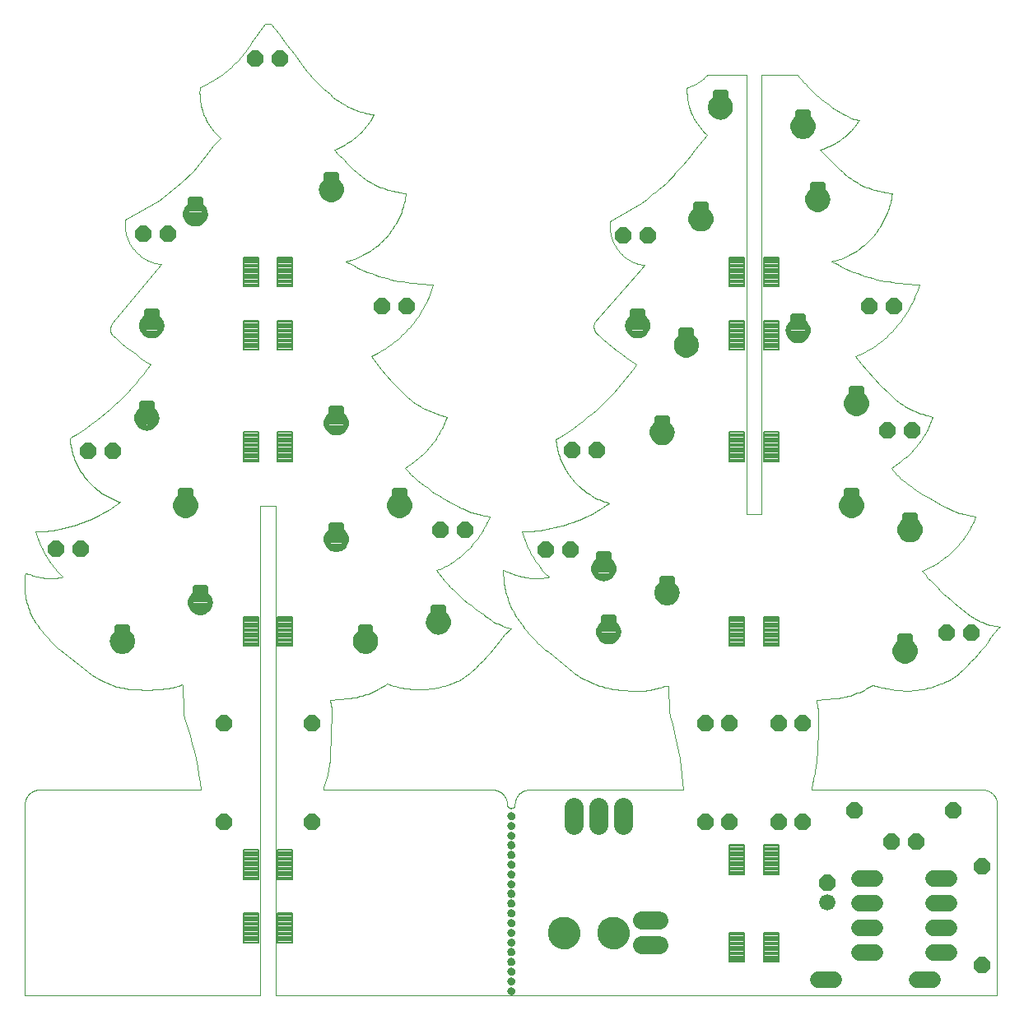
<source format=gbs>
G75*
%MOIN*%
%OFA0B0*%
%FSLAX25Y25*%
%IPPOS*%
%LPD*%
%AMOC8*
5,1,8,0,0,1.08239X$1,22.5*
%
%ADD10C,0.00000*%
%ADD11C,0.12998*%
%ADD12C,0.00800*%
%ADD13C,0.03156*%
%ADD14C,0.02400*%
%ADD15OC8,0.06600*%
%ADD16C,0.06600*%
%ADD17C,0.06600*%
%ADD18C,0.07400*%
%ADD19C,0.07731*%
D10*
X0255902Y0195547D02*
X0266138Y0187279D01*
X0240942Y0204995D02*
X0240367Y0204475D01*
X0239804Y0203943D01*
X0239253Y0203397D01*
X0238715Y0202840D01*
X0238189Y0202270D01*
X0237676Y0201689D01*
X0237176Y0201096D01*
X0236690Y0200492D01*
X0236218Y0199877D01*
X0238186Y0205783D02*
X0240942Y0204996D01*
X0242123Y0227043D02*
X0237792Y0228618D01*
X0237792Y0228224D01*
X0229918Y0210508D02*
X0230453Y0210083D01*
X0230998Y0209670D01*
X0231552Y0209271D01*
X0232116Y0208884D01*
X0232688Y0208511D01*
X0233269Y0208151D01*
X0233858Y0207806D01*
X0234455Y0207474D01*
X0235060Y0207156D01*
X0235672Y0206852D01*
X0236291Y0206563D01*
X0236917Y0206288D01*
X0237548Y0206028D01*
X0238186Y0205783D01*
X0256296Y0225862D02*
X0255902Y0226256D01*
X0237792Y0228224D02*
X0237807Y0227372D01*
X0237842Y0226521D01*
X0237898Y0225670D01*
X0237975Y0224822D01*
X0238072Y0223975D01*
X0238189Y0223131D01*
X0238327Y0222290D01*
X0238485Y0221452D01*
X0238663Y0220619D01*
X0238861Y0219790D01*
X0239079Y0218966D01*
X0239316Y0218148D01*
X0239574Y0217336D01*
X0239851Y0216530D01*
X0240147Y0215731D01*
X0240462Y0214939D01*
X0240797Y0214155D01*
X0241150Y0213380D01*
X0241522Y0212613D01*
X0241912Y0211855D01*
X0242320Y0211107D01*
X0242747Y0210370D01*
X0243191Y0209642D01*
X0243652Y0208926D01*
X0244130Y0208220D01*
X0244626Y0207527D01*
X0245137Y0206846D01*
X0245666Y0206177D01*
X0245272Y0244366D02*
X0248028Y0244366D01*
X0242123Y0227044D02*
X0242685Y0226829D01*
X0243251Y0226628D01*
X0243823Y0226442D01*
X0244399Y0226269D01*
X0244978Y0226110D01*
X0245562Y0225966D01*
X0246149Y0225836D01*
X0246739Y0225720D01*
X0247332Y0225619D01*
X0247927Y0225533D01*
X0248524Y0225461D01*
X0249122Y0225404D01*
X0249722Y0225361D01*
X0250322Y0225333D01*
X0250923Y0225320D01*
X0251524Y0225322D01*
X0252125Y0225338D01*
X0252726Y0225369D01*
X0253325Y0225415D01*
X0253923Y0225475D01*
X0254520Y0225550D01*
X0255114Y0225640D01*
X0255707Y0225744D01*
X0256296Y0225862D01*
X0232280Y0250272D02*
X0228737Y0251059D01*
X0212989Y0229406D02*
X0210627Y0228618D01*
X0218500Y0183342D02*
X0217650Y0182992D01*
X0216792Y0182662D01*
X0215926Y0182354D01*
X0215053Y0182066D01*
X0214173Y0181800D01*
X0213287Y0181556D01*
X0212395Y0181333D01*
X0211498Y0181132D01*
X0210596Y0180952D01*
X0209691Y0180795D01*
X0208781Y0180660D01*
X0207869Y0180547D01*
X0206954Y0180456D01*
X0206037Y0180388D01*
X0205119Y0180341D01*
X0204200Y0180318D01*
X0203281Y0180316D01*
X0202362Y0180337D01*
X0201444Y0180380D01*
X0200527Y0180446D01*
X0199611Y0180534D01*
X0198699Y0180644D01*
X0197789Y0180776D01*
X0196883Y0180931D01*
X0195981Y0181107D01*
X0195083Y0181306D01*
X0194190Y0181526D01*
X0193303Y0181767D01*
X0193304Y0181768D02*
X0190548Y0182555D01*
X0175194Y0176650D02*
X0167713Y0175862D01*
X0167854Y0175304D01*
X0167983Y0174742D01*
X0168097Y0174177D01*
X0168199Y0173609D01*
X0168286Y0173039D01*
X0168360Y0172468D01*
X0168421Y0171894D01*
X0168467Y0171320D01*
X0168500Y0170744D01*
X0165745Y0142791D02*
X0165351Y0141610D01*
X0164957Y0139642D02*
X0233461Y0139642D01*
X0233613Y0139640D01*
X0233765Y0139634D01*
X0233917Y0139624D01*
X0234068Y0139611D01*
X0234219Y0139593D01*
X0234370Y0139572D01*
X0234520Y0139546D01*
X0234669Y0139517D01*
X0234818Y0139484D01*
X0234965Y0139447D01*
X0235112Y0139407D01*
X0235257Y0139362D01*
X0235401Y0139314D01*
X0235544Y0139262D01*
X0235686Y0139207D01*
X0235826Y0139148D01*
X0235965Y0139085D01*
X0236102Y0139019D01*
X0236237Y0138949D01*
X0236370Y0138876D01*
X0236501Y0138799D01*
X0236631Y0138719D01*
X0236758Y0138636D01*
X0236883Y0138550D01*
X0237006Y0138460D01*
X0237126Y0138367D01*
X0237244Y0138271D01*
X0237360Y0138172D01*
X0237473Y0138070D01*
X0237583Y0137966D01*
X0237691Y0137858D01*
X0237795Y0137748D01*
X0237897Y0137635D01*
X0237996Y0137519D01*
X0238092Y0137401D01*
X0238185Y0137281D01*
X0238275Y0137158D01*
X0238361Y0137033D01*
X0238444Y0136906D01*
X0238524Y0136776D01*
X0238601Y0136645D01*
X0238674Y0136512D01*
X0238744Y0136377D01*
X0238810Y0136240D01*
X0238873Y0136101D01*
X0238932Y0135961D01*
X0238987Y0135819D01*
X0239039Y0135676D01*
X0239087Y0135532D01*
X0239132Y0135387D01*
X0239172Y0135240D01*
X0239209Y0135093D01*
X0239242Y0134944D01*
X0239271Y0134795D01*
X0239297Y0134645D01*
X0239318Y0134494D01*
X0239336Y0134343D01*
X0239349Y0134192D01*
X0239359Y0134040D01*
X0239365Y0133888D01*
X0239367Y0133736D01*
X0240942Y0132161D02*
X0241019Y0132163D01*
X0241096Y0132169D01*
X0241173Y0132178D01*
X0241249Y0132191D01*
X0241325Y0132208D01*
X0241399Y0132229D01*
X0241473Y0132253D01*
X0241545Y0132281D01*
X0241615Y0132312D01*
X0241684Y0132347D01*
X0241752Y0132385D01*
X0241817Y0132426D01*
X0241880Y0132471D01*
X0241941Y0132519D01*
X0242000Y0132569D01*
X0242056Y0132622D01*
X0242109Y0132678D01*
X0242159Y0132737D01*
X0242207Y0132798D01*
X0242252Y0132861D01*
X0242293Y0132926D01*
X0242331Y0132994D01*
X0242366Y0133063D01*
X0242397Y0133133D01*
X0242425Y0133205D01*
X0242449Y0133279D01*
X0242470Y0133353D01*
X0242487Y0133429D01*
X0242500Y0133505D01*
X0242509Y0133582D01*
X0242515Y0133659D01*
X0242517Y0133736D01*
X0240942Y0132161D02*
X0240865Y0132163D01*
X0240788Y0132169D01*
X0240711Y0132178D01*
X0240635Y0132191D01*
X0240559Y0132208D01*
X0240485Y0132229D01*
X0240411Y0132253D01*
X0240339Y0132281D01*
X0240269Y0132312D01*
X0240200Y0132347D01*
X0240132Y0132385D01*
X0240067Y0132426D01*
X0240004Y0132471D01*
X0239943Y0132519D01*
X0239884Y0132569D01*
X0239828Y0132622D01*
X0239775Y0132678D01*
X0239725Y0132737D01*
X0239677Y0132798D01*
X0239632Y0132861D01*
X0239591Y0132926D01*
X0239553Y0132994D01*
X0239518Y0133063D01*
X0239487Y0133133D01*
X0239459Y0133205D01*
X0239435Y0133279D01*
X0239414Y0133353D01*
X0239397Y0133429D01*
X0239384Y0133505D01*
X0239375Y0133582D01*
X0239369Y0133659D01*
X0239367Y0133736D01*
X0239564Y0129012D02*
X0239566Y0129086D01*
X0239572Y0129160D01*
X0239582Y0129233D01*
X0239596Y0129306D01*
X0239613Y0129378D01*
X0239635Y0129448D01*
X0239660Y0129518D01*
X0239689Y0129586D01*
X0239722Y0129652D01*
X0239758Y0129717D01*
X0239798Y0129779D01*
X0239840Y0129840D01*
X0239886Y0129898D01*
X0239935Y0129953D01*
X0239987Y0130006D01*
X0240042Y0130056D01*
X0240099Y0130102D01*
X0240159Y0130146D01*
X0240221Y0130186D01*
X0240285Y0130223D01*
X0240351Y0130257D01*
X0240419Y0130287D01*
X0240488Y0130313D01*
X0240559Y0130336D01*
X0240630Y0130354D01*
X0240703Y0130369D01*
X0240776Y0130380D01*
X0240850Y0130387D01*
X0240924Y0130390D01*
X0240997Y0130389D01*
X0241071Y0130384D01*
X0241145Y0130375D01*
X0241218Y0130362D01*
X0241290Y0130345D01*
X0241361Y0130325D01*
X0241431Y0130300D01*
X0241499Y0130272D01*
X0241566Y0130241D01*
X0241631Y0130205D01*
X0241694Y0130167D01*
X0241755Y0130125D01*
X0241814Y0130079D01*
X0241870Y0130031D01*
X0241923Y0129980D01*
X0241973Y0129926D01*
X0242021Y0129869D01*
X0242065Y0129810D01*
X0242107Y0129748D01*
X0242145Y0129685D01*
X0242179Y0129619D01*
X0242210Y0129552D01*
X0242237Y0129483D01*
X0242260Y0129413D01*
X0242280Y0129342D01*
X0242296Y0129269D01*
X0242308Y0129196D01*
X0242316Y0129123D01*
X0242320Y0129049D01*
X0242320Y0128975D01*
X0242316Y0128901D01*
X0242308Y0128828D01*
X0242296Y0128755D01*
X0242280Y0128682D01*
X0242260Y0128611D01*
X0242237Y0128541D01*
X0242210Y0128472D01*
X0242179Y0128405D01*
X0242145Y0128339D01*
X0242107Y0128276D01*
X0242065Y0128214D01*
X0242021Y0128155D01*
X0241973Y0128098D01*
X0241923Y0128044D01*
X0241870Y0127993D01*
X0241814Y0127945D01*
X0241755Y0127899D01*
X0241694Y0127857D01*
X0241631Y0127819D01*
X0241566Y0127783D01*
X0241499Y0127752D01*
X0241431Y0127724D01*
X0241361Y0127699D01*
X0241290Y0127679D01*
X0241218Y0127662D01*
X0241145Y0127649D01*
X0241071Y0127640D01*
X0240997Y0127635D01*
X0240924Y0127634D01*
X0240850Y0127637D01*
X0240776Y0127644D01*
X0240703Y0127655D01*
X0240630Y0127670D01*
X0240559Y0127688D01*
X0240488Y0127711D01*
X0240419Y0127737D01*
X0240351Y0127767D01*
X0240285Y0127801D01*
X0240221Y0127838D01*
X0240159Y0127878D01*
X0240099Y0127922D01*
X0240042Y0127968D01*
X0239987Y0128018D01*
X0239935Y0128071D01*
X0239886Y0128126D01*
X0239840Y0128184D01*
X0239798Y0128245D01*
X0239758Y0128307D01*
X0239722Y0128372D01*
X0239689Y0128438D01*
X0239660Y0128506D01*
X0239635Y0128576D01*
X0239613Y0128646D01*
X0239596Y0128718D01*
X0239582Y0128791D01*
X0239572Y0128864D01*
X0239566Y0128938D01*
X0239564Y0129012D01*
X0239564Y0125075D02*
X0239566Y0125149D01*
X0239572Y0125223D01*
X0239582Y0125296D01*
X0239596Y0125369D01*
X0239613Y0125441D01*
X0239635Y0125511D01*
X0239660Y0125581D01*
X0239689Y0125649D01*
X0239722Y0125715D01*
X0239758Y0125780D01*
X0239798Y0125842D01*
X0239840Y0125903D01*
X0239886Y0125961D01*
X0239935Y0126016D01*
X0239987Y0126069D01*
X0240042Y0126119D01*
X0240099Y0126165D01*
X0240159Y0126209D01*
X0240221Y0126249D01*
X0240285Y0126286D01*
X0240351Y0126320D01*
X0240419Y0126350D01*
X0240488Y0126376D01*
X0240559Y0126399D01*
X0240630Y0126417D01*
X0240703Y0126432D01*
X0240776Y0126443D01*
X0240850Y0126450D01*
X0240924Y0126453D01*
X0240997Y0126452D01*
X0241071Y0126447D01*
X0241145Y0126438D01*
X0241218Y0126425D01*
X0241290Y0126408D01*
X0241361Y0126388D01*
X0241431Y0126363D01*
X0241499Y0126335D01*
X0241566Y0126304D01*
X0241631Y0126268D01*
X0241694Y0126230D01*
X0241755Y0126188D01*
X0241814Y0126142D01*
X0241870Y0126094D01*
X0241923Y0126043D01*
X0241973Y0125989D01*
X0242021Y0125932D01*
X0242065Y0125873D01*
X0242107Y0125811D01*
X0242145Y0125748D01*
X0242179Y0125682D01*
X0242210Y0125615D01*
X0242237Y0125546D01*
X0242260Y0125476D01*
X0242280Y0125405D01*
X0242296Y0125332D01*
X0242308Y0125259D01*
X0242316Y0125186D01*
X0242320Y0125112D01*
X0242320Y0125038D01*
X0242316Y0124964D01*
X0242308Y0124891D01*
X0242296Y0124818D01*
X0242280Y0124745D01*
X0242260Y0124674D01*
X0242237Y0124604D01*
X0242210Y0124535D01*
X0242179Y0124468D01*
X0242145Y0124402D01*
X0242107Y0124339D01*
X0242065Y0124277D01*
X0242021Y0124218D01*
X0241973Y0124161D01*
X0241923Y0124107D01*
X0241870Y0124056D01*
X0241814Y0124008D01*
X0241755Y0123962D01*
X0241694Y0123920D01*
X0241631Y0123882D01*
X0241566Y0123846D01*
X0241499Y0123815D01*
X0241431Y0123787D01*
X0241361Y0123762D01*
X0241290Y0123742D01*
X0241218Y0123725D01*
X0241145Y0123712D01*
X0241071Y0123703D01*
X0240997Y0123698D01*
X0240924Y0123697D01*
X0240850Y0123700D01*
X0240776Y0123707D01*
X0240703Y0123718D01*
X0240630Y0123733D01*
X0240559Y0123751D01*
X0240488Y0123774D01*
X0240419Y0123800D01*
X0240351Y0123830D01*
X0240285Y0123864D01*
X0240221Y0123901D01*
X0240159Y0123941D01*
X0240099Y0123985D01*
X0240042Y0124031D01*
X0239987Y0124081D01*
X0239935Y0124134D01*
X0239886Y0124189D01*
X0239840Y0124247D01*
X0239798Y0124308D01*
X0239758Y0124370D01*
X0239722Y0124435D01*
X0239689Y0124501D01*
X0239660Y0124569D01*
X0239635Y0124639D01*
X0239613Y0124709D01*
X0239596Y0124781D01*
X0239582Y0124854D01*
X0239572Y0124927D01*
X0239566Y0125001D01*
X0239564Y0125075D01*
X0239564Y0121138D02*
X0239566Y0121212D01*
X0239572Y0121286D01*
X0239582Y0121359D01*
X0239596Y0121432D01*
X0239613Y0121504D01*
X0239635Y0121574D01*
X0239660Y0121644D01*
X0239689Y0121712D01*
X0239722Y0121778D01*
X0239758Y0121843D01*
X0239798Y0121905D01*
X0239840Y0121966D01*
X0239886Y0122024D01*
X0239935Y0122079D01*
X0239987Y0122132D01*
X0240042Y0122182D01*
X0240099Y0122228D01*
X0240159Y0122272D01*
X0240221Y0122312D01*
X0240285Y0122349D01*
X0240351Y0122383D01*
X0240419Y0122413D01*
X0240488Y0122439D01*
X0240559Y0122462D01*
X0240630Y0122480D01*
X0240703Y0122495D01*
X0240776Y0122506D01*
X0240850Y0122513D01*
X0240924Y0122516D01*
X0240997Y0122515D01*
X0241071Y0122510D01*
X0241145Y0122501D01*
X0241218Y0122488D01*
X0241290Y0122471D01*
X0241361Y0122451D01*
X0241431Y0122426D01*
X0241499Y0122398D01*
X0241566Y0122367D01*
X0241631Y0122331D01*
X0241694Y0122293D01*
X0241755Y0122251D01*
X0241814Y0122205D01*
X0241870Y0122157D01*
X0241923Y0122106D01*
X0241973Y0122052D01*
X0242021Y0121995D01*
X0242065Y0121936D01*
X0242107Y0121874D01*
X0242145Y0121811D01*
X0242179Y0121745D01*
X0242210Y0121678D01*
X0242237Y0121609D01*
X0242260Y0121539D01*
X0242280Y0121468D01*
X0242296Y0121395D01*
X0242308Y0121322D01*
X0242316Y0121249D01*
X0242320Y0121175D01*
X0242320Y0121101D01*
X0242316Y0121027D01*
X0242308Y0120954D01*
X0242296Y0120881D01*
X0242280Y0120808D01*
X0242260Y0120737D01*
X0242237Y0120667D01*
X0242210Y0120598D01*
X0242179Y0120531D01*
X0242145Y0120465D01*
X0242107Y0120402D01*
X0242065Y0120340D01*
X0242021Y0120281D01*
X0241973Y0120224D01*
X0241923Y0120170D01*
X0241870Y0120119D01*
X0241814Y0120071D01*
X0241755Y0120025D01*
X0241694Y0119983D01*
X0241631Y0119945D01*
X0241566Y0119909D01*
X0241499Y0119878D01*
X0241431Y0119850D01*
X0241361Y0119825D01*
X0241290Y0119805D01*
X0241218Y0119788D01*
X0241145Y0119775D01*
X0241071Y0119766D01*
X0240997Y0119761D01*
X0240924Y0119760D01*
X0240850Y0119763D01*
X0240776Y0119770D01*
X0240703Y0119781D01*
X0240630Y0119796D01*
X0240559Y0119814D01*
X0240488Y0119837D01*
X0240419Y0119863D01*
X0240351Y0119893D01*
X0240285Y0119927D01*
X0240221Y0119964D01*
X0240159Y0120004D01*
X0240099Y0120048D01*
X0240042Y0120094D01*
X0239987Y0120144D01*
X0239935Y0120197D01*
X0239886Y0120252D01*
X0239840Y0120310D01*
X0239798Y0120371D01*
X0239758Y0120433D01*
X0239722Y0120498D01*
X0239689Y0120564D01*
X0239660Y0120632D01*
X0239635Y0120702D01*
X0239613Y0120772D01*
X0239596Y0120844D01*
X0239582Y0120917D01*
X0239572Y0120990D01*
X0239566Y0121064D01*
X0239564Y0121138D01*
X0239564Y0117201D02*
X0239566Y0117275D01*
X0239572Y0117349D01*
X0239582Y0117422D01*
X0239596Y0117495D01*
X0239613Y0117567D01*
X0239635Y0117637D01*
X0239660Y0117707D01*
X0239689Y0117775D01*
X0239722Y0117841D01*
X0239758Y0117906D01*
X0239798Y0117968D01*
X0239840Y0118029D01*
X0239886Y0118087D01*
X0239935Y0118142D01*
X0239987Y0118195D01*
X0240042Y0118245D01*
X0240099Y0118291D01*
X0240159Y0118335D01*
X0240221Y0118375D01*
X0240285Y0118412D01*
X0240351Y0118446D01*
X0240419Y0118476D01*
X0240488Y0118502D01*
X0240559Y0118525D01*
X0240630Y0118543D01*
X0240703Y0118558D01*
X0240776Y0118569D01*
X0240850Y0118576D01*
X0240924Y0118579D01*
X0240997Y0118578D01*
X0241071Y0118573D01*
X0241145Y0118564D01*
X0241218Y0118551D01*
X0241290Y0118534D01*
X0241361Y0118514D01*
X0241431Y0118489D01*
X0241499Y0118461D01*
X0241566Y0118430D01*
X0241631Y0118394D01*
X0241694Y0118356D01*
X0241755Y0118314D01*
X0241814Y0118268D01*
X0241870Y0118220D01*
X0241923Y0118169D01*
X0241973Y0118115D01*
X0242021Y0118058D01*
X0242065Y0117999D01*
X0242107Y0117937D01*
X0242145Y0117874D01*
X0242179Y0117808D01*
X0242210Y0117741D01*
X0242237Y0117672D01*
X0242260Y0117602D01*
X0242280Y0117531D01*
X0242296Y0117458D01*
X0242308Y0117385D01*
X0242316Y0117312D01*
X0242320Y0117238D01*
X0242320Y0117164D01*
X0242316Y0117090D01*
X0242308Y0117017D01*
X0242296Y0116944D01*
X0242280Y0116871D01*
X0242260Y0116800D01*
X0242237Y0116730D01*
X0242210Y0116661D01*
X0242179Y0116594D01*
X0242145Y0116528D01*
X0242107Y0116465D01*
X0242065Y0116403D01*
X0242021Y0116344D01*
X0241973Y0116287D01*
X0241923Y0116233D01*
X0241870Y0116182D01*
X0241814Y0116134D01*
X0241755Y0116088D01*
X0241694Y0116046D01*
X0241631Y0116008D01*
X0241566Y0115972D01*
X0241499Y0115941D01*
X0241431Y0115913D01*
X0241361Y0115888D01*
X0241290Y0115868D01*
X0241218Y0115851D01*
X0241145Y0115838D01*
X0241071Y0115829D01*
X0240997Y0115824D01*
X0240924Y0115823D01*
X0240850Y0115826D01*
X0240776Y0115833D01*
X0240703Y0115844D01*
X0240630Y0115859D01*
X0240559Y0115877D01*
X0240488Y0115900D01*
X0240419Y0115926D01*
X0240351Y0115956D01*
X0240285Y0115990D01*
X0240221Y0116027D01*
X0240159Y0116067D01*
X0240099Y0116111D01*
X0240042Y0116157D01*
X0239987Y0116207D01*
X0239935Y0116260D01*
X0239886Y0116315D01*
X0239840Y0116373D01*
X0239798Y0116434D01*
X0239758Y0116496D01*
X0239722Y0116561D01*
X0239689Y0116627D01*
X0239660Y0116695D01*
X0239635Y0116765D01*
X0239613Y0116835D01*
X0239596Y0116907D01*
X0239582Y0116980D01*
X0239572Y0117053D01*
X0239566Y0117127D01*
X0239564Y0117201D01*
X0239564Y0113264D02*
X0239566Y0113338D01*
X0239572Y0113412D01*
X0239582Y0113485D01*
X0239596Y0113558D01*
X0239613Y0113630D01*
X0239635Y0113700D01*
X0239660Y0113770D01*
X0239689Y0113838D01*
X0239722Y0113904D01*
X0239758Y0113969D01*
X0239798Y0114031D01*
X0239840Y0114092D01*
X0239886Y0114150D01*
X0239935Y0114205D01*
X0239987Y0114258D01*
X0240042Y0114308D01*
X0240099Y0114354D01*
X0240159Y0114398D01*
X0240221Y0114438D01*
X0240285Y0114475D01*
X0240351Y0114509D01*
X0240419Y0114539D01*
X0240488Y0114565D01*
X0240559Y0114588D01*
X0240630Y0114606D01*
X0240703Y0114621D01*
X0240776Y0114632D01*
X0240850Y0114639D01*
X0240924Y0114642D01*
X0240997Y0114641D01*
X0241071Y0114636D01*
X0241145Y0114627D01*
X0241218Y0114614D01*
X0241290Y0114597D01*
X0241361Y0114577D01*
X0241431Y0114552D01*
X0241499Y0114524D01*
X0241566Y0114493D01*
X0241631Y0114457D01*
X0241694Y0114419D01*
X0241755Y0114377D01*
X0241814Y0114331D01*
X0241870Y0114283D01*
X0241923Y0114232D01*
X0241973Y0114178D01*
X0242021Y0114121D01*
X0242065Y0114062D01*
X0242107Y0114000D01*
X0242145Y0113937D01*
X0242179Y0113871D01*
X0242210Y0113804D01*
X0242237Y0113735D01*
X0242260Y0113665D01*
X0242280Y0113594D01*
X0242296Y0113521D01*
X0242308Y0113448D01*
X0242316Y0113375D01*
X0242320Y0113301D01*
X0242320Y0113227D01*
X0242316Y0113153D01*
X0242308Y0113080D01*
X0242296Y0113007D01*
X0242280Y0112934D01*
X0242260Y0112863D01*
X0242237Y0112793D01*
X0242210Y0112724D01*
X0242179Y0112657D01*
X0242145Y0112591D01*
X0242107Y0112528D01*
X0242065Y0112466D01*
X0242021Y0112407D01*
X0241973Y0112350D01*
X0241923Y0112296D01*
X0241870Y0112245D01*
X0241814Y0112197D01*
X0241755Y0112151D01*
X0241694Y0112109D01*
X0241631Y0112071D01*
X0241566Y0112035D01*
X0241499Y0112004D01*
X0241431Y0111976D01*
X0241361Y0111951D01*
X0241290Y0111931D01*
X0241218Y0111914D01*
X0241145Y0111901D01*
X0241071Y0111892D01*
X0240997Y0111887D01*
X0240924Y0111886D01*
X0240850Y0111889D01*
X0240776Y0111896D01*
X0240703Y0111907D01*
X0240630Y0111922D01*
X0240559Y0111940D01*
X0240488Y0111963D01*
X0240419Y0111989D01*
X0240351Y0112019D01*
X0240285Y0112053D01*
X0240221Y0112090D01*
X0240159Y0112130D01*
X0240099Y0112174D01*
X0240042Y0112220D01*
X0239987Y0112270D01*
X0239935Y0112323D01*
X0239886Y0112378D01*
X0239840Y0112436D01*
X0239798Y0112497D01*
X0239758Y0112559D01*
X0239722Y0112624D01*
X0239689Y0112690D01*
X0239660Y0112758D01*
X0239635Y0112828D01*
X0239613Y0112898D01*
X0239596Y0112970D01*
X0239582Y0113043D01*
X0239572Y0113116D01*
X0239566Y0113190D01*
X0239564Y0113264D01*
X0239564Y0109327D02*
X0239566Y0109401D01*
X0239572Y0109475D01*
X0239582Y0109548D01*
X0239596Y0109621D01*
X0239613Y0109693D01*
X0239635Y0109763D01*
X0239660Y0109833D01*
X0239689Y0109901D01*
X0239722Y0109967D01*
X0239758Y0110032D01*
X0239798Y0110094D01*
X0239840Y0110155D01*
X0239886Y0110213D01*
X0239935Y0110268D01*
X0239987Y0110321D01*
X0240042Y0110371D01*
X0240099Y0110417D01*
X0240159Y0110461D01*
X0240221Y0110501D01*
X0240285Y0110538D01*
X0240351Y0110572D01*
X0240419Y0110602D01*
X0240488Y0110628D01*
X0240559Y0110651D01*
X0240630Y0110669D01*
X0240703Y0110684D01*
X0240776Y0110695D01*
X0240850Y0110702D01*
X0240924Y0110705D01*
X0240997Y0110704D01*
X0241071Y0110699D01*
X0241145Y0110690D01*
X0241218Y0110677D01*
X0241290Y0110660D01*
X0241361Y0110640D01*
X0241431Y0110615D01*
X0241499Y0110587D01*
X0241566Y0110556D01*
X0241631Y0110520D01*
X0241694Y0110482D01*
X0241755Y0110440D01*
X0241814Y0110394D01*
X0241870Y0110346D01*
X0241923Y0110295D01*
X0241973Y0110241D01*
X0242021Y0110184D01*
X0242065Y0110125D01*
X0242107Y0110063D01*
X0242145Y0110000D01*
X0242179Y0109934D01*
X0242210Y0109867D01*
X0242237Y0109798D01*
X0242260Y0109728D01*
X0242280Y0109657D01*
X0242296Y0109584D01*
X0242308Y0109511D01*
X0242316Y0109438D01*
X0242320Y0109364D01*
X0242320Y0109290D01*
X0242316Y0109216D01*
X0242308Y0109143D01*
X0242296Y0109070D01*
X0242280Y0108997D01*
X0242260Y0108926D01*
X0242237Y0108856D01*
X0242210Y0108787D01*
X0242179Y0108720D01*
X0242145Y0108654D01*
X0242107Y0108591D01*
X0242065Y0108529D01*
X0242021Y0108470D01*
X0241973Y0108413D01*
X0241923Y0108359D01*
X0241870Y0108308D01*
X0241814Y0108260D01*
X0241755Y0108214D01*
X0241694Y0108172D01*
X0241631Y0108134D01*
X0241566Y0108098D01*
X0241499Y0108067D01*
X0241431Y0108039D01*
X0241361Y0108014D01*
X0241290Y0107994D01*
X0241218Y0107977D01*
X0241145Y0107964D01*
X0241071Y0107955D01*
X0240997Y0107950D01*
X0240924Y0107949D01*
X0240850Y0107952D01*
X0240776Y0107959D01*
X0240703Y0107970D01*
X0240630Y0107985D01*
X0240559Y0108003D01*
X0240488Y0108026D01*
X0240419Y0108052D01*
X0240351Y0108082D01*
X0240285Y0108116D01*
X0240221Y0108153D01*
X0240159Y0108193D01*
X0240099Y0108237D01*
X0240042Y0108283D01*
X0239987Y0108333D01*
X0239935Y0108386D01*
X0239886Y0108441D01*
X0239840Y0108499D01*
X0239798Y0108560D01*
X0239758Y0108622D01*
X0239722Y0108687D01*
X0239689Y0108753D01*
X0239660Y0108821D01*
X0239635Y0108891D01*
X0239613Y0108961D01*
X0239596Y0109033D01*
X0239582Y0109106D01*
X0239572Y0109179D01*
X0239566Y0109253D01*
X0239564Y0109327D01*
X0239564Y0105390D02*
X0239566Y0105464D01*
X0239572Y0105538D01*
X0239582Y0105611D01*
X0239596Y0105684D01*
X0239613Y0105756D01*
X0239635Y0105826D01*
X0239660Y0105896D01*
X0239689Y0105964D01*
X0239722Y0106030D01*
X0239758Y0106095D01*
X0239798Y0106157D01*
X0239840Y0106218D01*
X0239886Y0106276D01*
X0239935Y0106331D01*
X0239987Y0106384D01*
X0240042Y0106434D01*
X0240099Y0106480D01*
X0240159Y0106524D01*
X0240221Y0106564D01*
X0240285Y0106601D01*
X0240351Y0106635D01*
X0240419Y0106665D01*
X0240488Y0106691D01*
X0240559Y0106714D01*
X0240630Y0106732D01*
X0240703Y0106747D01*
X0240776Y0106758D01*
X0240850Y0106765D01*
X0240924Y0106768D01*
X0240997Y0106767D01*
X0241071Y0106762D01*
X0241145Y0106753D01*
X0241218Y0106740D01*
X0241290Y0106723D01*
X0241361Y0106703D01*
X0241431Y0106678D01*
X0241499Y0106650D01*
X0241566Y0106619D01*
X0241631Y0106583D01*
X0241694Y0106545D01*
X0241755Y0106503D01*
X0241814Y0106457D01*
X0241870Y0106409D01*
X0241923Y0106358D01*
X0241973Y0106304D01*
X0242021Y0106247D01*
X0242065Y0106188D01*
X0242107Y0106126D01*
X0242145Y0106063D01*
X0242179Y0105997D01*
X0242210Y0105930D01*
X0242237Y0105861D01*
X0242260Y0105791D01*
X0242280Y0105720D01*
X0242296Y0105647D01*
X0242308Y0105574D01*
X0242316Y0105501D01*
X0242320Y0105427D01*
X0242320Y0105353D01*
X0242316Y0105279D01*
X0242308Y0105206D01*
X0242296Y0105133D01*
X0242280Y0105060D01*
X0242260Y0104989D01*
X0242237Y0104919D01*
X0242210Y0104850D01*
X0242179Y0104783D01*
X0242145Y0104717D01*
X0242107Y0104654D01*
X0242065Y0104592D01*
X0242021Y0104533D01*
X0241973Y0104476D01*
X0241923Y0104422D01*
X0241870Y0104371D01*
X0241814Y0104323D01*
X0241755Y0104277D01*
X0241694Y0104235D01*
X0241631Y0104197D01*
X0241566Y0104161D01*
X0241499Y0104130D01*
X0241431Y0104102D01*
X0241361Y0104077D01*
X0241290Y0104057D01*
X0241218Y0104040D01*
X0241145Y0104027D01*
X0241071Y0104018D01*
X0240997Y0104013D01*
X0240924Y0104012D01*
X0240850Y0104015D01*
X0240776Y0104022D01*
X0240703Y0104033D01*
X0240630Y0104048D01*
X0240559Y0104066D01*
X0240488Y0104089D01*
X0240419Y0104115D01*
X0240351Y0104145D01*
X0240285Y0104179D01*
X0240221Y0104216D01*
X0240159Y0104256D01*
X0240099Y0104300D01*
X0240042Y0104346D01*
X0239987Y0104396D01*
X0239935Y0104449D01*
X0239886Y0104504D01*
X0239840Y0104562D01*
X0239798Y0104623D01*
X0239758Y0104685D01*
X0239722Y0104750D01*
X0239689Y0104816D01*
X0239660Y0104884D01*
X0239635Y0104954D01*
X0239613Y0105024D01*
X0239596Y0105096D01*
X0239582Y0105169D01*
X0239572Y0105242D01*
X0239566Y0105316D01*
X0239564Y0105390D01*
X0239564Y0101453D02*
X0239566Y0101527D01*
X0239572Y0101601D01*
X0239582Y0101674D01*
X0239596Y0101747D01*
X0239613Y0101819D01*
X0239635Y0101889D01*
X0239660Y0101959D01*
X0239689Y0102027D01*
X0239722Y0102093D01*
X0239758Y0102158D01*
X0239798Y0102220D01*
X0239840Y0102281D01*
X0239886Y0102339D01*
X0239935Y0102394D01*
X0239987Y0102447D01*
X0240042Y0102497D01*
X0240099Y0102543D01*
X0240159Y0102587D01*
X0240221Y0102627D01*
X0240285Y0102664D01*
X0240351Y0102698D01*
X0240419Y0102728D01*
X0240488Y0102754D01*
X0240559Y0102777D01*
X0240630Y0102795D01*
X0240703Y0102810D01*
X0240776Y0102821D01*
X0240850Y0102828D01*
X0240924Y0102831D01*
X0240997Y0102830D01*
X0241071Y0102825D01*
X0241145Y0102816D01*
X0241218Y0102803D01*
X0241290Y0102786D01*
X0241361Y0102766D01*
X0241431Y0102741D01*
X0241499Y0102713D01*
X0241566Y0102682D01*
X0241631Y0102646D01*
X0241694Y0102608D01*
X0241755Y0102566D01*
X0241814Y0102520D01*
X0241870Y0102472D01*
X0241923Y0102421D01*
X0241973Y0102367D01*
X0242021Y0102310D01*
X0242065Y0102251D01*
X0242107Y0102189D01*
X0242145Y0102126D01*
X0242179Y0102060D01*
X0242210Y0101993D01*
X0242237Y0101924D01*
X0242260Y0101854D01*
X0242280Y0101783D01*
X0242296Y0101710D01*
X0242308Y0101637D01*
X0242316Y0101564D01*
X0242320Y0101490D01*
X0242320Y0101416D01*
X0242316Y0101342D01*
X0242308Y0101269D01*
X0242296Y0101196D01*
X0242280Y0101123D01*
X0242260Y0101052D01*
X0242237Y0100982D01*
X0242210Y0100913D01*
X0242179Y0100846D01*
X0242145Y0100780D01*
X0242107Y0100717D01*
X0242065Y0100655D01*
X0242021Y0100596D01*
X0241973Y0100539D01*
X0241923Y0100485D01*
X0241870Y0100434D01*
X0241814Y0100386D01*
X0241755Y0100340D01*
X0241694Y0100298D01*
X0241631Y0100260D01*
X0241566Y0100224D01*
X0241499Y0100193D01*
X0241431Y0100165D01*
X0241361Y0100140D01*
X0241290Y0100120D01*
X0241218Y0100103D01*
X0241145Y0100090D01*
X0241071Y0100081D01*
X0240997Y0100076D01*
X0240924Y0100075D01*
X0240850Y0100078D01*
X0240776Y0100085D01*
X0240703Y0100096D01*
X0240630Y0100111D01*
X0240559Y0100129D01*
X0240488Y0100152D01*
X0240419Y0100178D01*
X0240351Y0100208D01*
X0240285Y0100242D01*
X0240221Y0100279D01*
X0240159Y0100319D01*
X0240099Y0100363D01*
X0240042Y0100409D01*
X0239987Y0100459D01*
X0239935Y0100512D01*
X0239886Y0100567D01*
X0239840Y0100625D01*
X0239798Y0100686D01*
X0239758Y0100748D01*
X0239722Y0100813D01*
X0239689Y0100879D01*
X0239660Y0100947D01*
X0239635Y0101017D01*
X0239613Y0101087D01*
X0239596Y0101159D01*
X0239582Y0101232D01*
X0239572Y0101305D01*
X0239566Y0101379D01*
X0239564Y0101453D01*
X0239564Y0097516D02*
X0239566Y0097590D01*
X0239572Y0097664D01*
X0239582Y0097737D01*
X0239596Y0097810D01*
X0239613Y0097882D01*
X0239635Y0097952D01*
X0239660Y0098022D01*
X0239689Y0098090D01*
X0239722Y0098156D01*
X0239758Y0098221D01*
X0239798Y0098283D01*
X0239840Y0098344D01*
X0239886Y0098402D01*
X0239935Y0098457D01*
X0239987Y0098510D01*
X0240042Y0098560D01*
X0240099Y0098606D01*
X0240159Y0098650D01*
X0240221Y0098690D01*
X0240285Y0098727D01*
X0240351Y0098761D01*
X0240419Y0098791D01*
X0240488Y0098817D01*
X0240559Y0098840D01*
X0240630Y0098858D01*
X0240703Y0098873D01*
X0240776Y0098884D01*
X0240850Y0098891D01*
X0240924Y0098894D01*
X0240997Y0098893D01*
X0241071Y0098888D01*
X0241145Y0098879D01*
X0241218Y0098866D01*
X0241290Y0098849D01*
X0241361Y0098829D01*
X0241431Y0098804D01*
X0241499Y0098776D01*
X0241566Y0098745D01*
X0241631Y0098709D01*
X0241694Y0098671D01*
X0241755Y0098629D01*
X0241814Y0098583D01*
X0241870Y0098535D01*
X0241923Y0098484D01*
X0241973Y0098430D01*
X0242021Y0098373D01*
X0242065Y0098314D01*
X0242107Y0098252D01*
X0242145Y0098189D01*
X0242179Y0098123D01*
X0242210Y0098056D01*
X0242237Y0097987D01*
X0242260Y0097917D01*
X0242280Y0097846D01*
X0242296Y0097773D01*
X0242308Y0097700D01*
X0242316Y0097627D01*
X0242320Y0097553D01*
X0242320Y0097479D01*
X0242316Y0097405D01*
X0242308Y0097332D01*
X0242296Y0097259D01*
X0242280Y0097186D01*
X0242260Y0097115D01*
X0242237Y0097045D01*
X0242210Y0096976D01*
X0242179Y0096909D01*
X0242145Y0096843D01*
X0242107Y0096780D01*
X0242065Y0096718D01*
X0242021Y0096659D01*
X0241973Y0096602D01*
X0241923Y0096548D01*
X0241870Y0096497D01*
X0241814Y0096449D01*
X0241755Y0096403D01*
X0241694Y0096361D01*
X0241631Y0096323D01*
X0241566Y0096287D01*
X0241499Y0096256D01*
X0241431Y0096228D01*
X0241361Y0096203D01*
X0241290Y0096183D01*
X0241218Y0096166D01*
X0241145Y0096153D01*
X0241071Y0096144D01*
X0240997Y0096139D01*
X0240924Y0096138D01*
X0240850Y0096141D01*
X0240776Y0096148D01*
X0240703Y0096159D01*
X0240630Y0096174D01*
X0240559Y0096192D01*
X0240488Y0096215D01*
X0240419Y0096241D01*
X0240351Y0096271D01*
X0240285Y0096305D01*
X0240221Y0096342D01*
X0240159Y0096382D01*
X0240099Y0096426D01*
X0240042Y0096472D01*
X0239987Y0096522D01*
X0239935Y0096575D01*
X0239886Y0096630D01*
X0239840Y0096688D01*
X0239798Y0096749D01*
X0239758Y0096811D01*
X0239722Y0096876D01*
X0239689Y0096942D01*
X0239660Y0097010D01*
X0239635Y0097080D01*
X0239613Y0097150D01*
X0239596Y0097222D01*
X0239582Y0097295D01*
X0239572Y0097368D01*
X0239566Y0097442D01*
X0239564Y0097516D01*
X0239564Y0093579D02*
X0239566Y0093653D01*
X0239572Y0093727D01*
X0239582Y0093800D01*
X0239596Y0093873D01*
X0239613Y0093945D01*
X0239635Y0094015D01*
X0239660Y0094085D01*
X0239689Y0094153D01*
X0239722Y0094219D01*
X0239758Y0094284D01*
X0239798Y0094346D01*
X0239840Y0094407D01*
X0239886Y0094465D01*
X0239935Y0094520D01*
X0239987Y0094573D01*
X0240042Y0094623D01*
X0240099Y0094669D01*
X0240159Y0094713D01*
X0240221Y0094753D01*
X0240285Y0094790D01*
X0240351Y0094824D01*
X0240419Y0094854D01*
X0240488Y0094880D01*
X0240559Y0094903D01*
X0240630Y0094921D01*
X0240703Y0094936D01*
X0240776Y0094947D01*
X0240850Y0094954D01*
X0240924Y0094957D01*
X0240997Y0094956D01*
X0241071Y0094951D01*
X0241145Y0094942D01*
X0241218Y0094929D01*
X0241290Y0094912D01*
X0241361Y0094892D01*
X0241431Y0094867D01*
X0241499Y0094839D01*
X0241566Y0094808D01*
X0241631Y0094772D01*
X0241694Y0094734D01*
X0241755Y0094692D01*
X0241814Y0094646D01*
X0241870Y0094598D01*
X0241923Y0094547D01*
X0241973Y0094493D01*
X0242021Y0094436D01*
X0242065Y0094377D01*
X0242107Y0094315D01*
X0242145Y0094252D01*
X0242179Y0094186D01*
X0242210Y0094119D01*
X0242237Y0094050D01*
X0242260Y0093980D01*
X0242280Y0093909D01*
X0242296Y0093836D01*
X0242308Y0093763D01*
X0242316Y0093690D01*
X0242320Y0093616D01*
X0242320Y0093542D01*
X0242316Y0093468D01*
X0242308Y0093395D01*
X0242296Y0093322D01*
X0242280Y0093249D01*
X0242260Y0093178D01*
X0242237Y0093108D01*
X0242210Y0093039D01*
X0242179Y0092972D01*
X0242145Y0092906D01*
X0242107Y0092843D01*
X0242065Y0092781D01*
X0242021Y0092722D01*
X0241973Y0092665D01*
X0241923Y0092611D01*
X0241870Y0092560D01*
X0241814Y0092512D01*
X0241755Y0092466D01*
X0241694Y0092424D01*
X0241631Y0092386D01*
X0241566Y0092350D01*
X0241499Y0092319D01*
X0241431Y0092291D01*
X0241361Y0092266D01*
X0241290Y0092246D01*
X0241218Y0092229D01*
X0241145Y0092216D01*
X0241071Y0092207D01*
X0240997Y0092202D01*
X0240924Y0092201D01*
X0240850Y0092204D01*
X0240776Y0092211D01*
X0240703Y0092222D01*
X0240630Y0092237D01*
X0240559Y0092255D01*
X0240488Y0092278D01*
X0240419Y0092304D01*
X0240351Y0092334D01*
X0240285Y0092368D01*
X0240221Y0092405D01*
X0240159Y0092445D01*
X0240099Y0092489D01*
X0240042Y0092535D01*
X0239987Y0092585D01*
X0239935Y0092638D01*
X0239886Y0092693D01*
X0239840Y0092751D01*
X0239798Y0092812D01*
X0239758Y0092874D01*
X0239722Y0092939D01*
X0239689Y0093005D01*
X0239660Y0093073D01*
X0239635Y0093143D01*
X0239613Y0093213D01*
X0239596Y0093285D01*
X0239582Y0093358D01*
X0239572Y0093431D01*
X0239566Y0093505D01*
X0239564Y0093579D01*
X0239564Y0089642D02*
X0239566Y0089716D01*
X0239572Y0089790D01*
X0239582Y0089863D01*
X0239596Y0089936D01*
X0239613Y0090008D01*
X0239635Y0090078D01*
X0239660Y0090148D01*
X0239689Y0090216D01*
X0239722Y0090282D01*
X0239758Y0090347D01*
X0239798Y0090409D01*
X0239840Y0090470D01*
X0239886Y0090528D01*
X0239935Y0090583D01*
X0239987Y0090636D01*
X0240042Y0090686D01*
X0240099Y0090732D01*
X0240159Y0090776D01*
X0240221Y0090816D01*
X0240285Y0090853D01*
X0240351Y0090887D01*
X0240419Y0090917D01*
X0240488Y0090943D01*
X0240559Y0090966D01*
X0240630Y0090984D01*
X0240703Y0090999D01*
X0240776Y0091010D01*
X0240850Y0091017D01*
X0240924Y0091020D01*
X0240997Y0091019D01*
X0241071Y0091014D01*
X0241145Y0091005D01*
X0241218Y0090992D01*
X0241290Y0090975D01*
X0241361Y0090955D01*
X0241431Y0090930D01*
X0241499Y0090902D01*
X0241566Y0090871D01*
X0241631Y0090835D01*
X0241694Y0090797D01*
X0241755Y0090755D01*
X0241814Y0090709D01*
X0241870Y0090661D01*
X0241923Y0090610D01*
X0241973Y0090556D01*
X0242021Y0090499D01*
X0242065Y0090440D01*
X0242107Y0090378D01*
X0242145Y0090315D01*
X0242179Y0090249D01*
X0242210Y0090182D01*
X0242237Y0090113D01*
X0242260Y0090043D01*
X0242280Y0089972D01*
X0242296Y0089899D01*
X0242308Y0089826D01*
X0242316Y0089753D01*
X0242320Y0089679D01*
X0242320Y0089605D01*
X0242316Y0089531D01*
X0242308Y0089458D01*
X0242296Y0089385D01*
X0242280Y0089312D01*
X0242260Y0089241D01*
X0242237Y0089171D01*
X0242210Y0089102D01*
X0242179Y0089035D01*
X0242145Y0088969D01*
X0242107Y0088906D01*
X0242065Y0088844D01*
X0242021Y0088785D01*
X0241973Y0088728D01*
X0241923Y0088674D01*
X0241870Y0088623D01*
X0241814Y0088575D01*
X0241755Y0088529D01*
X0241694Y0088487D01*
X0241631Y0088449D01*
X0241566Y0088413D01*
X0241499Y0088382D01*
X0241431Y0088354D01*
X0241361Y0088329D01*
X0241290Y0088309D01*
X0241218Y0088292D01*
X0241145Y0088279D01*
X0241071Y0088270D01*
X0240997Y0088265D01*
X0240924Y0088264D01*
X0240850Y0088267D01*
X0240776Y0088274D01*
X0240703Y0088285D01*
X0240630Y0088300D01*
X0240559Y0088318D01*
X0240488Y0088341D01*
X0240419Y0088367D01*
X0240351Y0088397D01*
X0240285Y0088431D01*
X0240221Y0088468D01*
X0240159Y0088508D01*
X0240099Y0088552D01*
X0240042Y0088598D01*
X0239987Y0088648D01*
X0239935Y0088701D01*
X0239886Y0088756D01*
X0239840Y0088814D01*
X0239798Y0088875D01*
X0239758Y0088937D01*
X0239722Y0089002D01*
X0239689Y0089068D01*
X0239660Y0089136D01*
X0239635Y0089206D01*
X0239613Y0089276D01*
X0239596Y0089348D01*
X0239582Y0089421D01*
X0239572Y0089494D01*
X0239566Y0089568D01*
X0239564Y0089642D01*
X0239564Y0085705D02*
X0239566Y0085779D01*
X0239572Y0085853D01*
X0239582Y0085926D01*
X0239596Y0085999D01*
X0239613Y0086071D01*
X0239635Y0086141D01*
X0239660Y0086211D01*
X0239689Y0086279D01*
X0239722Y0086345D01*
X0239758Y0086410D01*
X0239798Y0086472D01*
X0239840Y0086533D01*
X0239886Y0086591D01*
X0239935Y0086646D01*
X0239987Y0086699D01*
X0240042Y0086749D01*
X0240099Y0086795D01*
X0240159Y0086839D01*
X0240221Y0086879D01*
X0240285Y0086916D01*
X0240351Y0086950D01*
X0240419Y0086980D01*
X0240488Y0087006D01*
X0240559Y0087029D01*
X0240630Y0087047D01*
X0240703Y0087062D01*
X0240776Y0087073D01*
X0240850Y0087080D01*
X0240924Y0087083D01*
X0240997Y0087082D01*
X0241071Y0087077D01*
X0241145Y0087068D01*
X0241218Y0087055D01*
X0241290Y0087038D01*
X0241361Y0087018D01*
X0241431Y0086993D01*
X0241499Y0086965D01*
X0241566Y0086934D01*
X0241631Y0086898D01*
X0241694Y0086860D01*
X0241755Y0086818D01*
X0241814Y0086772D01*
X0241870Y0086724D01*
X0241923Y0086673D01*
X0241973Y0086619D01*
X0242021Y0086562D01*
X0242065Y0086503D01*
X0242107Y0086441D01*
X0242145Y0086378D01*
X0242179Y0086312D01*
X0242210Y0086245D01*
X0242237Y0086176D01*
X0242260Y0086106D01*
X0242280Y0086035D01*
X0242296Y0085962D01*
X0242308Y0085889D01*
X0242316Y0085816D01*
X0242320Y0085742D01*
X0242320Y0085668D01*
X0242316Y0085594D01*
X0242308Y0085521D01*
X0242296Y0085448D01*
X0242280Y0085375D01*
X0242260Y0085304D01*
X0242237Y0085234D01*
X0242210Y0085165D01*
X0242179Y0085098D01*
X0242145Y0085032D01*
X0242107Y0084969D01*
X0242065Y0084907D01*
X0242021Y0084848D01*
X0241973Y0084791D01*
X0241923Y0084737D01*
X0241870Y0084686D01*
X0241814Y0084638D01*
X0241755Y0084592D01*
X0241694Y0084550D01*
X0241631Y0084512D01*
X0241566Y0084476D01*
X0241499Y0084445D01*
X0241431Y0084417D01*
X0241361Y0084392D01*
X0241290Y0084372D01*
X0241218Y0084355D01*
X0241145Y0084342D01*
X0241071Y0084333D01*
X0240997Y0084328D01*
X0240924Y0084327D01*
X0240850Y0084330D01*
X0240776Y0084337D01*
X0240703Y0084348D01*
X0240630Y0084363D01*
X0240559Y0084381D01*
X0240488Y0084404D01*
X0240419Y0084430D01*
X0240351Y0084460D01*
X0240285Y0084494D01*
X0240221Y0084531D01*
X0240159Y0084571D01*
X0240099Y0084615D01*
X0240042Y0084661D01*
X0239987Y0084711D01*
X0239935Y0084764D01*
X0239886Y0084819D01*
X0239840Y0084877D01*
X0239798Y0084938D01*
X0239758Y0085000D01*
X0239722Y0085065D01*
X0239689Y0085131D01*
X0239660Y0085199D01*
X0239635Y0085269D01*
X0239613Y0085339D01*
X0239596Y0085411D01*
X0239582Y0085484D01*
X0239572Y0085557D01*
X0239566Y0085631D01*
X0239564Y0085705D01*
X0239564Y0081768D02*
X0239566Y0081842D01*
X0239572Y0081916D01*
X0239582Y0081989D01*
X0239596Y0082062D01*
X0239613Y0082134D01*
X0239635Y0082204D01*
X0239660Y0082274D01*
X0239689Y0082342D01*
X0239722Y0082408D01*
X0239758Y0082473D01*
X0239798Y0082535D01*
X0239840Y0082596D01*
X0239886Y0082654D01*
X0239935Y0082709D01*
X0239987Y0082762D01*
X0240042Y0082812D01*
X0240099Y0082858D01*
X0240159Y0082902D01*
X0240221Y0082942D01*
X0240285Y0082979D01*
X0240351Y0083013D01*
X0240419Y0083043D01*
X0240488Y0083069D01*
X0240559Y0083092D01*
X0240630Y0083110D01*
X0240703Y0083125D01*
X0240776Y0083136D01*
X0240850Y0083143D01*
X0240924Y0083146D01*
X0240997Y0083145D01*
X0241071Y0083140D01*
X0241145Y0083131D01*
X0241218Y0083118D01*
X0241290Y0083101D01*
X0241361Y0083081D01*
X0241431Y0083056D01*
X0241499Y0083028D01*
X0241566Y0082997D01*
X0241631Y0082961D01*
X0241694Y0082923D01*
X0241755Y0082881D01*
X0241814Y0082835D01*
X0241870Y0082787D01*
X0241923Y0082736D01*
X0241973Y0082682D01*
X0242021Y0082625D01*
X0242065Y0082566D01*
X0242107Y0082504D01*
X0242145Y0082441D01*
X0242179Y0082375D01*
X0242210Y0082308D01*
X0242237Y0082239D01*
X0242260Y0082169D01*
X0242280Y0082098D01*
X0242296Y0082025D01*
X0242308Y0081952D01*
X0242316Y0081879D01*
X0242320Y0081805D01*
X0242320Y0081731D01*
X0242316Y0081657D01*
X0242308Y0081584D01*
X0242296Y0081511D01*
X0242280Y0081438D01*
X0242260Y0081367D01*
X0242237Y0081297D01*
X0242210Y0081228D01*
X0242179Y0081161D01*
X0242145Y0081095D01*
X0242107Y0081032D01*
X0242065Y0080970D01*
X0242021Y0080911D01*
X0241973Y0080854D01*
X0241923Y0080800D01*
X0241870Y0080749D01*
X0241814Y0080701D01*
X0241755Y0080655D01*
X0241694Y0080613D01*
X0241631Y0080575D01*
X0241566Y0080539D01*
X0241499Y0080508D01*
X0241431Y0080480D01*
X0241361Y0080455D01*
X0241290Y0080435D01*
X0241218Y0080418D01*
X0241145Y0080405D01*
X0241071Y0080396D01*
X0240997Y0080391D01*
X0240924Y0080390D01*
X0240850Y0080393D01*
X0240776Y0080400D01*
X0240703Y0080411D01*
X0240630Y0080426D01*
X0240559Y0080444D01*
X0240488Y0080467D01*
X0240419Y0080493D01*
X0240351Y0080523D01*
X0240285Y0080557D01*
X0240221Y0080594D01*
X0240159Y0080634D01*
X0240099Y0080678D01*
X0240042Y0080724D01*
X0239987Y0080774D01*
X0239935Y0080827D01*
X0239886Y0080882D01*
X0239840Y0080940D01*
X0239798Y0081001D01*
X0239758Y0081063D01*
X0239722Y0081128D01*
X0239689Y0081194D01*
X0239660Y0081262D01*
X0239635Y0081332D01*
X0239613Y0081402D01*
X0239596Y0081474D01*
X0239582Y0081547D01*
X0239572Y0081620D01*
X0239566Y0081694D01*
X0239564Y0081768D01*
X0239564Y0077831D02*
X0239566Y0077905D01*
X0239572Y0077979D01*
X0239582Y0078052D01*
X0239596Y0078125D01*
X0239613Y0078197D01*
X0239635Y0078267D01*
X0239660Y0078337D01*
X0239689Y0078405D01*
X0239722Y0078471D01*
X0239758Y0078536D01*
X0239798Y0078598D01*
X0239840Y0078659D01*
X0239886Y0078717D01*
X0239935Y0078772D01*
X0239987Y0078825D01*
X0240042Y0078875D01*
X0240099Y0078921D01*
X0240159Y0078965D01*
X0240221Y0079005D01*
X0240285Y0079042D01*
X0240351Y0079076D01*
X0240419Y0079106D01*
X0240488Y0079132D01*
X0240559Y0079155D01*
X0240630Y0079173D01*
X0240703Y0079188D01*
X0240776Y0079199D01*
X0240850Y0079206D01*
X0240924Y0079209D01*
X0240997Y0079208D01*
X0241071Y0079203D01*
X0241145Y0079194D01*
X0241218Y0079181D01*
X0241290Y0079164D01*
X0241361Y0079144D01*
X0241431Y0079119D01*
X0241499Y0079091D01*
X0241566Y0079060D01*
X0241631Y0079024D01*
X0241694Y0078986D01*
X0241755Y0078944D01*
X0241814Y0078898D01*
X0241870Y0078850D01*
X0241923Y0078799D01*
X0241973Y0078745D01*
X0242021Y0078688D01*
X0242065Y0078629D01*
X0242107Y0078567D01*
X0242145Y0078504D01*
X0242179Y0078438D01*
X0242210Y0078371D01*
X0242237Y0078302D01*
X0242260Y0078232D01*
X0242280Y0078161D01*
X0242296Y0078088D01*
X0242308Y0078015D01*
X0242316Y0077942D01*
X0242320Y0077868D01*
X0242320Y0077794D01*
X0242316Y0077720D01*
X0242308Y0077647D01*
X0242296Y0077574D01*
X0242280Y0077501D01*
X0242260Y0077430D01*
X0242237Y0077360D01*
X0242210Y0077291D01*
X0242179Y0077224D01*
X0242145Y0077158D01*
X0242107Y0077095D01*
X0242065Y0077033D01*
X0242021Y0076974D01*
X0241973Y0076917D01*
X0241923Y0076863D01*
X0241870Y0076812D01*
X0241814Y0076764D01*
X0241755Y0076718D01*
X0241694Y0076676D01*
X0241631Y0076638D01*
X0241566Y0076602D01*
X0241499Y0076571D01*
X0241431Y0076543D01*
X0241361Y0076518D01*
X0241290Y0076498D01*
X0241218Y0076481D01*
X0241145Y0076468D01*
X0241071Y0076459D01*
X0240997Y0076454D01*
X0240924Y0076453D01*
X0240850Y0076456D01*
X0240776Y0076463D01*
X0240703Y0076474D01*
X0240630Y0076489D01*
X0240559Y0076507D01*
X0240488Y0076530D01*
X0240419Y0076556D01*
X0240351Y0076586D01*
X0240285Y0076620D01*
X0240221Y0076657D01*
X0240159Y0076697D01*
X0240099Y0076741D01*
X0240042Y0076787D01*
X0239987Y0076837D01*
X0239935Y0076890D01*
X0239886Y0076945D01*
X0239840Y0077003D01*
X0239798Y0077064D01*
X0239758Y0077126D01*
X0239722Y0077191D01*
X0239689Y0077257D01*
X0239660Y0077325D01*
X0239635Y0077395D01*
X0239613Y0077465D01*
X0239596Y0077537D01*
X0239582Y0077610D01*
X0239572Y0077683D01*
X0239566Y0077757D01*
X0239564Y0077831D01*
X0239564Y0073894D02*
X0239566Y0073968D01*
X0239572Y0074042D01*
X0239582Y0074115D01*
X0239596Y0074188D01*
X0239613Y0074260D01*
X0239635Y0074330D01*
X0239660Y0074400D01*
X0239689Y0074468D01*
X0239722Y0074534D01*
X0239758Y0074599D01*
X0239798Y0074661D01*
X0239840Y0074722D01*
X0239886Y0074780D01*
X0239935Y0074835D01*
X0239987Y0074888D01*
X0240042Y0074938D01*
X0240099Y0074984D01*
X0240159Y0075028D01*
X0240221Y0075068D01*
X0240285Y0075105D01*
X0240351Y0075139D01*
X0240419Y0075169D01*
X0240488Y0075195D01*
X0240559Y0075218D01*
X0240630Y0075236D01*
X0240703Y0075251D01*
X0240776Y0075262D01*
X0240850Y0075269D01*
X0240924Y0075272D01*
X0240997Y0075271D01*
X0241071Y0075266D01*
X0241145Y0075257D01*
X0241218Y0075244D01*
X0241290Y0075227D01*
X0241361Y0075207D01*
X0241431Y0075182D01*
X0241499Y0075154D01*
X0241566Y0075123D01*
X0241631Y0075087D01*
X0241694Y0075049D01*
X0241755Y0075007D01*
X0241814Y0074961D01*
X0241870Y0074913D01*
X0241923Y0074862D01*
X0241973Y0074808D01*
X0242021Y0074751D01*
X0242065Y0074692D01*
X0242107Y0074630D01*
X0242145Y0074567D01*
X0242179Y0074501D01*
X0242210Y0074434D01*
X0242237Y0074365D01*
X0242260Y0074295D01*
X0242280Y0074224D01*
X0242296Y0074151D01*
X0242308Y0074078D01*
X0242316Y0074005D01*
X0242320Y0073931D01*
X0242320Y0073857D01*
X0242316Y0073783D01*
X0242308Y0073710D01*
X0242296Y0073637D01*
X0242280Y0073564D01*
X0242260Y0073493D01*
X0242237Y0073423D01*
X0242210Y0073354D01*
X0242179Y0073287D01*
X0242145Y0073221D01*
X0242107Y0073158D01*
X0242065Y0073096D01*
X0242021Y0073037D01*
X0241973Y0072980D01*
X0241923Y0072926D01*
X0241870Y0072875D01*
X0241814Y0072827D01*
X0241755Y0072781D01*
X0241694Y0072739D01*
X0241631Y0072701D01*
X0241566Y0072665D01*
X0241499Y0072634D01*
X0241431Y0072606D01*
X0241361Y0072581D01*
X0241290Y0072561D01*
X0241218Y0072544D01*
X0241145Y0072531D01*
X0241071Y0072522D01*
X0240997Y0072517D01*
X0240924Y0072516D01*
X0240850Y0072519D01*
X0240776Y0072526D01*
X0240703Y0072537D01*
X0240630Y0072552D01*
X0240559Y0072570D01*
X0240488Y0072593D01*
X0240419Y0072619D01*
X0240351Y0072649D01*
X0240285Y0072683D01*
X0240221Y0072720D01*
X0240159Y0072760D01*
X0240099Y0072804D01*
X0240042Y0072850D01*
X0239987Y0072900D01*
X0239935Y0072953D01*
X0239886Y0073008D01*
X0239840Y0073066D01*
X0239798Y0073127D01*
X0239758Y0073189D01*
X0239722Y0073254D01*
X0239689Y0073320D01*
X0239660Y0073388D01*
X0239635Y0073458D01*
X0239613Y0073528D01*
X0239596Y0073600D01*
X0239582Y0073673D01*
X0239572Y0073746D01*
X0239566Y0073820D01*
X0239564Y0073894D01*
X0239564Y0069957D02*
X0239566Y0070031D01*
X0239572Y0070105D01*
X0239582Y0070178D01*
X0239596Y0070251D01*
X0239613Y0070323D01*
X0239635Y0070393D01*
X0239660Y0070463D01*
X0239689Y0070531D01*
X0239722Y0070597D01*
X0239758Y0070662D01*
X0239798Y0070724D01*
X0239840Y0070785D01*
X0239886Y0070843D01*
X0239935Y0070898D01*
X0239987Y0070951D01*
X0240042Y0071001D01*
X0240099Y0071047D01*
X0240159Y0071091D01*
X0240221Y0071131D01*
X0240285Y0071168D01*
X0240351Y0071202D01*
X0240419Y0071232D01*
X0240488Y0071258D01*
X0240559Y0071281D01*
X0240630Y0071299D01*
X0240703Y0071314D01*
X0240776Y0071325D01*
X0240850Y0071332D01*
X0240924Y0071335D01*
X0240997Y0071334D01*
X0241071Y0071329D01*
X0241145Y0071320D01*
X0241218Y0071307D01*
X0241290Y0071290D01*
X0241361Y0071270D01*
X0241431Y0071245D01*
X0241499Y0071217D01*
X0241566Y0071186D01*
X0241631Y0071150D01*
X0241694Y0071112D01*
X0241755Y0071070D01*
X0241814Y0071024D01*
X0241870Y0070976D01*
X0241923Y0070925D01*
X0241973Y0070871D01*
X0242021Y0070814D01*
X0242065Y0070755D01*
X0242107Y0070693D01*
X0242145Y0070630D01*
X0242179Y0070564D01*
X0242210Y0070497D01*
X0242237Y0070428D01*
X0242260Y0070358D01*
X0242280Y0070287D01*
X0242296Y0070214D01*
X0242308Y0070141D01*
X0242316Y0070068D01*
X0242320Y0069994D01*
X0242320Y0069920D01*
X0242316Y0069846D01*
X0242308Y0069773D01*
X0242296Y0069700D01*
X0242280Y0069627D01*
X0242260Y0069556D01*
X0242237Y0069486D01*
X0242210Y0069417D01*
X0242179Y0069350D01*
X0242145Y0069284D01*
X0242107Y0069221D01*
X0242065Y0069159D01*
X0242021Y0069100D01*
X0241973Y0069043D01*
X0241923Y0068989D01*
X0241870Y0068938D01*
X0241814Y0068890D01*
X0241755Y0068844D01*
X0241694Y0068802D01*
X0241631Y0068764D01*
X0241566Y0068728D01*
X0241499Y0068697D01*
X0241431Y0068669D01*
X0241361Y0068644D01*
X0241290Y0068624D01*
X0241218Y0068607D01*
X0241145Y0068594D01*
X0241071Y0068585D01*
X0240997Y0068580D01*
X0240924Y0068579D01*
X0240850Y0068582D01*
X0240776Y0068589D01*
X0240703Y0068600D01*
X0240630Y0068615D01*
X0240559Y0068633D01*
X0240488Y0068656D01*
X0240419Y0068682D01*
X0240351Y0068712D01*
X0240285Y0068746D01*
X0240221Y0068783D01*
X0240159Y0068823D01*
X0240099Y0068867D01*
X0240042Y0068913D01*
X0239987Y0068963D01*
X0239935Y0069016D01*
X0239886Y0069071D01*
X0239840Y0069129D01*
X0239798Y0069190D01*
X0239758Y0069252D01*
X0239722Y0069317D01*
X0239689Y0069383D01*
X0239660Y0069451D01*
X0239635Y0069521D01*
X0239613Y0069591D01*
X0239596Y0069663D01*
X0239582Y0069736D01*
X0239572Y0069809D01*
X0239566Y0069883D01*
X0239564Y0069957D01*
X0239564Y0066020D02*
X0239566Y0066094D01*
X0239572Y0066168D01*
X0239582Y0066241D01*
X0239596Y0066314D01*
X0239613Y0066386D01*
X0239635Y0066456D01*
X0239660Y0066526D01*
X0239689Y0066594D01*
X0239722Y0066660D01*
X0239758Y0066725D01*
X0239798Y0066787D01*
X0239840Y0066848D01*
X0239886Y0066906D01*
X0239935Y0066961D01*
X0239987Y0067014D01*
X0240042Y0067064D01*
X0240099Y0067110D01*
X0240159Y0067154D01*
X0240221Y0067194D01*
X0240285Y0067231D01*
X0240351Y0067265D01*
X0240419Y0067295D01*
X0240488Y0067321D01*
X0240559Y0067344D01*
X0240630Y0067362D01*
X0240703Y0067377D01*
X0240776Y0067388D01*
X0240850Y0067395D01*
X0240924Y0067398D01*
X0240997Y0067397D01*
X0241071Y0067392D01*
X0241145Y0067383D01*
X0241218Y0067370D01*
X0241290Y0067353D01*
X0241361Y0067333D01*
X0241431Y0067308D01*
X0241499Y0067280D01*
X0241566Y0067249D01*
X0241631Y0067213D01*
X0241694Y0067175D01*
X0241755Y0067133D01*
X0241814Y0067087D01*
X0241870Y0067039D01*
X0241923Y0066988D01*
X0241973Y0066934D01*
X0242021Y0066877D01*
X0242065Y0066818D01*
X0242107Y0066756D01*
X0242145Y0066693D01*
X0242179Y0066627D01*
X0242210Y0066560D01*
X0242237Y0066491D01*
X0242260Y0066421D01*
X0242280Y0066350D01*
X0242296Y0066277D01*
X0242308Y0066204D01*
X0242316Y0066131D01*
X0242320Y0066057D01*
X0242320Y0065983D01*
X0242316Y0065909D01*
X0242308Y0065836D01*
X0242296Y0065763D01*
X0242280Y0065690D01*
X0242260Y0065619D01*
X0242237Y0065549D01*
X0242210Y0065480D01*
X0242179Y0065413D01*
X0242145Y0065347D01*
X0242107Y0065284D01*
X0242065Y0065222D01*
X0242021Y0065163D01*
X0241973Y0065106D01*
X0241923Y0065052D01*
X0241870Y0065001D01*
X0241814Y0064953D01*
X0241755Y0064907D01*
X0241694Y0064865D01*
X0241631Y0064827D01*
X0241566Y0064791D01*
X0241499Y0064760D01*
X0241431Y0064732D01*
X0241361Y0064707D01*
X0241290Y0064687D01*
X0241218Y0064670D01*
X0241145Y0064657D01*
X0241071Y0064648D01*
X0240997Y0064643D01*
X0240924Y0064642D01*
X0240850Y0064645D01*
X0240776Y0064652D01*
X0240703Y0064663D01*
X0240630Y0064678D01*
X0240559Y0064696D01*
X0240488Y0064719D01*
X0240419Y0064745D01*
X0240351Y0064775D01*
X0240285Y0064809D01*
X0240221Y0064846D01*
X0240159Y0064886D01*
X0240099Y0064930D01*
X0240042Y0064976D01*
X0239987Y0065026D01*
X0239935Y0065079D01*
X0239886Y0065134D01*
X0239840Y0065192D01*
X0239798Y0065253D01*
X0239758Y0065315D01*
X0239722Y0065380D01*
X0239689Y0065446D01*
X0239660Y0065514D01*
X0239635Y0065584D01*
X0239613Y0065654D01*
X0239596Y0065726D01*
X0239582Y0065799D01*
X0239572Y0065872D01*
X0239566Y0065946D01*
X0239564Y0066020D01*
X0239564Y0062083D02*
X0239566Y0062157D01*
X0239572Y0062231D01*
X0239582Y0062304D01*
X0239596Y0062377D01*
X0239613Y0062449D01*
X0239635Y0062519D01*
X0239660Y0062589D01*
X0239689Y0062657D01*
X0239722Y0062723D01*
X0239758Y0062788D01*
X0239798Y0062850D01*
X0239840Y0062911D01*
X0239886Y0062969D01*
X0239935Y0063024D01*
X0239987Y0063077D01*
X0240042Y0063127D01*
X0240099Y0063173D01*
X0240159Y0063217D01*
X0240221Y0063257D01*
X0240285Y0063294D01*
X0240351Y0063328D01*
X0240419Y0063358D01*
X0240488Y0063384D01*
X0240559Y0063407D01*
X0240630Y0063425D01*
X0240703Y0063440D01*
X0240776Y0063451D01*
X0240850Y0063458D01*
X0240924Y0063461D01*
X0240997Y0063460D01*
X0241071Y0063455D01*
X0241145Y0063446D01*
X0241218Y0063433D01*
X0241290Y0063416D01*
X0241361Y0063396D01*
X0241431Y0063371D01*
X0241499Y0063343D01*
X0241566Y0063312D01*
X0241631Y0063276D01*
X0241694Y0063238D01*
X0241755Y0063196D01*
X0241814Y0063150D01*
X0241870Y0063102D01*
X0241923Y0063051D01*
X0241973Y0062997D01*
X0242021Y0062940D01*
X0242065Y0062881D01*
X0242107Y0062819D01*
X0242145Y0062756D01*
X0242179Y0062690D01*
X0242210Y0062623D01*
X0242237Y0062554D01*
X0242260Y0062484D01*
X0242280Y0062413D01*
X0242296Y0062340D01*
X0242308Y0062267D01*
X0242316Y0062194D01*
X0242320Y0062120D01*
X0242320Y0062046D01*
X0242316Y0061972D01*
X0242308Y0061899D01*
X0242296Y0061826D01*
X0242280Y0061753D01*
X0242260Y0061682D01*
X0242237Y0061612D01*
X0242210Y0061543D01*
X0242179Y0061476D01*
X0242145Y0061410D01*
X0242107Y0061347D01*
X0242065Y0061285D01*
X0242021Y0061226D01*
X0241973Y0061169D01*
X0241923Y0061115D01*
X0241870Y0061064D01*
X0241814Y0061016D01*
X0241755Y0060970D01*
X0241694Y0060928D01*
X0241631Y0060890D01*
X0241566Y0060854D01*
X0241499Y0060823D01*
X0241431Y0060795D01*
X0241361Y0060770D01*
X0241290Y0060750D01*
X0241218Y0060733D01*
X0241145Y0060720D01*
X0241071Y0060711D01*
X0240997Y0060706D01*
X0240924Y0060705D01*
X0240850Y0060708D01*
X0240776Y0060715D01*
X0240703Y0060726D01*
X0240630Y0060741D01*
X0240559Y0060759D01*
X0240488Y0060782D01*
X0240419Y0060808D01*
X0240351Y0060838D01*
X0240285Y0060872D01*
X0240221Y0060909D01*
X0240159Y0060949D01*
X0240099Y0060993D01*
X0240042Y0061039D01*
X0239987Y0061089D01*
X0239935Y0061142D01*
X0239886Y0061197D01*
X0239840Y0061255D01*
X0239798Y0061316D01*
X0239758Y0061378D01*
X0239722Y0061443D01*
X0239689Y0061509D01*
X0239660Y0061577D01*
X0239635Y0061647D01*
X0239613Y0061717D01*
X0239596Y0061789D01*
X0239582Y0061862D01*
X0239572Y0061935D01*
X0239566Y0062009D01*
X0239564Y0062083D01*
X0239564Y0058146D02*
X0239566Y0058220D01*
X0239572Y0058294D01*
X0239582Y0058367D01*
X0239596Y0058440D01*
X0239613Y0058512D01*
X0239635Y0058582D01*
X0239660Y0058652D01*
X0239689Y0058720D01*
X0239722Y0058786D01*
X0239758Y0058851D01*
X0239798Y0058913D01*
X0239840Y0058974D01*
X0239886Y0059032D01*
X0239935Y0059087D01*
X0239987Y0059140D01*
X0240042Y0059190D01*
X0240099Y0059236D01*
X0240159Y0059280D01*
X0240221Y0059320D01*
X0240285Y0059357D01*
X0240351Y0059391D01*
X0240419Y0059421D01*
X0240488Y0059447D01*
X0240559Y0059470D01*
X0240630Y0059488D01*
X0240703Y0059503D01*
X0240776Y0059514D01*
X0240850Y0059521D01*
X0240924Y0059524D01*
X0240997Y0059523D01*
X0241071Y0059518D01*
X0241145Y0059509D01*
X0241218Y0059496D01*
X0241290Y0059479D01*
X0241361Y0059459D01*
X0241431Y0059434D01*
X0241499Y0059406D01*
X0241566Y0059375D01*
X0241631Y0059339D01*
X0241694Y0059301D01*
X0241755Y0059259D01*
X0241814Y0059213D01*
X0241870Y0059165D01*
X0241923Y0059114D01*
X0241973Y0059060D01*
X0242021Y0059003D01*
X0242065Y0058944D01*
X0242107Y0058882D01*
X0242145Y0058819D01*
X0242179Y0058753D01*
X0242210Y0058686D01*
X0242237Y0058617D01*
X0242260Y0058547D01*
X0242280Y0058476D01*
X0242296Y0058403D01*
X0242308Y0058330D01*
X0242316Y0058257D01*
X0242320Y0058183D01*
X0242320Y0058109D01*
X0242316Y0058035D01*
X0242308Y0057962D01*
X0242296Y0057889D01*
X0242280Y0057816D01*
X0242260Y0057745D01*
X0242237Y0057675D01*
X0242210Y0057606D01*
X0242179Y0057539D01*
X0242145Y0057473D01*
X0242107Y0057410D01*
X0242065Y0057348D01*
X0242021Y0057289D01*
X0241973Y0057232D01*
X0241923Y0057178D01*
X0241870Y0057127D01*
X0241814Y0057079D01*
X0241755Y0057033D01*
X0241694Y0056991D01*
X0241631Y0056953D01*
X0241566Y0056917D01*
X0241499Y0056886D01*
X0241431Y0056858D01*
X0241361Y0056833D01*
X0241290Y0056813D01*
X0241218Y0056796D01*
X0241145Y0056783D01*
X0241071Y0056774D01*
X0240997Y0056769D01*
X0240924Y0056768D01*
X0240850Y0056771D01*
X0240776Y0056778D01*
X0240703Y0056789D01*
X0240630Y0056804D01*
X0240559Y0056822D01*
X0240488Y0056845D01*
X0240419Y0056871D01*
X0240351Y0056901D01*
X0240285Y0056935D01*
X0240221Y0056972D01*
X0240159Y0057012D01*
X0240099Y0057056D01*
X0240042Y0057102D01*
X0239987Y0057152D01*
X0239935Y0057205D01*
X0239886Y0057260D01*
X0239840Y0057318D01*
X0239798Y0057379D01*
X0239758Y0057441D01*
X0239722Y0057506D01*
X0239689Y0057572D01*
X0239660Y0057640D01*
X0239635Y0057710D01*
X0239613Y0057780D01*
X0239596Y0057852D01*
X0239582Y0057925D01*
X0239572Y0057998D01*
X0239566Y0058072D01*
X0239564Y0058146D01*
X0256099Y0081610D02*
X0256101Y0081768D01*
X0256107Y0081926D01*
X0256117Y0082084D01*
X0256131Y0082242D01*
X0256149Y0082399D01*
X0256170Y0082556D01*
X0256196Y0082712D01*
X0256226Y0082868D01*
X0256259Y0083023D01*
X0256297Y0083176D01*
X0256338Y0083329D01*
X0256383Y0083481D01*
X0256432Y0083632D01*
X0256485Y0083781D01*
X0256541Y0083929D01*
X0256601Y0084075D01*
X0256665Y0084220D01*
X0256733Y0084363D01*
X0256804Y0084505D01*
X0256878Y0084645D01*
X0256956Y0084782D01*
X0257038Y0084918D01*
X0257122Y0085052D01*
X0257211Y0085183D01*
X0257302Y0085312D01*
X0257397Y0085439D01*
X0257494Y0085564D01*
X0257595Y0085686D01*
X0257699Y0085805D01*
X0257806Y0085922D01*
X0257916Y0086036D01*
X0258029Y0086147D01*
X0258144Y0086256D01*
X0258262Y0086361D01*
X0258383Y0086463D01*
X0258506Y0086563D01*
X0258632Y0086659D01*
X0258760Y0086752D01*
X0258890Y0086842D01*
X0259023Y0086928D01*
X0259158Y0087012D01*
X0259294Y0087091D01*
X0259433Y0087168D01*
X0259574Y0087240D01*
X0259716Y0087310D01*
X0259860Y0087375D01*
X0260006Y0087437D01*
X0260153Y0087495D01*
X0260302Y0087550D01*
X0260452Y0087601D01*
X0260603Y0087648D01*
X0260755Y0087691D01*
X0260908Y0087730D01*
X0261063Y0087766D01*
X0261218Y0087797D01*
X0261374Y0087825D01*
X0261530Y0087849D01*
X0261687Y0087869D01*
X0261845Y0087885D01*
X0262002Y0087897D01*
X0262161Y0087905D01*
X0262319Y0087909D01*
X0262477Y0087909D01*
X0262635Y0087905D01*
X0262794Y0087897D01*
X0262951Y0087885D01*
X0263109Y0087869D01*
X0263266Y0087849D01*
X0263422Y0087825D01*
X0263578Y0087797D01*
X0263733Y0087766D01*
X0263888Y0087730D01*
X0264041Y0087691D01*
X0264193Y0087648D01*
X0264344Y0087601D01*
X0264494Y0087550D01*
X0264643Y0087495D01*
X0264790Y0087437D01*
X0264936Y0087375D01*
X0265080Y0087310D01*
X0265222Y0087240D01*
X0265363Y0087168D01*
X0265502Y0087091D01*
X0265638Y0087012D01*
X0265773Y0086928D01*
X0265906Y0086842D01*
X0266036Y0086752D01*
X0266164Y0086659D01*
X0266290Y0086563D01*
X0266413Y0086463D01*
X0266534Y0086361D01*
X0266652Y0086256D01*
X0266767Y0086147D01*
X0266880Y0086036D01*
X0266990Y0085922D01*
X0267097Y0085805D01*
X0267201Y0085686D01*
X0267302Y0085564D01*
X0267399Y0085439D01*
X0267494Y0085312D01*
X0267585Y0085183D01*
X0267674Y0085052D01*
X0267758Y0084918D01*
X0267840Y0084782D01*
X0267918Y0084645D01*
X0267992Y0084505D01*
X0268063Y0084363D01*
X0268131Y0084220D01*
X0268195Y0084075D01*
X0268255Y0083929D01*
X0268311Y0083781D01*
X0268364Y0083632D01*
X0268413Y0083481D01*
X0268458Y0083329D01*
X0268499Y0083176D01*
X0268537Y0083023D01*
X0268570Y0082868D01*
X0268600Y0082712D01*
X0268626Y0082556D01*
X0268647Y0082399D01*
X0268665Y0082242D01*
X0268679Y0082084D01*
X0268689Y0081926D01*
X0268695Y0081768D01*
X0268697Y0081610D01*
X0268695Y0081452D01*
X0268689Y0081294D01*
X0268679Y0081136D01*
X0268665Y0080978D01*
X0268647Y0080821D01*
X0268626Y0080664D01*
X0268600Y0080508D01*
X0268570Y0080352D01*
X0268537Y0080197D01*
X0268499Y0080044D01*
X0268458Y0079891D01*
X0268413Y0079739D01*
X0268364Y0079588D01*
X0268311Y0079439D01*
X0268255Y0079291D01*
X0268195Y0079145D01*
X0268131Y0079000D01*
X0268063Y0078857D01*
X0267992Y0078715D01*
X0267918Y0078575D01*
X0267840Y0078438D01*
X0267758Y0078302D01*
X0267674Y0078168D01*
X0267585Y0078037D01*
X0267494Y0077908D01*
X0267399Y0077781D01*
X0267302Y0077656D01*
X0267201Y0077534D01*
X0267097Y0077415D01*
X0266990Y0077298D01*
X0266880Y0077184D01*
X0266767Y0077073D01*
X0266652Y0076964D01*
X0266534Y0076859D01*
X0266413Y0076757D01*
X0266290Y0076657D01*
X0266164Y0076561D01*
X0266036Y0076468D01*
X0265906Y0076378D01*
X0265773Y0076292D01*
X0265638Y0076208D01*
X0265502Y0076129D01*
X0265363Y0076052D01*
X0265222Y0075980D01*
X0265080Y0075910D01*
X0264936Y0075845D01*
X0264790Y0075783D01*
X0264643Y0075725D01*
X0264494Y0075670D01*
X0264344Y0075619D01*
X0264193Y0075572D01*
X0264041Y0075529D01*
X0263888Y0075490D01*
X0263733Y0075454D01*
X0263578Y0075423D01*
X0263422Y0075395D01*
X0263266Y0075371D01*
X0263109Y0075351D01*
X0262951Y0075335D01*
X0262794Y0075323D01*
X0262635Y0075315D01*
X0262477Y0075311D01*
X0262319Y0075311D01*
X0262161Y0075315D01*
X0262002Y0075323D01*
X0261845Y0075335D01*
X0261687Y0075351D01*
X0261530Y0075371D01*
X0261374Y0075395D01*
X0261218Y0075423D01*
X0261063Y0075454D01*
X0260908Y0075490D01*
X0260755Y0075529D01*
X0260603Y0075572D01*
X0260452Y0075619D01*
X0260302Y0075670D01*
X0260153Y0075725D01*
X0260006Y0075783D01*
X0259860Y0075845D01*
X0259716Y0075910D01*
X0259574Y0075980D01*
X0259433Y0076052D01*
X0259294Y0076129D01*
X0259158Y0076208D01*
X0259023Y0076292D01*
X0258890Y0076378D01*
X0258760Y0076468D01*
X0258632Y0076561D01*
X0258506Y0076657D01*
X0258383Y0076757D01*
X0258262Y0076859D01*
X0258144Y0076964D01*
X0258029Y0077073D01*
X0257916Y0077184D01*
X0257806Y0077298D01*
X0257699Y0077415D01*
X0257595Y0077534D01*
X0257494Y0077656D01*
X0257397Y0077781D01*
X0257302Y0077908D01*
X0257211Y0078037D01*
X0257122Y0078168D01*
X0257038Y0078302D01*
X0256956Y0078438D01*
X0256878Y0078575D01*
X0256804Y0078715D01*
X0256733Y0078857D01*
X0256665Y0079000D01*
X0256601Y0079145D01*
X0256541Y0079291D01*
X0256485Y0079439D01*
X0256432Y0079588D01*
X0256383Y0079739D01*
X0256338Y0079891D01*
X0256297Y0080044D01*
X0256259Y0080197D01*
X0256226Y0080352D01*
X0256196Y0080508D01*
X0256170Y0080664D01*
X0256149Y0080821D01*
X0256131Y0080978D01*
X0256117Y0081136D01*
X0256107Y0081294D01*
X0256101Y0081452D01*
X0256099Y0081610D01*
X0276099Y0081610D02*
X0276101Y0081768D01*
X0276107Y0081926D01*
X0276117Y0082084D01*
X0276131Y0082242D01*
X0276149Y0082399D01*
X0276170Y0082556D01*
X0276196Y0082712D01*
X0276226Y0082868D01*
X0276259Y0083023D01*
X0276297Y0083176D01*
X0276338Y0083329D01*
X0276383Y0083481D01*
X0276432Y0083632D01*
X0276485Y0083781D01*
X0276541Y0083929D01*
X0276601Y0084075D01*
X0276665Y0084220D01*
X0276733Y0084363D01*
X0276804Y0084505D01*
X0276878Y0084645D01*
X0276956Y0084782D01*
X0277038Y0084918D01*
X0277122Y0085052D01*
X0277211Y0085183D01*
X0277302Y0085312D01*
X0277397Y0085439D01*
X0277494Y0085564D01*
X0277595Y0085686D01*
X0277699Y0085805D01*
X0277806Y0085922D01*
X0277916Y0086036D01*
X0278029Y0086147D01*
X0278144Y0086256D01*
X0278262Y0086361D01*
X0278383Y0086463D01*
X0278506Y0086563D01*
X0278632Y0086659D01*
X0278760Y0086752D01*
X0278890Y0086842D01*
X0279023Y0086928D01*
X0279158Y0087012D01*
X0279294Y0087091D01*
X0279433Y0087168D01*
X0279574Y0087240D01*
X0279716Y0087310D01*
X0279860Y0087375D01*
X0280006Y0087437D01*
X0280153Y0087495D01*
X0280302Y0087550D01*
X0280452Y0087601D01*
X0280603Y0087648D01*
X0280755Y0087691D01*
X0280908Y0087730D01*
X0281063Y0087766D01*
X0281218Y0087797D01*
X0281374Y0087825D01*
X0281530Y0087849D01*
X0281687Y0087869D01*
X0281845Y0087885D01*
X0282002Y0087897D01*
X0282161Y0087905D01*
X0282319Y0087909D01*
X0282477Y0087909D01*
X0282635Y0087905D01*
X0282794Y0087897D01*
X0282951Y0087885D01*
X0283109Y0087869D01*
X0283266Y0087849D01*
X0283422Y0087825D01*
X0283578Y0087797D01*
X0283733Y0087766D01*
X0283888Y0087730D01*
X0284041Y0087691D01*
X0284193Y0087648D01*
X0284344Y0087601D01*
X0284494Y0087550D01*
X0284643Y0087495D01*
X0284790Y0087437D01*
X0284936Y0087375D01*
X0285080Y0087310D01*
X0285222Y0087240D01*
X0285363Y0087168D01*
X0285502Y0087091D01*
X0285638Y0087012D01*
X0285773Y0086928D01*
X0285906Y0086842D01*
X0286036Y0086752D01*
X0286164Y0086659D01*
X0286290Y0086563D01*
X0286413Y0086463D01*
X0286534Y0086361D01*
X0286652Y0086256D01*
X0286767Y0086147D01*
X0286880Y0086036D01*
X0286990Y0085922D01*
X0287097Y0085805D01*
X0287201Y0085686D01*
X0287302Y0085564D01*
X0287399Y0085439D01*
X0287494Y0085312D01*
X0287585Y0085183D01*
X0287674Y0085052D01*
X0287758Y0084918D01*
X0287840Y0084782D01*
X0287918Y0084645D01*
X0287992Y0084505D01*
X0288063Y0084363D01*
X0288131Y0084220D01*
X0288195Y0084075D01*
X0288255Y0083929D01*
X0288311Y0083781D01*
X0288364Y0083632D01*
X0288413Y0083481D01*
X0288458Y0083329D01*
X0288499Y0083176D01*
X0288537Y0083023D01*
X0288570Y0082868D01*
X0288600Y0082712D01*
X0288626Y0082556D01*
X0288647Y0082399D01*
X0288665Y0082242D01*
X0288679Y0082084D01*
X0288689Y0081926D01*
X0288695Y0081768D01*
X0288697Y0081610D01*
X0288695Y0081452D01*
X0288689Y0081294D01*
X0288679Y0081136D01*
X0288665Y0080978D01*
X0288647Y0080821D01*
X0288626Y0080664D01*
X0288600Y0080508D01*
X0288570Y0080352D01*
X0288537Y0080197D01*
X0288499Y0080044D01*
X0288458Y0079891D01*
X0288413Y0079739D01*
X0288364Y0079588D01*
X0288311Y0079439D01*
X0288255Y0079291D01*
X0288195Y0079145D01*
X0288131Y0079000D01*
X0288063Y0078857D01*
X0287992Y0078715D01*
X0287918Y0078575D01*
X0287840Y0078438D01*
X0287758Y0078302D01*
X0287674Y0078168D01*
X0287585Y0078037D01*
X0287494Y0077908D01*
X0287399Y0077781D01*
X0287302Y0077656D01*
X0287201Y0077534D01*
X0287097Y0077415D01*
X0286990Y0077298D01*
X0286880Y0077184D01*
X0286767Y0077073D01*
X0286652Y0076964D01*
X0286534Y0076859D01*
X0286413Y0076757D01*
X0286290Y0076657D01*
X0286164Y0076561D01*
X0286036Y0076468D01*
X0285906Y0076378D01*
X0285773Y0076292D01*
X0285638Y0076208D01*
X0285502Y0076129D01*
X0285363Y0076052D01*
X0285222Y0075980D01*
X0285080Y0075910D01*
X0284936Y0075845D01*
X0284790Y0075783D01*
X0284643Y0075725D01*
X0284494Y0075670D01*
X0284344Y0075619D01*
X0284193Y0075572D01*
X0284041Y0075529D01*
X0283888Y0075490D01*
X0283733Y0075454D01*
X0283578Y0075423D01*
X0283422Y0075395D01*
X0283266Y0075371D01*
X0283109Y0075351D01*
X0282951Y0075335D01*
X0282794Y0075323D01*
X0282635Y0075315D01*
X0282477Y0075311D01*
X0282319Y0075311D01*
X0282161Y0075315D01*
X0282002Y0075323D01*
X0281845Y0075335D01*
X0281687Y0075351D01*
X0281530Y0075371D01*
X0281374Y0075395D01*
X0281218Y0075423D01*
X0281063Y0075454D01*
X0280908Y0075490D01*
X0280755Y0075529D01*
X0280603Y0075572D01*
X0280452Y0075619D01*
X0280302Y0075670D01*
X0280153Y0075725D01*
X0280006Y0075783D01*
X0279860Y0075845D01*
X0279716Y0075910D01*
X0279574Y0075980D01*
X0279433Y0076052D01*
X0279294Y0076129D01*
X0279158Y0076208D01*
X0279023Y0076292D01*
X0278890Y0076378D01*
X0278760Y0076468D01*
X0278632Y0076561D01*
X0278506Y0076657D01*
X0278383Y0076757D01*
X0278262Y0076859D01*
X0278144Y0076964D01*
X0278029Y0077073D01*
X0277916Y0077184D01*
X0277806Y0077298D01*
X0277699Y0077415D01*
X0277595Y0077534D01*
X0277494Y0077656D01*
X0277397Y0077781D01*
X0277302Y0077908D01*
X0277211Y0078037D01*
X0277122Y0078168D01*
X0277038Y0078302D01*
X0276956Y0078438D01*
X0276878Y0078575D01*
X0276804Y0078715D01*
X0276733Y0078857D01*
X0276665Y0079000D01*
X0276601Y0079145D01*
X0276541Y0079291D01*
X0276485Y0079439D01*
X0276432Y0079588D01*
X0276383Y0079739D01*
X0276338Y0079891D01*
X0276297Y0080044D01*
X0276259Y0080197D01*
X0276226Y0080352D01*
X0276196Y0080508D01*
X0276170Y0080664D01*
X0276149Y0080821D01*
X0276131Y0080978D01*
X0276117Y0081136D01*
X0276107Y0081294D01*
X0276101Y0081452D01*
X0276099Y0081610D01*
X0242516Y0133736D02*
X0242518Y0133888D01*
X0242524Y0134040D01*
X0242534Y0134192D01*
X0242547Y0134343D01*
X0242565Y0134494D01*
X0242586Y0134645D01*
X0242612Y0134795D01*
X0242641Y0134944D01*
X0242674Y0135093D01*
X0242711Y0135240D01*
X0242751Y0135387D01*
X0242796Y0135532D01*
X0242844Y0135676D01*
X0242896Y0135819D01*
X0242951Y0135961D01*
X0243010Y0136101D01*
X0243073Y0136240D01*
X0243139Y0136377D01*
X0243209Y0136512D01*
X0243282Y0136645D01*
X0243359Y0136776D01*
X0243439Y0136906D01*
X0243522Y0137033D01*
X0243608Y0137158D01*
X0243698Y0137281D01*
X0243791Y0137401D01*
X0243887Y0137519D01*
X0243986Y0137635D01*
X0244088Y0137748D01*
X0244192Y0137858D01*
X0244300Y0137966D01*
X0244410Y0138070D01*
X0244523Y0138172D01*
X0244639Y0138271D01*
X0244757Y0138367D01*
X0244877Y0138460D01*
X0245000Y0138550D01*
X0245125Y0138636D01*
X0245252Y0138719D01*
X0245382Y0138799D01*
X0245513Y0138876D01*
X0245646Y0138949D01*
X0245781Y0139019D01*
X0245918Y0139085D01*
X0246057Y0139148D01*
X0246197Y0139207D01*
X0246339Y0139262D01*
X0246482Y0139314D01*
X0246626Y0139362D01*
X0246771Y0139407D01*
X0246918Y0139447D01*
X0247065Y0139484D01*
X0247214Y0139517D01*
X0247363Y0139546D01*
X0247513Y0139572D01*
X0247664Y0139593D01*
X0247815Y0139611D01*
X0247966Y0139624D01*
X0248118Y0139634D01*
X0248270Y0139640D01*
X0248422Y0139642D01*
X0310627Y0139642D01*
X0363382Y0144366D02*
X0363653Y0145418D01*
X0363899Y0146476D01*
X0364120Y0147540D01*
X0364315Y0148609D01*
X0364484Y0149682D01*
X0364628Y0150759D01*
X0364746Y0151839D01*
X0364837Y0152921D01*
X0364903Y0154005D01*
X0364943Y0155091D01*
X0364957Y0156177D01*
X0363383Y0144366D02*
X0362989Y0141610D01*
X0362595Y0139642D02*
X0431886Y0139642D01*
X0432038Y0139640D01*
X0432190Y0139634D01*
X0432342Y0139624D01*
X0432493Y0139611D01*
X0432644Y0139593D01*
X0432795Y0139572D01*
X0432945Y0139546D01*
X0433094Y0139517D01*
X0433243Y0139484D01*
X0433390Y0139447D01*
X0433537Y0139407D01*
X0433682Y0139362D01*
X0433826Y0139314D01*
X0433969Y0139262D01*
X0434111Y0139207D01*
X0434251Y0139148D01*
X0434390Y0139085D01*
X0434527Y0139019D01*
X0434662Y0138949D01*
X0434795Y0138876D01*
X0434926Y0138799D01*
X0435056Y0138719D01*
X0435183Y0138636D01*
X0435308Y0138550D01*
X0435431Y0138460D01*
X0435551Y0138367D01*
X0435669Y0138271D01*
X0435785Y0138172D01*
X0435898Y0138070D01*
X0436008Y0137966D01*
X0436116Y0137858D01*
X0436220Y0137748D01*
X0436322Y0137635D01*
X0436421Y0137519D01*
X0436517Y0137401D01*
X0436610Y0137281D01*
X0436700Y0137158D01*
X0436786Y0137033D01*
X0436869Y0136906D01*
X0436949Y0136776D01*
X0437026Y0136645D01*
X0437099Y0136512D01*
X0437169Y0136377D01*
X0437235Y0136240D01*
X0437298Y0136101D01*
X0437357Y0135961D01*
X0437412Y0135819D01*
X0437464Y0135676D01*
X0437512Y0135532D01*
X0437557Y0135387D01*
X0437597Y0135240D01*
X0437634Y0135093D01*
X0437667Y0134944D01*
X0437696Y0134795D01*
X0437722Y0134645D01*
X0437743Y0134494D01*
X0437761Y0134343D01*
X0437774Y0134192D01*
X0437784Y0134040D01*
X0437790Y0133888D01*
X0437792Y0133736D01*
X0437792Y0056177D01*
X0145666Y0056177D01*
X0145666Y0254602D01*
X0139367Y0254602D01*
X0139367Y0056177D01*
X0044091Y0056177D01*
X0044091Y0133736D01*
X0044093Y0133888D01*
X0044099Y0134040D01*
X0044109Y0134192D01*
X0044122Y0134343D01*
X0044140Y0134494D01*
X0044161Y0134645D01*
X0044187Y0134795D01*
X0044216Y0134944D01*
X0044249Y0135093D01*
X0044286Y0135240D01*
X0044326Y0135387D01*
X0044371Y0135532D01*
X0044419Y0135676D01*
X0044471Y0135819D01*
X0044526Y0135961D01*
X0044585Y0136101D01*
X0044648Y0136240D01*
X0044714Y0136377D01*
X0044784Y0136512D01*
X0044857Y0136645D01*
X0044934Y0136776D01*
X0045014Y0136906D01*
X0045097Y0137033D01*
X0045183Y0137158D01*
X0045273Y0137281D01*
X0045366Y0137401D01*
X0045462Y0137519D01*
X0045561Y0137635D01*
X0045663Y0137748D01*
X0045767Y0137858D01*
X0045875Y0137966D01*
X0045985Y0138070D01*
X0046098Y0138172D01*
X0046214Y0138271D01*
X0046332Y0138367D01*
X0046452Y0138460D01*
X0046575Y0138550D01*
X0046700Y0138636D01*
X0046827Y0138719D01*
X0046957Y0138799D01*
X0047088Y0138876D01*
X0047221Y0138949D01*
X0047356Y0139019D01*
X0047493Y0139085D01*
X0047632Y0139148D01*
X0047772Y0139207D01*
X0047914Y0139262D01*
X0048057Y0139314D01*
X0048201Y0139362D01*
X0048346Y0139407D01*
X0048493Y0139447D01*
X0048640Y0139484D01*
X0048789Y0139517D01*
X0048938Y0139546D01*
X0049088Y0139572D01*
X0049239Y0139593D01*
X0049390Y0139611D01*
X0049541Y0139624D01*
X0049693Y0139634D01*
X0049845Y0139640D01*
X0049997Y0139642D01*
X0115351Y0139642D01*
X0165745Y0142791D02*
X0166035Y0143696D01*
X0166303Y0144608D01*
X0166549Y0145526D01*
X0166773Y0146450D01*
X0166975Y0147378D01*
X0167154Y0148312D01*
X0167311Y0149249D01*
X0167446Y0150190D01*
X0167558Y0151133D01*
X0167647Y0152079D01*
X0167714Y0153027D01*
X0165351Y0141610D02*
X0165295Y0141436D01*
X0165243Y0141260D01*
X0165195Y0141084D01*
X0165152Y0140906D01*
X0165112Y0140728D01*
X0165076Y0140548D01*
X0165044Y0140368D01*
X0165016Y0140187D01*
X0164993Y0140006D01*
X0164973Y0139824D01*
X0164958Y0139642D01*
X0305902Y0167594D02*
X0306701Y0164542D01*
X0307432Y0161473D01*
X0308095Y0158388D01*
X0308689Y0155290D01*
X0309215Y0152179D01*
X0309672Y0149057D01*
X0310060Y0145926D01*
X0310378Y0142787D01*
X0310626Y0139642D01*
X0305115Y0171925D02*
X0304721Y0180980D01*
X0304722Y0180980D02*
X0304740Y0181024D01*
X0304754Y0181070D01*
X0304765Y0181117D01*
X0304772Y0181165D01*
X0304775Y0181213D01*
X0304774Y0181261D01*
X0304769Y0181308D01*
X0304761Y0181356D01*
X0304748Y0181402D01*
X0304732Y0181447D01*
X0304713Y0181491D01*
X0304689Y0181533D01*
X0304663Y0181574D01*
X0304633Y0181611D01*
X0304601Y0181647D01*
X0304565Y0181679D01*
X0304528Y0181709D01*
X0304487Y0181735D01*
X0304445Y0181759D01*
X0304401Y0181778D01*
X0304356Y0181794D01*
X0304310Y0181807D01*
X0304262Y0181815D01*
X0304215Y0181820D01*
X0304167Y0181821D01*
X0304119Y0181818D01*
X0304071Y0181811D01*
X0304024Y0181800D01*
X0303978Y0181786D01*
X0303934Y0181768D01*
X0303934Y0181767D02*
X0303891Y0181781D01*
X0303848Y0181792D01*
X0303804Y0181799D01*
X0303759Y0181803D01*
X0303715Y0181803D01*
X0303670Y0181799D01*
X0303626Y0181792D01*
X0303583Y0181781D01*
X0303540Y0181767D01*
X0305115Y0171925D02*
X0305133Y0171557D01*
X0305160Y0171190D01*
X0305196Y0170824D01*
X0305240Y0170459D01*
X0305293Y0170094D01*
X0305355Y0169732D01*
X0305425Y0169370D01*
X0305504Y0169011D01*
X0305591Y0168653D01*
X0305686Y0168298D01*
X0305790Y0167945D01*
X0305902Y0167594D01*
X0364563Y0175862D02*
X0364704Y0175304D01*
X0364833Y0174742D01*
X0364947Y0174177D01*
X0365049Y0173609D01*
X0365136Y0173039D01*
X0365210Y0172468D01*
X0365271Y0171894D01*
X0365317Y0171320D01*
X0365350Y0170744D01*
X0364564Y0175862D02*
X0372044Y0176650D01*
X0387398Y0182161D02*
X0390154Y0181374D01*
X0414957Y0182555D02*
X0415537Y0182777D01*
X0416110Y0183013D01*
X0416678Y0183263D01*
X0417240Y0183527D01*
X0417795Y0183804D01*
X0418343Y0184095D01*
X0418883Y0184399D01*
X0419416Y0184717D01*
X0419942Y0185047D01*
X0420458Y0185390D01*
X0420967Y0185746D01*
X0421466Y0186114D01*
X0421957Y0186494D01*
X0422438Y0186886D01*
X0435430Y0206177D02*
X0438973Y0205783D01*
X0435430Y0206177D02*
X0434801Y0206366D01*
X0434176Y0206570D01*
X0433557Y0206789D01*
X0432942Y0207022D01*
X0432334Y0207269D01*
X0431731Y0207530D01*
X0431135Y0207806D01*
X0430545Y0208095D01*
X0429962Y0208398D01*
X0429386Y0208715D01*
X0428818Y0209045D01*
X0428258Y0209389D01*
X0427706Y0209745D01*
X0427163Y0210114D01*
X0409839Y0229406D02*
X0407477Y0228224D01*
X0414957Y0182555D02*
X0414116Y0182223D01*
X0413267Y0181911D01*
X0412411Y0181620D01*
X0411548Y0181351D01*
X0410679Y0181102D01*
X0409804Y0180874D01*
X0408923Y0180668D01*
X0408038Y0180483D01*
X0407149Y0180320D01*
X0406256Y0180179D01*
X0405360Y0180059D01*
X0404461Y0179961D01*
X0403560Y0179885D01*
X0402657Y0179831D01*
X0401754Y0179799D01*
X0400849Y0179789D01*
X0399945Y0179801D01*
X0399042Y0179835D01*
X0398139Y0179891D01*
X0397238Y0179969D01*
X0396340Y0180069D01*
X0395444Y0180190D01*
X0394551Y0180334D01*
X0393662Y0180499D01*
X0392777Y0180686D01*
X0391897Y0180894D01*
X0391023Y0181123D01*
X0390154Y0181374D01*
X0387398Y0182162D02*
X0386745Y0181725D01*
X0386081Y0181305D01*
X0385408Y0180901D01*
X0384725Y0180514D01*
X0384032Y0180143D01*
X0383331Y0179790D01*
X0382621Y0179454D01*
X0381903Y0179135D01*
X0381178Y0178834D01*
X0380445Y0178551D01*
X0379706Y0178285D01*
X0378960Y0178038D01*
X0378209Y0177809D01*
X0377452Y0177598D01*
X0376691Y0177407D01*
X0375925Y0177233D01*
X0375155Y0177079D01*
X0374381Y0176943D01*
X0373604Y0176826D01*
X0372825Y0176728D01*
X0372044Y0176650D01*
X0362989Y0141610D02*
X0362933Y0141436D01*
X0362881Y0141260D01*
X0362833Y0141084D01*
X0362790Y0140906D01*
X0362750Y0140728D01*
X0362714Y0140548D01*
X0362682Y0140368D01*
X0362654Y0140187D01*
X0362631Y0140006D01*
X0362611Y0139824D01*
X0362596Y0139642D01*
X0303540Y0181768D02*
X0302875Y0181519D01*
X0302204Y0181285D01*
X0301528Y0181067D01*
X0300847Y0180863D01*
X0300162Y0180675D01*
X0299473Y0180503D01*
X0298780Y0180346D01*
X0298084Y0180205D01*
X0297384Y0180080D01*
X0296683Y0179970D01*
X0295978Y0179877D01*
X0295272Y0179799D01*
X0279918Y0180980D02*
X0279131Y0181148D01*
X0278349Y0181336D01*
X0277571Y0181542D01*
X0276799Y0181767D01*
X0276032Y0182010D01*
X0275271Y0182272D01*
X0274517Y0182553D01*
X0273770Y0182852D01*
X0273031Y0183168D01*
X0272299Y0183503D01*
X0271576Y0183855D01*
X0270861Y0184224D01*
X0270156Y0184611D01*
X0269460Y0185015D01*
X0268774Y0185435D01*
X0268099Y0185872D01*
X0267434Y0186325D01*
X0266780Y0186794D01*
X0266139Y0187279D01*
X0279918Y0180980D02*
X0281179Y0180720D01*
X0282445Y0180489D01*
X0283717Y0180288D01*
X0284993Y0180115D01*
X0286272Y0179972D01*
X0287554Y0179859D01*
X0288839Y0179775D01*
X0290125Y0179720D01*
X0291412Y0179696D01*
X0292700Y0179701D01*
X0293986Y0179735D01*
X0295272Y0179799D01*
X0255902Y0195547D02*
X0254862Y0196401D01*
X0253842Y0197278D01*
X0252844Y0198179D01*
X0251866Y0199104D01*
X0250911Y0200051D01*
X0249978Y0201020D01*
X0249067Y0202010D01*
X0248181Y0203022D01*
X0247318Y0204054D01*
X0246479Y0205106D01*
X0245666Y0206177D01*
X0225193Y0187673D02*
X0224768Y0187290D01*
X0224334Y0186917D01*
X0223890Y0186556D01*
X0223438Y0186205D01*
X0222978Y0185865D01*
X0222509Y0185537D01*
X0222033Y0185220D01*
X0221548Y0184915D01*
X0221057Y0184622D01*
X0220558Y0184341D01*
X0220053Y0184073D01*
X0219542Y0183816D01*
X0219024Y0183573D01*
X0218500Y0183342D01*
X0190547Y0182556D02*
X0189899Y0182101D01*
X0189240Y0181662D01*
X0188570Y0181240D01*
X0187890Y0180834D01*
X0187200Y0180445D01*
X0186501Y0180072D01*
X0185793Y0179717D01*
X0185076Y0179380D01*
X0184352Y0179060D01*
X0183620Y0178757D01*
X0182881Y0178473D01*
X0182135Y0178207D01*
X0181382Y0177959D01*
X0180624Y0177730D01*
X0179861Y0177519D01*
X0179093Y0177327D01*
X0178320Y0177153D01*
X0177543Y0176999D01*
X0176763Y0176864D01*
X0175979Y0176747D01*
X0175193Y0176650D01*
X0109051Y0167594D02*
X0108939Y0167945D01*
X0108835Y0168298D01*
X0108740Y0168653D01*
X0108653Y0169011D01*
X0108574Y0169370D01*
X0108504Y0169732D01*
X0108442Y0170094D01*
X0108389Y0170459D01*
X0108345Y0170824D01*
X0108309Y0171190D01*
X0108282Y0171557D01*
X0108264Y0171925D01*
X0107871Y0182161D01*
X0107828Y0182175D01*
X0107785Y0182186D01*
X0107741Y0182193D01*
X0107696Y0182197D01*
X0107652Y0182197D01*
X0107607Y0182193D01*
X0107563Y0182186D01*
X0107520Y0182175D01*
X0107477Y0182161D01*
X0106939Y0181961D01*
X0106395Y0181774D01*
X0105848Y0181598D01*
X0105297Y0181435D01*
X0104742Y0181285D01*
X0104184Y0181147D01*
X0103624Y0181022D01*
X0103060Y0180909D01*
X0102494Y0180809D01*
X0101926Y0180722D01*
X0101356Y0180648D01*
X0100785Y0180587D01*
X0083568Y0180874D02*
X0082758Y0181060D01*
X0081953Y0181266D01*
X0081153Y0181491D01*
X0080359Y0181736D01*
X0079571Y0181999D01*
X0078790Y0182282D01*
X0078016Y0182584D01*
X0077249Y0182904D01*
X0076490Y0183243D01*
X0075740Y0183600D01*
X0074999Y0183975D01*
X0074267Y0184368D01*
X0073544Y0184779D01*
X0072832Y0185207D01*
X0072131Y0185652D01*
X0071440Y0186114D01*
X0070761Y0186592D01*
X0070093Y0187087D01*
X0069438Y0187598D01*
X0048465Y0207315D02*
X0048094Y0207917D01*
X0047737Y0208528D01*
X0047395Y0209148D01*
X0047069Y0209775D01*
X0046757Y0210411D01*
X0046461Y0211053D01*
X0046180Y0211703D01*
X0045915Y0212359D01*
X0045666Y0213021D01*
X0045434Y0213690D01*
X0045217Y0214363D01*
X0045016Y0215042D01*
X0044832Y0215725D01*
X0044665Y0216412D01*
X0044514Y0217104D01*
X0044380Y0217799D01*
X0044262Y0218496D01*
X0044162Y0219197D01*
X0044078Y0219899D01*
X0044011Y0220604D01*
X0043962Y0221310D01*
X0043929Y0222017D01*
X0043913Y0222724D01*
X0043915Y0223432D01*
X0043933Y0224139D01*
X0043969Y0224846D01*
X0044022Y0225551D01*
X0044091Y0226256D01*
X0044485Y0227437D01*
X0045666Y0227043D01*
X0059052Y0226256D02*
X0059446Y0225862D01*
X0051178Y0244366D02*
X0048422Y0244366D01*
X0045666Y0227044D02*
X0046211Y0226834D01*
X0046762Y0226637D01*
X0047317Y0226455D01*
X0047877Y0226285D01*
X0048440Y0226130D01*
X0049008Y0225988D01*
X0049578Y0225860D01*
X0050152Y0225747D01*
X0050728Y0225647D01*
X0051306Y0225562D01*
X0051886Y0225490D01*
X0052468Y0225433D01*
X0053051Y0225390D01*
X0053635Y0225362D01*
X0054219Y0225348D01*
X0054804Y0225348D01*
X0055388Y0225362D01*
X0055972Y0225391D01*
X0056555Y0225434D01*
X0057137Y0225491D01*
X0057717Y0225563D01*
X0058296Y0225649D01*
X0058872Y0225749D01*
X0059445Y0225863D01*
X0081493Y0255390D02*
X0082674Y0256177D01*
X0048422Y0244366D02*
X0048710Y0243397D01*
X0049021Y0242435D01*
X0049355Y0241481D01*
X0049712Y0240536D01*
X0050091Y0239599D01*
X0050494Y0238672D01*
X0050919Y0237755D01*
X0051366Y0236848D01*
X0051835Y0235952D01*
X0052325Y0235068D01*
X0052837Y0234197D01*
X0053369Y0233338D01*
X0053923Y0232492D01*
X0054496Y0231659D01*
X0055090Y0230841D01*
X0055703Y0230038D01*
X0056336Y0229249D01*
X0056988Y0228477D01*
X0057658Y0227720D01*
X0058346Y0226980D01*
X0059052Y0226256D01*
X0083567Y0180874D02*
X0084992Y0180668D01*
X0086421Y0180495D01*
X0087854Y0180356D01*
X0089289Y0180249D01*
X0090727Y0180175D01*
X0092166Y0180135D01*
X0093605Y0180127D01*
X0095044Y0180153D01*
X0096483Y0180212D01*
X0097919Y0180303D01*
X0099353Y0180428D01*
X0100784Y0180586D01*
X0058488Y0196185D02*
X0057463Y0197086D01*
X0056458Y0198011D01*
X0055475Y0198959D01*
X0054515Y0199930D01*
X0053578Y0200923D01*
X0052664Y0201937D01*
X0051774Y0202973D01*
X0050909Y0204029D01*
X0050069Y0205105D01*
X0049254Y0206201D01*
X0048465Y0207315D01*
X0365351Y0170744D02*
X0365204Y0163459D01*
X0364957Y0156177D01*
X0425587Y0251059D02*
X0429131Y0250272D01*
X0397635Y0271925D02*
X0394879Y0269957D01*
X0429130Y0250272D02*
X0428755Y0249379D01*
X0428359Y0248495D01*
X0427942Y0247622D01*
X0427504Y0246758D01*
X0427046Y0245906D01*
X0426567Y0245065D01*
X0426068Y0244235D01*
X0425549Y0243418D01*
X0425010Y0242613D01*
X0424453Y0241822D01*
X0423876Y0241044D01*
X0423281Y0240281D01*
X0422668Y0239531D01*
X0422037Y0238797D01*
X0421388Y0238079D01*
X0420722Y0237376D01*
X0420040Y0236689D01*
X0419341Y0236019D01*
X0418626Y0235366D01*
X0417896Y0234730D01*
X0417151Y0234112D01*
X0416391Y0233513D01*
X0415617Y0232931D01*
X0414829Y0232369D01*
X0414028Y0231825D01*
X0413214Y0231301D01*
X0412387Y0230797D01*
X0411549Y0230313D01*
X0410699Y0229849D01*
X0409839Y0229406D01*
X0416532Y0254209D02*
X0417248Y0253848D01*
X0417972Y0253503D01*
X0418704Y0253177D01*
X0419444Y0252868D01*
X0420191Y0252577D01*
X0420945Y0252304D01*
X0421705Y0252050D01*
X0422472Y0251815D01*
X0423243Y0251598D01*
X0424020Y0251399D01*
X0424802Y0251220D01*
X0425587Y0251060D01*
X0411808Y0290823D02*
X0409839Y0291217D01*
X0394879Y0269957D02*
X0395631Y0269094D01*
X0396403Y0268250D01*
X0397194Y0267424D01*
X0398005Y0266616D01*
X0398834Y0265828D01*
X0399682Y0265059D01*
X0400547Y0264311D01*
X0401430Y0263582D01*
X0402329Y0262875D01*
X0403245Y0262189D01*
X0404176Y0261525D01*
X0405123Y0260882D01*
X0406084Y0260262D01*
X0407060Y0259665D01*
X0408050Y0259091D01*
X0409052Y0258540D01*
X0397635Y0271925D02*
X0398383Y0272466D01*
X0399118Y0273025D01*
X0399839Y0273602D01*
X0400547Y0274196D01*
X0401239Y0274807D01*
X0401917Y0275434D01*
X0402580Y0276077D01*
X0403227Y0276736D01*
X0403858Y0277411D01*
X0404472Y0278100D01*
X0405070Y0278805D01*
X0405650Y0279523D01*
X0406213Y0280255D01*
X0406758Y0281000D01*
X0407285Y0281759D01*
X0407794Y0282530D01*
X0408284Y0283313D01*
X0408755Y0284107D01*
X0409206Y0284913D01*
X0409639Y0285729D01*
X0410051Y0286555D01*
X0410443Y0287391D01*
X0410815Y0288236D01*
X0411167Y0289090D01*
X0411498Y0289953D01*
X0411808Y0290823D01*
X0409839Y0291217D02*
X0409068Y0291410D01*
X0408302Y0291621D01*
X0407541Y0291850D01*
X0406786Y0292098D01*
X0406037Y0292365D01*
X0405295Y0292649D01*
X0404560Y0292952D01*
X0403833Y0293272D01*
X0403114Y0293610D01*
X0402403Y0293966D01*
X0401701Y0294338D01*
X0401008Y0294728D01*
X0400325Y0295134D01*
X0399653Y0295557D01*
X0398990Y0295996D01*
X0398339Y0296451D01*
X0397699Y0296922D01*
X0397070Y0297409D01*
X0396453Y0297910D01*
X0383855Y0316807D02*
X0380312Y0315232D01*
X0400390Y0344760D02*
X0406296Y0344366D01*
X0320469Y0404996D02*
X0318728Y0402985D01*
X0317032Y0400936D01*
X0315381Y0398850D01*
X0313776Y0396729D01*
X0197241Y0300271D02*
X0194937Y0302640D01*
X0192687Y0305061D01*
X0190492Y0307531D01*
X0188353Y0310051D01*
X0186272Y0312618D01*
X0184249Y0315232D01*
X0187005Y0316807D01*
X0214958Y0290823D02*
X0214668Y0289991D01*
X0214358Y0289167D01*
X0214029Y0288351D01*
X0213680Y0287542D01*
X0213311Y0286743D01*
X0212924Y0285952D01*
X0212517Y0285171D01*
X0212092Y0284400D01*
X0211648Y0283640D01*
X0211186Y0282890D01*
X0210706Y0282152D01*
X0210209Y0281425D01*
X0209694Y0280711D01*
X0209162Y0280009D01*
X0208614Y0279320D01*
X0208049Y0278645D01*
X0207468Y0277984D01*
X0206871Y0277336D01*
X0206259Y0276704D01*
X0205631Y0276086D01*
X0204989Y0275483D01*
X0204333Y0274897D01*
X0203662Y0274326D01*
X0202979Y0273771D01*
X0202281Y0273233D01*
X0201572Y0272712D01*
X0201572Y0272713D02*
X0198028Y0269957D01*
X0232280Y0250272D02*
X0231905Y0249379D01*
X0231509Y0248495D01*
X0231092Y0247622D01*
X0230654Y0246758D01*
X0230196Y0245906D01*
X0229717Y0245065D01*
X0229218Y0244235D01*
X0228699Y0243418D01*
X0228160Y0242613D01*
X0227603Y0241822D01*
X0227026Y0241044D01*
X0226431Y0240281D01*
X0225818Y0239531D01*
X0225187Y0238797D01*
X0224538Y0238079D01*
X0223872Y0237376D01*
X0223190Y0236689D01*
X0222491Y0236019D01*
X0221776Y0235366D01*
X0221046Y0234730D01*
X0220301Y0234112D01*
X0219541Y0233513D01*
X0218767Y0232931D01*
X0217979Y0232369D01*
X0217178Y0231825D01*
X0216364Y0231301D01*
X0215537Y0230797D01*
X0214699Y0230313D01*
X0213849Y0229849D01*
X0212989Y0229406D01*
X0220863Y0253815D02*
X0221485Y0253499D01*
X0222114Y0253198D01*
X0222751Y0252912D01*
X0223394Y0252642D01*
X0224044Y0252388D01*
X0224699Y0252150D01*
X0225361Y0251927D01*
X0226027Y0251721D01*
X0226698Y0251531D01*
X0227374Y0251357D01*
X0228054Y0251200D01*
X0228737Y0251059D01*
X0259052Y0281768D02*
X0259839Y0282161D01*
X0210626Y0228618D02*
X0211734Y0227202D01*
X0212872Y0225810D01*
X0214040Y0224443D01*
X0215238Y0223102D01*
X0216465Y0221788D01*
X0217720Y0220501D01*
X0219003Y0219241D01*
X0220313Y0218010D01*
X0221650Y0216807D01*
X0236218Y0199878D02*
X0234963Y0198245D01*
X0233672Y0196642D01*
X0232345Y0195068D01*
X0230983Y0193525D01*
X0229586Y0192013D01*
X0228155Y0190533D01*
X0226691Y0189086D01*
X0225194Y0187673D01*
X0279524Y0256177D02*
X0280705Y0255783D01*
X0245272Y0244366D02*
X0245560Y0243397D01*
X0245871Y0242435D01*
X0246205Y0241481D01*
X0246562Y0240536D01*
X0246941Y0239599D01*
X0247344Y0238672D01*
X0247769Y0237755D01*
X0248216Y0236848D01*
X0248685Y0235952D01*
X0249175Y0235068D01*
X0249687Y0234197D01*
X0250219Y0233338D01*
X0250773Y0232492D01*
X0251346Y0231659D01*
X0251940Y0230841D01*
X0252553Y0230038D01*
X0253186Y0229249D01*
X0253838Y0228477D01*
X0254508Y0227720D01*
X0255196Y0226980D01*
X0255902Y0226256D01*
X0229918Y0210508D02*
X0228207Y0211691D01*
X0226524Y0212913D01*
X0224870Y0214173D01*
X0223245Y0215472D01*
X0221650Y0216807D01*
X0214957Y0290823D02*
X0211808Y0291610D01*
X0248029Y0244367D02*
X0249550Y0244471D01*
X0251068Y0244612D01*
X0252582Y0244790D01*
X0254092Y0245005D01*
X0255596Y0245257D01*
X0257093Y0245545D01*
X0258583Y0245869D01*
X0260064Y0246230D01*
X0261537Y0246626D01*
X0262999Y0247059D01*
X0264450Y0247526D01*
X0265890Y0248029D01*
X0267316Y0248567D01*
X0268730Y0249140D01*
X0270129Y0249746D01*
X0271512Y0250387D01*
X0272880Y0251061D01*
X0274231Y0251768D01*
X0275564Y0252507D01*
X0276879Y0253279D01*
X0278175Y0254083D01*
X0279451Y0254918D01*
X0280706Y0255784D01*
X0279524Y0256178D02*
X0278838Y0256406D01*
X0278157Y0256652D01*
X0277482Y0256913D01*
X0276814Y0257192D01*
X0276153Y0257486D01*
X0275500Y0257797D01*
X0274854Y0258123D01*
X0274216Y0258465D01*
X0273587Y0258823D01*
X0272967Y0259196D01*
X0272357Y0259584D01*
X0271756Y0259986D01*
X0271164Y0260404D01*
X0270584Y0260835D01*
X0270014Y0261281D01*
X0269455Y0261741D01*
X0268907Y0262214D01*
X0268372Y0262700D01*
X0267848Y0263199D01*
X0267337Y0263711D01*
X0266838Y0264236D01*
X0266352Y0264772D01*
X0265880Y0265320D01*
X0265421Y0265879D01*
X0264976Y0266450D01*
X0264545Y0267031D01*
X0264128Y0267623D01*
X0263726Y0268224D01*
X0263339Y0268835D01*
X0262967Y0269456D01*
X0262610Y0270085D01*
X0262269Y0270723D01*
X0261943Y0271370D01*
X0261633Y0272023D01*
X0261340Y0272685D01*
X0261062Y0273353D01*
X0260801Y0274028D01*
X0260557Y0274709D01*
X0260329Y0275396D01*
X0260118Y0276088D01*
X0259924Y0276785D01*
X0259748Y0277487D01*
X0259588Y0278192D01*
X0259446Y0278902D01*
X0259321Y0279615D01*
X0259214Y0280330D01*
X0259124Y0281048D01*
X0259052Y0281768D01*
X0220863Y0253814D02*
X0219272Y0254562D01*
X0217700Y0255348D01*
X0216146Y0256170D01*
X0214611Y0257028D01*
X0213098Y0257922D01*
X0211605Y0258851D01*
X0210135Y0259814D01*
X0208687Y0260812D01*
X0207264Y0261844D01*
X0205865Y0262908D01*
X0204491Y0264005D01*
X0203144Y0265134D01*
X0201823Y0266294D01*
X0200530Y0267485D01*
X0199264Y0268706D01*
X0198028Y0269956D01*
X0211808Y0291610D02*
X0210953Y0291891D01*
X0210105Y0292192D01*
X0209265Y0292514D01*
X0208432Y0292857D01*
X0207609Y0293219D01*
X0206794Y0293602D01*
X0205989Y0294004D01*
X0205194Y0294426D01*
X0204409Y0294867D01*
X0203636Y0295327D01*
X0202874Y0295805D01*
X0202124Y0296302D01*
X0201386Y0296818D01*
X0200660Y0297351D01*
X0199949Y0297901D01*
X0199250Y0298469D01*
X0198566Y0299053D01*
X0197896Y0299654D01*
X0197241Y0300271D01*
X0203540Y0344760D02*
X0209446Y0344366D01*
X0259839Y0282161D02*
X0261922Y0283446D01*
X0263974Y0284780D01*
X0265994Y0286163D01*
X0267981Y0287592D01*
X0269934Y0289068D01*
X0271851Y0290590D01*
X0273732Y0292157D01*
X0275575Y0293767D01*
X0277379Y0295421D01*
X0279145Y0297117D01*
X0280869Y0298854D01*
X0282552Y0300631D01*
X0284193Y0302447D01*
X0285790Y0304302D01*
X0287343Y0306194D01*
X0288851Y0308122D01*
X0290313Y0310085D01*
X0291729Y0312082D01*
X0276375Y0323894D02*
X0276270Y0323965D01*
X0276167Y0324039D01*
X0276067Y0324115D01*
X0275969Y0324195D01*
X0275874Y0324278D01*
X0275781Y0324363D01*
X0275690Y0324452D01*
X0275603Y0324543D01*
X0275518Y0324636D01*
X0275436Y0324732D01*
X0275357Y0324831D01*
X0275281Y0324932D01*
X0275208Y0325035D01*
X0275138Y0325140D01*
X0275071Y0325247D01*
X0275008Y0325357D01*
X0274948Y0325468D01*
X0274891Y0325581D01*
X0274838Y0325695D01*
X0274789Y0325811D01*
X0274742Y0325929D01*
X0274700Y0326048D01*
X0274661Y0326168D01*
X0274626Y0326289D01*
X0274594Y0326412D01*
X0274566Y0326535D01*
X0274542Y0326659D01*
X0274521Y0326784D01*
X0274505Y0326909D01*
X0274492Y0327034D01*
X0274483Y0327160D01*
X0274477Y0327287D01*
X0274476Y0327413D01*
X0274478Y0327539D01*
X0274485Y0327665D01*
X0274495Y0327791D01*
X0274508Y0327917D01*
X0274526Y0328042D01*
X0274547Y0328166D01*
X0274572Y0328290D01*
X0274601Y0328413D01*
X0274634Y0328535D01*
X0274670Y0328656D01*
X0274710Y0328776D01*
X0274753Y0328895D01*
X0274800Y0329012D01*
X0293698Y0350665D01*
X0294879Y0352240D01*
X0294878Y0352240D02*
X0294493Y0352293D01*
X0294108Y0352355D01*
X0293725Y0352427D01*
X0293344Y0352508D01*
X0292965Y0352599D01*
X0292589Y0352699D01*
X0292215Y0352808D01*
X0291844Y0352926D01*
X0291476Y0353054D01*
X0291111Y0353190D01*
X0290749Y0353335D01*
X0290392Y0353489D01*
X0290038Y0353652D01*
X0289688Y0353823D01*
X0289343Y0354003D01*
X0289002Y0354192D01*
X0288665Y0354388D01*
X0288334Y0354593D01*
X0288008Y0354806D01*
X0287687Y0355027D01*
X0287372Y0355256D01*
X0287062Y0355492D01*
X0286758Y0355736D01*
X0286461Y0355987D01*
X0286169Y0356246D01*
X0285885Y0356511D01*
X0285606Y0356784D01*
X0285335Y0357063D01*
X0285070Y0357349D01*
X0284812Y0357641D01*
X0284562Y0357940D01*
X0284319Y0358244D01*
X0284084Y0358555D01*
X0283856Y0358871D01*
X0283636Y0359192D01*
X0283424Y0359519D01*
X0283221Y0359851D01*
X0283025Y0360188D01*
X0282838Y0360529D01*
X0282659Y0360875D01*
X0282489Y0361226D01*
X0282327Y0361580D01*
X0282174Y0361938D01*
X0282030Y0362300D01*
X0281895Y0362666D01*
X0281769Y0363034D01*
X0281652Y0363406D01*
X0281544Y0363780D01*
X0281445Y0364157D01*
X0281356Y0364536D01*
X0281276Y0364917D01*
X0281205Y0365300D01*
X0281144Y0365685D01*
X0281092Y0366071D01*
X0281050Y0366458D01*
X0281017Y0366846D01*
X0280994Y0367235D01*
X0280980Y0367624D01*
X0280976Y0368014D01*
X0280981Y0368403D01*
X0280996Y0368793D01*
X0281021Y0369181D01*
X0281055Y0369569D01*
X0281099Y0369957D01*
X0293698Y0377437D01*
X0293697Y0377437D02*
X0293967Y0377587D01*
X0294233Y0377743D01*
X0294496Y0377905D01*
X0294755Y0378073D01*
X0295010Y0378247D01*
X0295261Y0378426D01*
X0295508Y0378611D01*
X0295751Y0378802D01*
X0295989Y0378998D01*
X0296223Y0379199D01*
X0296453Y0379406D01*
X0303540Y0385311D02*
X0304075Y0385812D01*
X0304597Y0386326D01*
X0305108Y0386851D01*
X0305607Y0387387D01*
X0306094Y0387935D01*
X0306568Y0388493D01*
X0307029Y0389062D01*
X0307477Y0389642D01*
X0320469Y0404995D02*
X0320037Y0405371D01*
X0319613Y0405756D01*
X0319200Y0406152D01*
X0318796Y0406558D01*
X0318402Y0406973D01*
X0318018Y0407398D01*
X0317645Y0407833D01*
X0317282Y0408276D01*
X0316931Y0408728D01*
X0316590Y0409188D01*
X0316261Y0409657D01*
X0315944Y0410133D01*
X0315638Y0410617D01*
X0315344Y0411109D01*
X0315062Y0411607D01*
X0314792Y0412112D01*
X0314535Y0412624D01*
X0314290Y0413142D01*
X0314058Y0413665D01*
X0313839Y0414194D01*
X0313633Y0414729D01*
X0313440Y0415268D01*
X0313260Y0415811D01*
X0313094Y0416359D01*
X0312941Y0416911D01*
X0312801Y0417466D01*
X0312675Y0418025D01*
X0312563Y0418586D01*
X0312464Y0419150D01*
X0312379Y0419717D01*
X0312308Y0420285D01*
X0312251Y0420855D01*
X0312208Y0421426D01*
X0312179Y0421997D01*
X0312163Y0422570D01*
X0312162Y0423143D01*
X0312175Y0423715D01*
X0312201Y0424287D01*
X0320469Y0429406D02*
X0336217Y0429406D01*
X0336217Y0251453D01*
X0342516Y0251453D01*
X0342516Y0429406D01*
X0357083Y0429406D01*
X0381886Y0410902D02*
X0381520Y0410336D01*
X0381139Y0409780D01*
X0380745Y0409233D01*
X0380338Y0408696D01*
X0379918Y0408169D01*
X0379484Y0407652D01*
X0379039Y0407146D01*
X0378581Y0406652D01*
X0378111Y0406168D01*
X0377629Y0405697D01*
X0377136Y0405237D01*
X0376632Y0404789D01*
X0376117Y0404354D01*
X0375592Y0403932D01*
X0375056Y0403523D01*
X0374511Y0403127D01*
X0373956Y0402744D01*
X0373391Y0402375D01*
X0372818Y0402020D01*
X0372237Y0401679D01*
X0371647Y0401353D01*
X0371049Y0401041D01*
X0370444Y0400744D01*
X0369832Y0400462D01*
X0369213Y0400194D01*
X0368588Y0399942D01*
X0367957Y0399706D01*
X0367320Y0399485D01*
X0367320Y0399484D02*
X0366138Y0399091D01*
X0395272Y0381374D02*
X0395170Y0380598D01*
X0395050Y0379824D01*
X0394911Y0379054D01*
X0394753Y0378287D01*
X0394577Y0377525D01*
X0394382Y0376766D01*
X0394170Y0376013D01*
X0393939Y0375265D01*
X0393690Y0374523D01*
X0393423Y0373787D01*
X0393139Y0373058D01*
X0392837Y0372336D01*
X0392518Y0371621D01*
X0392182Y0370914D01*
X0391829Y0370216D01*
X0391459Y0369526D01*
X0391072Y0368845D01*
X0390670Y0368174D01*
X0390251Y0367513D01*
X0389816Y0366862D01*
X0389366Y0366221D01*
X0388900Y0365592D01*
X0388420Y0364974D01*
X0387925Y0364368D01*
X0387415Y0363774D01*
X0386891Y0363193D01*
X0386353Y0362624D01*
X0385802Y0362068D01*
X0385237Y0361526D01*
X0384660Y0360998D01*
X0384069Y0360484D01*
X0383467Y0359984D01*
X0382853Y0359499D01*
X0382227Y0359028D01*
X0381590Y0358573D01*
X0380943Y0358134D01*
X0380285Y0357710D01*
X0379617Y0357302D01*
X0378939Y0356911D01*
X0378252Y0356535D01*
X0377556Y0356177D01*
X0375981Y0355390D01*
X0375980Y0355390D02*
X0375635Y0355223D01*
X0375285Y0355063D01*
X0374932Y0354912D01*
X0374575Y0354769D01*
X0374215Y0354634D01*
X0373852Y0354509D01*
X0373486Y0354391D01*
X0373118Y0354283D01*
X0372747Y0354183D01*
X0372374Y0354091D01*
X0371998Y0354009D01*
X0371621Y0353936D01*
X0371242Y0353871D01*
X0370862Y0353816D01*
X0406296Y0344367D02*
X0405971Y0343309D01*
X0405621Y0342260D01*
X0405246Y0341220D01*
X0404846Y0340189D01*
X0404421Y0339168D01*
X0403972Y0338158D01*
X0403498Y0337159D01*
X0403001Y0336171D01*
X0402480Y0335196D01*
X0401935Y0334233D01*
X0401368Y0333284D01*
X0400777Y0332349D01*
X0400165Y0331428D01*
X0399530Y0330522D01*
X0398874Y0329632D01*
X0398197Y0328758D01*
X0397499Y0327901D01*
X0396780Y0327060D01*
X0396041Y0326237D01*
X0395283Y0325432D01*
X0394505Y0324646D01*
X0393709Y0323879D01*
X0392895Y0323131D01*
X0392062Y0322402D01*
X0391213Y0321695D01*
X0390346Y0321007D01*
X0389464Y0320341D01*
X0388565Y0319696D01*
X0387652Y0319073D01*
X0386723Y0318473D01*
X0385780Y0317895D01*
X0384824Y0317339D01*
X0383855Y0316807D01*
X0434249Y0199878D02*
X0432904Y0198140D01*
X0431520Y0196432D01*
X0430098Y0194757D01*
X0428638Y0193114D01*
X0427142Y0191504D01*
X0425609Y0189929D01*
X0424040Y0188390D01*
X0422438Y0186886D01*
X0434249Y0199878D02*
X0434714Y0200580D01*
X0435194Y0201271D01*
X0435689Y0201951D01*
X0436200Y0202620D01*
X0436726Y0203278D01*
X0437267Y0203923D01*
X0437822Y0204556D01*
X0438391Y0205176D01*
X0438974Y0205783D01*
X0418895Y0216807D02*
X0417518Y0217962D01*
X0416167Y0219147D01*
X0414842Y0220361D01*
X0413544Y0221604D01*
X0412274Y0222874D01*
X0411031Y0224172D01*
X0409817Y0225497D01*
X0408632Y0226848D01*
X0407477Y0228225D01*
X0418895Y0216807D02*
X0420486Y0215393D01*
X0422109Y0214016D01*
X0423763Y0212677D01*
X0425448Y0211376D01*
X0427162Y0210114D01*
X0296453Y0379405D02*
X0297126Y0380015D01*
X0297809Y0380612D01*
X0298504Y0381196D01*
X0299209Y0381767D01*
X0276374Y0323893D02*
X0278173Y0322267D01*
X0280008Y0320683D01*
X0281878Y0319140D01*
X0283783Y0317640D01*
X0285722Y0316183D01*
X0287693Y0314771D01*
X0289695Y0313404D01*
X0291728Y0312082D01*
X0198422Y0381374D02*
X0195666Y0381768D01*
X0179130Y0355390D02*
X0178785Y0355223D01*
X0178435Y0355063D01*
X0178082Y0354912D01*
X0177725Y0354769D01*
X0177365Y0354634D01*
X0177002Y0354509D01*
X0176636Y0354391D01*
X0176268Y0354283D01*
X0175897Y0354183D01*
X0175524Y0354091D01*
X0175148Y0354009D01*
X0174771Y0353936D01*
X0174392Y0353871D01*
X0174012Y0353816D01*
X0179131Y0355390D02*
X0180705Y0356177D01*
X0209446Y0344367D02*
X0209121Y0343309D01*
X0208771Y0342260D01*
X0208396Y0341220D01*
X0207996Y0340189D01*
X0207571Y0339168D01*
X0207122Y0338158D01*
X0206648Y0337159D01*
X0206151Y0336171D01*
X0205630Y0335196D01*
X0205085Y0334233D01*
X0204518Y0333284D01*
X0203927Y0332349D01*
X0203315Y0331428D01*
X0202680Y0330522D01*
X0202024Y0329632D01*
X0201347Y0328758D01*
X0200649Y0327901D01*
X0199930Y0327060D01*
X0199191Y0326237D01*
X0198433Y0325432D01*
X0197655Y0324646D01*
X0196859Y0323879D01*
X0196045Y0323131D01*
X0195212Y0322402D01*
X0194363Y0321695D01*
X0193496Y0321007D01*
X0192614Y0320341D01*
X0191715Y0319696D01*
X0190802Y0319073D01*
X0189873Y0318473D01*
X0188930Y0317895D01*
X0187974Y0317339D01*
X0187005Y0316807D01*
X0180705Y0356177D02*
X0181401Y0356535D01*
X0182088Y0356911D01*
X0182766Y0357302D01*
X0183434Y0357710D01*
X0184092Y0358134D01*
X0184739Y0358573D01*
X0185376Y0359028D01*
X0186002Y0359499D01*
X0186616Y0359984D01*
X0187218Y0360484D01*
X0187809Y0360998D01*
X0188386Y0361526D01*
X0188951Y0362068D01*
X0189502Y0362624D01*
X0190040Y0363193D01*
X0190564Y0363774D01*
X0191074Y0364368D01*
X0191569Y0364974D01*
X0192049Y0365592D01*
X0192515Y0366221D01*
X0192965Y0366862D01*
X0193400Y0367513D01*
X0193819Y0368174D01*
X0194221Y0368845D01*
X0194608Y0369526D01*
X0194978Y0370216D01*
X0195331Y0370914D01*
X0195667Y0371621D01*
X0195986Y0372336D01*
X0196288Y0373058D01*
X0196572Y0373787D01*
X0196839Y0374523D01*
X0197088Y0375265D01*
X0197319Y0376013D01*
X0197531Y0376766D01*
X0197726Y0377525D01*
X0197902Y0378287D01*
X0198060Y0379054D01*
X0198199Y0379824D01*
X0198319Y0380598D01*
X0198421Y0381374D01*
X0174013Y0353815D02*
X0175439Y0353006D01*
X0176884Y0352231D01*
X0178348Y0351491D01*
X0179830Y0350788D01*
X0181328Y0350120D01*
X0182842Y0349489D01*
X0184370Y0348896D01*
X0185913Y0348339D01*
X0187469Y0347820D01*
X0189037Y0347339D01*
X0190616Y0346897D01*
X0192205Y0346493D01*
X0193804Y0346128D01*
X0195411Y0345801D01*
X0197026Y0345514D01*
X0198647Y0345266D01*
X0200274Y0345058D01*
X0201905Y0344889D01*
X0203540Y0344760D01*
X0170469Y0399484D02*
X0169288Y0399091D01*
X0094878Y0312082D02*
X0092845Y0313404D01*
X0090843Y0314771D01*
X0088872Y0316183D01*
X0086933Y0317640D01*
X0085028Y0319140D01*
X0083158Y0320683D01*
X0081323Y0322267D01*
X0079524Y0323893D01*
X0079524Y0323894D02*
X0079449Y0323987D01*
X0079378Y0324082D01*
X0079309Y0324179D01*
X0079243Y0324279D01*
X0079181Y0324380D01*
X0079122Y0324484D01*
X0079067Y0324590D01*
X0079015Y0324697D01*
X0078966Y0324806D01*
X0078921Y0324916D01*
X0078879Y0325028D01*
X0078842Y0325141D01*
X0078807Y0325255D01*
X0078777Y0325370D01*
X0078750Y0325487D01*
X0078727Y0325604D01*
X0078708Y0325721D01*
X0078693Y0325840D01*
X0078681Y0325958D01*
X0078673Y0326077D01*
X0078669Y0326196D01*
X0078669Y0326316D01*
X0078673Y0326435D01*
X0078681Y0326554D01*
X0078693Y0326672D01*
X0078708Y0326791D01*
X0078727Y0326908D01*
X0078750Y0327025D01*
X0078777Y0327142D01*
X0078807Y0327257D01*
X0078842Y0327371D01*
X0078879Y0327484D01*
X0078921Y0327596D01*
X0078966Y0327706D01*
X0079015Y0327815D01*
X0079067Y0327922D01*
X0079122Y0328028D01*
X0079181Y0328132D01*
X0079243Y0328233D01*
X0079309Y0328333D01*
X0079378Y0328430D01*
X0079449Y0328525D01*
X0079524Y0328618D01*
X0097635Y0350665D01*
X0099209Y0352634D01*
X0098815Y0352681D01*
X0098422Y0352738D01*
X0098031Y0352805D01*
X0097641Y0352881D01*
X0097253Y0352966D01*
X0096867Y0353061D01*
X0096484Y0353165D01*
X0096103Y0353279D01*
X0095726Y0353401D01*
X0095351Y0353533D01*
X0094979Y0353673D01*
X0094612Y0353823D01*
X0094247Y0353981D01*
X0093887Y0354148D01*
X0093531Y0354324D01*
X0093179Y0354508D01*
X0092832Y0354701D01*
X0092489Y0354902D01*
X0092152Y0355111D01*
X0091820Y0355329D01*
X0091493Y0355554D01*
X0091171Y0355787D01*
X0090855Y0356028D01*
X0090546Y0356276D01*
X0090242Y0356532D01*
X0089944Y0356795D01*
X0089653Y0357066D01*
X0089369Y0357343D01*
X0089091Y0357627D01*
X0088821Y0357917D01*
X0088557Y0358215D01*
X0088301Y0358518D01*
X0088052Y0358827D01*
X0087811Y0359143D01*
X0087577Y0359464D01*
X0087351Y0359790D01*
X0087133Y0360123D01*
X0086923Y0360460D01*
X0086722Y0360802D01*
X0086529Y0361149D01*
X0086344Y0361500D01*
X0086167Y0361856D01*
X0086000Y0362216D01*
X0085841Y0362580D01*
X0085691Y0362948D01*
X0085550Y0363319D01*
X0085418Y0363694D01*
X0085295Y0364071D01*
X0085181Y0364452D01*
X0085076Y0364835D01*
X0084981Y0365220D01*
X0084895Y0365608D01*
X0084818Y0365998D01*
X0084751Y0366389D01*
X0084694Y0366782D01*
X0084645Y0367176D01*
X0084607Y0367572D01*
X0084578Y0367968D01*
X0084558Y0368364D01*
X0084548Y0368761D01*
X0084548Y0369158D01*
X0084557Y0369556D01*
X0084576Y0369952D01*
X0084605Y0370348D01*
X0084643Y0370744D01*
X0084642Y0370744D02*
X0098422Y0378224D01*
X0107477Y0385705D01*
X0112201Y0390429D01*
X0117320Y0396728D01*
X0120469Y0400665D01*
X0123225Y0403815D01*
X0123224Y0403815D02*
X0123130Y0403917D01*
X0123033Y0404017D01*
X0122933Y0404114D01*
X0122831Y0404208D01*
X0122831Y0404209D02*
X0122399Y0404608D01*
X0121977Y0405018D01*
X0121564Y0405437D01*
X0121162Y0405867D01*
X0120771Y0406307D01*
X0120391Y0406755D01*
X0120021Y0407213D01*
X0119663Y0407680D01*
X0119317Y0408156D01*
X0118982Y0408639D01*
X0118659Y0409131D01*
X0118348Y0409631D01*
X0118049Y0410138D01*
X0117763Y0410652D01*
X0117489Y0411173D01*
X0117228Y0411700D01*
X0116981Y0412234D01*
X0116746Y0412774D01*
X0116524Y0413319D01*
X0116316Y0413869D01*
X0116122Y0414424D01*
X0115941Y0414984D01*
X0115773Y0415548D01*
X0115620Y0416116D01*
X0115480Y0416688D01*
X0115355Y0417263D01*
X0115243Y0417840D01*
X0115146Y0418421D01*
X0115063Y0419003D01*
X0114994Y0419588D01*
X0114939Y0420173D01*
X0114898Y0420760D01*
X0114872Y0421348D01*
X0114861Y0421937D01*
X0114863Y0422525D01*
X0114880Y0423113D01*
X0114912Y0423701D01*
X0114957Y0424287D01*
X0135823Y0442398D02*
X0141335Y0449878D01*
X0143698Y0449878D01*
X0185430Y0413264D02*
X0185077Y0412612D01*
X0184709Y0411969D01*
X0184325Y0411336D01*
X0183926Y0410712D01*
X0183512Y0410098D01*
X0183082Y0409494D01*
X0182638Y0408901D01*
X0182180Y0408319D01*
X0181707Y0407748D01*
X0181221Y0407189D01*
X0180721Y0406643D01*
X0180208Y0406108D01*
X0179682Y0405587D01*
X0179143Y0405078D01*
X0178592Y0404583D01*
X0178029Y0404102D01*
X0177454Y0403634D01*
X0176868Y0403181D01*
X0176271Y0402742D01*
X0175664Y0402318D01*
X0175046Y0401908D01*
X0174419Y0401515D01*
X0173782Y0401136D01*
X0173136Y0400774D01*
X0172481Y0400427D01*
X0171818Y0400096D01*
X0171147Y0399782D01*
X0170469Y0399484D01*
X0185036Y0413263D02*
X0185085Y0413252D01*
X0185134Y0413244D01*
X0185183Y0413240D01*
X0185233Y0413238D01*
X0185283Y0413240D01*
X0185332Y0413244D01*
X0185381Y0413252D01*
X0185430Y0413263D01*
X0178737Y0389641D02*
X0179332Y0389123D01*
X0179939Y0388619D01*
X0180559Y0388131D01*
X0181191Y0387657D01*
X0181834Y0387200D01*
X0182487Y0386758D01*
X0183152Y0386332D01*
X0183827Y0385923D01*
X0184511Y0385530D01*
X0185205Y0385154D01*
X0185908Y0384795D01*
X0186619Y0384453D01*
X0187339Y0384129D01*
X0188066Y0383823D01*
X0188801Y0383534D01*
X0189542Y0383264D01*
X0190290Y0383012D01*
X0191044Y0382778D01*
X0191803Y0382563D01*
X0192568Y0382366D01*
X0193336Y0382188D01*
X0194109Y0382029D01*
X0194886Y0381889D01*
X0195666Y0381767D01*
X0185036Y0413264D02*
X0184181Y0413412D01*
X0183329Y0413581D01*
X0182482Y0413771D01*
X0181640Y0413981D01*
X0180803Y0414211D01*
X0179972Y0414462D01*
X0179147Y0414732D01*
X0178329Y0415023D01*
X0177518Y0415333D01*
X0176715Y0415662D01*
X0175920Y0416011D01*
X0175134Y0416379D01*
X0174356Y0416765D01*
X0173589Y0417171D01*
X0172831Y0417594D01*
X0172832Y0417595D02*
X0171486Y0418530D01*
X0170162Y0419496D01*
X0168862Y0420493D01*
X0167586Y0421521D01*
X0166335Y0422578D01*
X0165109Y0423665D01*
X0163909Y0424781D01*
X0162736Y0425925D01*
X0161591Y0427097D01*
X0160473Y0428295D01*
X0159384Y0429520D01*
X0158325Y0430770D01*
X0157295Y0432044D01*
X0156296Y0433343D01*
X0135823Y0442398D02*
X0135250Y0441483D01*
X0134655Y0440582D01*
X0134039Y0439695D01*
X0133402Y0438823D01*
X0132745Y0437967D01*
X0132067Y0437126D01*
X0131370Y0436302D01*
X0130654Y0435494D01*
X0129918Y0434704D01*
X0129164Y0433931D01*
X0128392Y0433176D01*
X0127603Y0432440D01*
X0126796Y0431723D01*
X0125972Y0431025D01*
X0125132Y0430347D01*
X0124276Y0429688D01*
X0123405Y0429051D01*
X0122519Y0428434D01*
X0121619Y0427838D01*
X0120704Y0427264D01*
X0119777Y0426712D01*
X0118836Y0426181D01*
X0117883Y0425673D01*
X0116919Y0425188D01*
X0115943Y0424726D01*
X0114957Y0424287D01*
X0307477Y0389642D02*
X0310662Y0393153D01*
X0313776Y0396728D01*
X0312202Y0424288D02*
X0312569Y0424385D01*
X0312934Y0424490D01*
X0313297Y0424605D01*
X0313656Y0424727D01*
X0314013Y0424859D01*
X0314366Y0424999D01*
X0314716Y0425147D01*
X0315062Y0425303D01*
X0315405Y0425467D01*
X0315743Y0425640D01*
X0316078Y0425820D01*
X0316408Y0426009D01*
X0316733Y0426205D01*
X0317054Y0426409D01*
X0317370Y0426620D01*
X0317680Y0426839D01*
X0317986Y0427065D01*
X0318286Y0427298D01*
X0318580Y0427539D01*
X0318868Y0427786D01*
X0319151Y0428040D01*
X0319428Y0428300D01*
X0319698Y0428567D01*
X0319962Y0428841D01*
X0320219Y0429120D01*
X0320470Y0429406D01*
X0381493Y0410901D02*
X0381542Y0410890D01*
X0381591Y0410882D01*
X0381640Y0410878D01*
X0381690Y0410876D01*
X0381740Y0410878D01*
X0381789Y0410882D01*
X0381838Y0410890D01*
X0381887Y0410901D01*
X0375587Y0389641D02*
X0376182Y0389123D01*
X0376789Y0388619D01*
X0377409Y0388131D01*
X0378041Y0387657D01*
X0378684Y0387200D01*
X0379337Y0386758D01*
X0380002Y0386332D01*
X0380677Y0385923D01*
X0381361Y0385530D01*
X0382055Y0385154D01*
X0382758Y0384795D01*
X0383469Y0384453D01*
X0384189Y0384129D01*
X0384916Y0383823D01*
X0385651Y0383534D01*
X0386392Y0383264D01*
X0387140Y0383012D01*
X0387894Y0382778D01*
X0388653Y0382563D01*
X0389418Y0382366D01*
X0390186Y0382188D01*
X0390959Y0382029D01*
X0391736Y0381889D01*
X0392516Y0381767D01*
X0392516Y0381768D02*
X0395272Y0381374D01*
X0370863Y0353815D02*
X0372289Y0353006D01*
X0373734Y0352231D01*
X0375198Y0351491D01*
X0376680Y0350788D01*
X0378178Y0350120D01*
X0379692Y0349489D01*
X0381220Y0348896D01*
X0382763Y0348339D01*
X0384319Y0347820D01*
X0385887Y0347339D01*
X0387466Y0346897D01*
X0389055Y0346493D01*
X0390654Y0346128D01*
X0392261Y0345801D01*
X0393876Y0345514D01*
X0395497Y0345266D01*
X0397124Y0345058D01*
X0398755Y0344889D01*
X0400390Y0344760D01*
X0380312Y0315232D02*
X0382837Y0312195D01*
X0385429Y0309216D01*
X0388089Y0306297D01*
X0390814Y0303438D01*
X0393602Y0300642D01*
X0396454Y0297909D01*
X0381493Y0410902D02*
X0380642Y0411185D01*
X0379797Y0411488D01*
X0378960Y0411812D01*
X0378132Y0412156D01*
X0377312Y0412520D01*
X0376500Y0412904D01*
X0375699Y0413307D01*
X0374907Y0413729D01*
X0374126Y0414170D01*
X0373355Y0414630D01*
X0372596Y0415108D01*
X0371849Y0415605D01*
X0371114Y0416120D01*
X0370391Y0416652D01*
X0369682Y0417201D01*
X0369681Y0417201D02*
X0368654Y0417927D01*
X0367643Y0418678D01*
X0366651Y0419453D01*
X0365678Y0420250D01*
X0364723Y0421071D01*
X0363789Y0421914D01*
X0362874Y0422779D01*
X0361981Y0423666D01*
X0361109Y0424573D01*
X0360258Y0425501D01*
X0359430Y0426448D01*
X0358624Y0427415D01*
X0357842Y0428401D01*
X0357083Y0429405D01*
X0366138Y0399091D02*
X0367941Y0397117D01*
X0369789Y0395183D01*
X0371679Y0393293D01*
X0373613Y0391445D01*
X0375587Y0389642D01*
X0178737Y0389642D02*
X0176763Y0391445D01*
X0174829Y0393293D01*
X0172939Y0395183D01*
X0171091Y0397117D01*
X0169288Y0399091D01*
X0299210Y0381767D02*
X0300676Y0382921D01*
X0302120Y0384102D01*
X0303540Y0385311D01*
X0409051Y0258539D02*
X0416531Y0254208D01*
X0082674Y0256177D02*
X0081983Y0256413D01*
X0081297Y0256666D01*
X0080618Y0256935D01*
X0079946Y0257221D01*
X0079281Y0257523D01*
X0078624Y0257842D01*
X0077975Y0258176D01*
X0077334Y0258526D01*
X0076701Y0258892D01*
X0076078Y0259273D01*
X0075465Y0259669D01*
X0074861Y0260080D01*
X0074267Y0260506D01*
X0073685Y0260946D01*
X0073113Y0261400D01*
X0072552Y0261868D01*
X0072003Y0262350D01*
X0071466Y0262845D01*
X0070941Y0263353D01*
X0070428Y0263873D01*
X0069929Y0264406D01*
X0069443Y0264951D01*
X0068970Y0265508D01*
X0068511Y0266076D01*
X0068066Y0266655D01*
X0067635Y0267245D01*
X0067219Y0267845D01*
X0066818Y0268456D01*
X0066432Y0269076D01*
X0066061Y0269705D01*
X0065705Y0270343D01*
X0065365Y0270989D01*
X0065042Y0271644D01*
X0064734Y0272306D01*
X0064442Y0272976D01*
X0064167Y0273653D01*
X0063909Y0274336D01*
X0063667Y0275025D01*
X0063443Y0275720D01*
X0063235Y0276420D01*
X0063045Y0277125D01*
X0062872Y0277835D01*
X0062716Y0278549D01*
X0062578Y0279266D01*
X0062457Y0279986D01*
X0062354Y0280709D01*
X0062269Y0281435D01*
X0062201Y0282162D01*
X0062201Y0282161D02*
X0062989Y0282555D01*
X0081493Y0255390D02*
X0080334Y0254568D01*
X0079155Y0253775D01*
X0077957Y0253011D01*
X0076741Y0252276D01*
X0075507Y0251571D01*
X0074257Y0250896D01*
X0072990Y0250252D01*
X0071708Y0249639D01*
X0070412Y0249057D01*
X0069102Y0248507D01*
X0067778Y0247989D01*
X0066443Y0247504D01*
X0065096Y0247051D01*
X0063739Y0246631D01*
X0062372Y0246244D01*
X0060995Y0245890D01*
X0059611Y0245570D01*
X0058219Y0245284D01*
X0056821Y0245032D01*
X0055416Y0244814D01*
X0054007Y0244631D01*
X0052594Y0244481D01*
X0051178Y0244366D01*
X0156295Y0433342D02*
X0153263Y0437564D01*
X0150152Y0441729D01*
X0146963Y0445834D01*
X0143697Y0449878D01*
X0094879Y0312082D02*
X0093459Y0310107D01*
X0091993Y0308165D01*
X0090482Y0306259D01*
X0088926Y0304389D01*
X0087326Y0302556D01*
X0085684Y0300762D01*
X0083999Y0299006D01*
X0082274Y0297291D01*
X0080508Y0295618D01*
X0078704Y0293986D01*
X0076862Y0292397D01*
X0074982Y0290853D01*
X0073067Y0289353D01*
X0071117Y0287899D01*
X0069132Y0286491D01*
X0067116Y0285131D01*
X0065067Y0283818D01*
X0062989Y0282554D01*
X0168500Y0170744D02*
X0168168Y0161883D01*
X0167713Y0153028D01*
X0115351Y0139642D02*
X0114927Y0142803D01*
X0114434Y0145953D01*
X0113872Y0149092D01*
X0113240Y0152218D01*
X0112539Y0155329D01*
X0111769Y0158423D01*
X0110931Y0161500D01*
X0110025Y0164558D01*
X0109051Y0167595D01*
X0069438Y0187598D02*
X0058489Y0196185D01*
D11*
X0262398Y0081610D03*
X0282398Y0081610D03*
D12*
X0329524Y0081730D02*
X0335430Y0081730D01*
X0335430Y0081768D02*
X0329524Y0081768D01*
X0329524Y0069957D01*
X0335430Y0069957D01*
X0335430Y0081768D01*
X0335430Y0080931D02*
X0329524Y0080931D01*
X0329524Y0080133D02*
X0335430Y0080133D01*
X0335430Y0079334D02*
X0329524Y0079334D01*
X0329524Y0078535D02*
X0335430Y0078535D01*
X0335430Y0077737D02*
X0329524Y0077737D01*
X0329524Y0076938D02*
X0335430Y0076938D01*
X0335430Y0076140D02*
X0329524Y0076140D01*
X0329524Y0075341D02*
X0335430Y0075341D01*
X0335430Y0074543D02*
X0329524Y0074543D01*
X0329524Y0073744D02*
X0335430Y0073744D01*
X0335430Y0072946D02*
X0329524Y0072946D01*
X0329524Y0072147D02*
X0335430Y0072147D01*
X0335430Y0071349D02*
X0329524Y0071349D01*
X0329524Y0070550D02*
X0335430Y0070550D01*
X0343304Y0070550D02*
X0349209Y0070550D01*
X0349209Y0069957D02*
X0343304Y0069957D01*
X0343304Y0081768D01*
X0349209Y0081768D01*
X0349209Y0069957D01*
X0349209Y0071349D02*
X0343304Y0071349D01*
X0343304Y0072147D02*
X0349209Y0072147D01*
X0349209Y0072946D02*
X0343304Y0072946D01*
X0343304Y0073744D02*
X0349209Y0073744D01*
X0349209Y0074543D02*
X0343304Y0074543D01*
X0343304Y0075341D02*
X0349209Y0075341D01*
X0349209Y0076140D02*
X0343304Y0076140D01*
X0343304Y0076938D02*
X0349209Y0076938D01*
X0349209Y0077737D02*
X0343304Y0077737D01*
X0343304Y0078535D02*
X0349209Y0078535D01*
X0349209Y0079334D02*
X0343304Y0079334D01*
X0343304Y0080133D02*
X0349209Y0080133D01*
X0349209Y0080931D02*
X0343304Y0080931D01*
X0343304Y0081730D02*
X0349209Y0081730D01*
X0349209Y0105390D02*
X0343304Y0105390D01*
X0343304Y0117201D01*
X0349209Y0117201D01*
X0349209Y0105390D01*
X0349209Y0105685D02*
X0343304Y0105685D01*
X0343304Y0106483D02*
X0349209Y0106483D01*
X0349209Y0107282D02*
X0343304Y0107282D01*
X0343304Y0108080D02*
X0349209Y0108080D01*
X0349209Y0108879D02*
X0343304Y0108879D01*
X0343304Y0109677D02*
X0349209Y0109677D01*
X0349209Y0110476D02*
X0343304Y0110476D01*
X0343304Y0111274D02*
X0349209Y0111274D01*
X0349209Y0112073D02*
X0343304Y0112073D01*
X0343304Y0112871D02*
X0349209Y0112871D01*
X0349209Y0113670D02*
X0343304Y0113670D01*
X0343304Y0114468D02*
X0349209Y0114468D01*
X0349209Y0115267D02*
X0343304Y0115267D01*
X0343304Y0116066D02*
X0349209Y0116066D01*
X0349209Y0116864D02*
X0343304Y0116864D01*
X0335430Y0116864D02*
X0329524Y0116864D01*
X0329524Y0117201D02*
X0335430Y0117201D01*
X0335430Y0105390D01*
X0329524Y0105390D01*
X0329524Y0117201D01*
X0329524Y0116066D02*
X0335430Y0116066D01*
X0335430Y0115267D02*
X0329524Y0115267D01*
X0329524Y0114468D02*
X0335430Y0114468D01*
X0335430Y0113670D02*
X0329524Y0113670D01*
X0329524Y0112871D02*
X0335430Y0112871D01*
X0335430Y0112073D02*
X0329524Y0112073D01*
X0329524Y0111274D02*
X0335430Y0111274D01*
X0335430Y0110476D02*
X0329524Y0110476D01*
X0329524Y0109677D02*
X0335430Y0109677D01*
X0335430Y0108879D02*
X0329524Y0108879D01*
X0329524Y0108080D02*
X0335430Y0108080D01*
X0335430Y0107282D02*
X0329524Y0107282D01*
X0329524Y0106483D02*
X0335430Y0106483D01*
X0335430Y0105685D02*
X0329524Y0105685D01*
X0329524Y0197909D02*
X0335430Y0197909D01*
X0335430Y0209720D01*
X0329524Y0209720D01*
X0329524Y0197909D01*
X0329524Y0198312D02*
X0335430Y0198312D01*
X0335430Y0199111D02*
X0329524Y0199111D01*
X0329524Y0199909D02*
X0335430Y0199909D01*
X0335430Y0200708D02*
X0329524Y0200708D01*
X0329524Y0201506D02*
X0335430Y0201506D01*
X0335430Y0202305D02*
X0329524Y0202305D01*
X0329524Y0203103D02*
X0335430Y0203103D01*
X0335430Y0203902D02*
X0329524Y0203902D01*
X0329524Y0204700D02*
X0335430Y0204700D01*
X0335430Y0205499D02*
X0329524Y0205499D01*
X0329524Y0206297D02*
X0335430Y0206297D01*
X0335430Y0207096D02*
X0329524Y0207096D01*
X0329524Y0207894D02*
X0335430Y0207894D01*
X0335430Y0208693D02*
X0329524Y0208693D01*
X0329524Y0209491D02*
X0335430Y0209491D01*
X0343304Y0209491D02*
X0349209Y0209491D01*
X0349209Y0209720D02*
X0343304Y0209720D01*
X0343304Y0197909D01*
X0349209Y0197909D01*
X0349209Y0209720D01*
X0349209Y0208693D02*
X0343304Y0208693D01*
X0343304Y0207894D02*
X0349209Y0207894D01*
X0349209Y0207096D02*
X0343304Y0207096D01*
X0343304Y0206297D02*
X0349209Y0206297D01*
X0349209Y0205499D02*
X0343304Y0205499D01*
X0343304Y0204700D02*
X0349209Y0204700D01*
X0349209Y0203902D02*
X0343304Y0203902D01*
X0343304Y0203103D02*
X0349209Y0203103D01*
X0349209Y0202305D02*
X0343304Y0202305D01*
X0343304Y0201506D02*
X0349209Y0201506D01*
X0349209Y0200708D02*
X0343304Y0200708D01*
X0343304Y0199909D02*
X0349209Y0199909D01*
X0349209Y0199111D02*
X0343304Y0199111D01*
X0343304Y0198312D02*
X0349209Y0198312D01*
X0349209Y0272713D02*
X0343304Y0272713D01*
X0343304Y0284524D01*
X0349209Y0284524D01*
X0349209Y0272713D01*
X0349209Y0273372D02*
X0343304Y0273372D01*
X0343304Y0274171D02*
X0349209Y0274171D01*
X0349209Y0274969D02*
X0343304Y0274969D01*
X0343304Y0275768D02*
X0349209Y0275768D01*
X0349209Y0276566D02*
X0343304Y0276566D01*
X0343304Y0277365D02*
X0349209Y0277365D01*
X0349209Y0278163D02*
X0343304Y0278163D01*
X0343304Y0278962D02*
X0349209Y0278962D01*
X0349209Y0279760D02*
X0343304Y0279760D01*
X0343304Y0280559D02*
X0349209Y0280559D01*
X0349209Y0281357D02*
X0343304Y0281357D01*
X0343304Y0282156D02*
X0349209Y0282156D01*
X0349209Y0282954D02*
X0343304Y0282954D01*
X0343304Y0283753D02*
X0349209Y0283753D01*
X0335430Y0283753D02*
X0329524Y0283753D01*
X0329524Y0284524D02*
X0335430Y0284524D01*
X0335430Y0272713D01*
X0329524Y0272713D01*
X0329524Y0284524D01*
X0329524Y0282954D02*
X0335430Y0282954D01*
X0335430Y0282156D02*
X0329524Y0282156D01*
X0329524Y0281357D02*
X0335430Y0281357D01*
X0335430Y0280559D02*
X0329524Y0280559D01*
X0329524Y0279760D02*
X0335430Y0279760D01*
X0335430Y0278962D02*
X0329524Y0278962D01*
X0329524Y0278163D02*
X0335430Y0278163D01*
X0335430Y0277365D02*
X0329524Y0277365D01*
X0329524Y0276566D02*
X0335430Y0276566D01*
X0335430Y0275768D02*
X0329524Y0275768D01*
X0329524Y0274969D02*
X0335430Y0274969D01*
X0335430Y0274171D02*
X0329524Y0274171D01*
X0329524Y0273372D02*
X0335430Y0273372D01*
X0335430Y0317988D02*
X0329524Y0317988D01*
X0329524Y0329799D01*
X0335430Y0329799D01*
X0335430Y0317988D01*
X0335430Y0318089D02*
X0329524Y0318089D01*
X0329524Y0318887D02*
X0335430Y0318887D01*
X0335430Y0319686D02*
X0329524Y0319686D01*
X0329524Y0320484D02*
X0335430Y0320484D01*
X0335430Y0321283D02*
X0329524Y0321283D01*
X0329524Y0322081D02*
X0335430Y0322081D01*
X0335430Y0322880D02*
X0329524Y0322880D01*
X0329524Y0323678D02*
X0335430Y0323678D01*
X0335430Y0324477D02*
X0329524Y0324477D01*
X0329524Y0325275D02*
X0335430Y0325275D01*
X0335430Y0326074D02*
X0329524Y0326074D01*
X0329524Y0326873D02*
X0335430Y0326873D01*
X0335430Y0327671D02*
X0329524Y0327671D01*
X0329524Y0328470D02*
X0335430Y0328470D01*
X0335430Y0329268D02*
X0329524Y0329268D01*
X0329524Y0343579D02*
X0335430Y0343579D01*
X0335430Y0355390D01*
X0329524Y0355390D01*
X0329524Y0343579D01*
X0329524Y0343641D02*
X0335430Y0343641D01*
X0335430Y0344440D02*
X0329524Y0344440D01*
X0329524Y0345238D02*
X0335430Y0345238D01*
X0335430Y0346037D02*
X0329524Y0346037D01*
X0329524Y0346835D02*
X0335430Y0346835D01*
X0335430Y0347634D02*
X0329524Y0347634D01*
X0329524Y0348432D02*
X0335430Y0348432D01*
X0335430Y0349231D02*
X0329524Y0349231D01*
X0329524Y0350029D02*
X0335430Y0350029D01*
X0335430Y0350828D02*
X0329524Y0350828D01*
X0329524Y0351626D02*
X0335430Y0351626D01*
X0335430Y0352425D02*
X0329524Y0352425D01*
X0329524Y0353223D02*
X0335430Y0353223D01*
X0335430Y0354022D02*
X0329524Y0354022D01*
X0329524Y0354820D02*
X0335430Y0354820D01*
X0343304Y0354820D02*
X0349209Y0354820D01*
X0349209Y0355390D02*
X0343304Y0355390D01*
X0343304Y0343579D01*
X0349209Y0343579D01*
X0349209Y0355390D01*
X0349209Y0354022D02*
X0343304Y0354022D01*
X0343304Y0353223D02*
X0349209Y0353223D01*
X0349209Y0352425D02*
X0343304Y0352425D01*
X0343304Y0351626D02*
X0349209Y0351626D01*
X0349209Y0350828D02*
X0343304Y0350828D01*
X0343304Y0350029D02*
X0349209Y0350029D01*
X0349209Y0349231D02*
X0343304Y0349231D01*
X0343304Y0348432D02*
X0349209Y0348432D01*
X0349209Y0347634D02*
X0343304Y0347634D01*
X0343304Y0346835D02*
X0349209Y0346835D01*
X0349209Y0346037D02*
X0343304Y0346037D01*
X0343304Y0345238D02*
X0349209Y0345238D01*
X0349209Y0344440D02*
X0343304Y0344440D01*
X0343304Y0343641D02*
X0349209Y0343641D01*
X0349209Y0329799D02*
X0343304Y0329799D01*
X0343304Y0317988D01*
X0349209Y0317988D01*
X0349209Y0329799D01*
X0349209Y0329268D02*
X0343304Y0329268D01*
X0343304Y0328470D02*
X0349209Y0328470D01*
X0349209Y0327671D02*
X0343304Y0327671D01*
X0343304Y0326873D02*
X0349209Y0326873D01*
X0349209Y0326074D02*
X0343304Y0326074D01*
X0343304Y0325275D02*
X0349209Y0325275D01*
X0349209Y0324477D02*
X0343304Y0324477D01*
X0343304Y0323678D02*
X0349209Y0323678D01*
X0349209Y0322880D02*
X0343304Y0322880D01*
X0343304Y0322081D02*
X0349209Y0322081D01*
X0349209Y0321283D02*
X0343304Y0321283D01*
X0343304Y0320484D02*
X0349209Y0320484D01*
X0349209Y0319686D02*
X0343304Y0319686D01*
X0343304Y0318887D02*
X0349209Y0318887D01*
X0349209Y0318089D02*
X0343304Y0318089D01*
X0152359Y0318089D02*
X0146453Y0318089D01*
X0146453Y0317988D02*
X0146453Y0329799D01*
X0152359Y0329799D01*
X0152359Y0317988D01*
X0146453Y0317988D01*
X0146453Y0318887D02*
X0152359Y0318887D01*
X0152359Y0319686D02*
X0146453Y0319686D01*
X0146453Y0320484D02*
X0152359Y0320484D01*
X0152359Y0321283D02*
X0146453Y0321283D01*
X0146453Y0322081D02*
X0152359Y0322081D01*
X0152359Y0322880D02*
X0146453Y0322880D01*
X0146453Y0323678D02*
X0152359Y0323678D01*
X0152359Y0324477D02*
X0146453Y0324477D01*
X0146453Y0325275D02*
X0152359Y0325275D01*
X0152359Y0326074D02*
X0146453Y0326074D01*
X0146453Y0326873D02*
X0152359Y0326873D01*
X0152359Y0327671D02*
X0146453Y0327671D01*
X0146453Y0328470D02*
X0152359Y0328470D01*
X0152359Y0329268D02*
X0146453Y0329268D01*
X0138579Y0329268D02*
X0132674Y0329268D01*
X0132674Y0329799D02*
X0138579Y0329799D01*
X0138579Y0317988D01*
X0132674Y0317988D01*
X0132674Y0329799D01*
X0132674Y0328470D02*
X0138579Y0328470D01*
X0138579Y0327671D02*
X0132674Y0327671D01*
X0132674Y0326873D02*
X0138579Y0326873D01*
X0138579Y0326074D02*
X0132674Y0326074D01*
X0132674Y0325275D02*
X0138579Y0325275D01*
X0138579Y0324477D02*
X0132674Y0324477D01*
X0132674Y0323678D02*
X0138579Y0323678D01*
X0138579Y0322880D02*
X0132674Y0322880D01*
X0132674Y0322081D02*
X0138579Y0322081D01*
X0138579Y0321283D02*
X0132674Y0321283D01*
X0132674Y0320484D02*
X0138579Y0320484D01*
X0138579Y0319686D02*
X0132674Y0319686D01*
X0132674Y0318887D02*
X0138579Y0318887D01*
X0138579Y0318089D02*
X0132674Y0318089D01*
X0132674Y0343579D02*
X0138579Y0343579D01*
X0138579Y0355390D01*
X0132674Y0355390D01*
X0132674Y0343579D01*
X0132674Y0343641D02*
X0138579Y0343641D01*
X0138579Y0344440D02*
X0132674Y0344440D01*
X0132674Y0345238D02*
X0138579Y0345238D01*
X0138579Y0346037D02*
X0132674Y0346037D01*
X0132674Y0346835D02*
X0138579Y0346835D01*
X0138579Y0347634D02*
X0132674Y0347634D01*
X0132674Y0348432D02*
X0138579Y0348432D01*
X0138579Y0349231D02*
X0132674Y0349231D01*
X0132674Y0350029D02*
X0138579Y0350029D01*
X0138579Y0350828D02*
X0132674Y0350828D01*
X0132674Y0351626D02*
X0138579Y0351626D01*
X0138579Y0352425D02*
X0132674Y0352425D01*
X0132674Y0353223D02*
X0138579Y0353223D01*
X0138579Y0354022D02*
X0132674Y0354022D01*
X0132674Y0354820D02*
X0138579Y0354820D01*
X0146453Y0354820D02*
X0152359Y0354820D01*
X0152359Y0355390D02*
X0146453Y0355390D01*
X0146453Y0343579D01*
X0152359Y0343579D01*
X0152359Y0355390D01*
X0152359Y0354022D02*
X0146453Y0354022D01*
X0146453Y0353223D02*
X0152359Y0353223D01*
X0152359Y0352425D02*
X0146453Y0352425D01*
X0146453Y0351626D02*
X0152359Y0351626D01*
X0152359Y0350828D02*
X0146453Y0350828D01*
X0146453Y0350029D02*
X0152359Y0350029D01*
X0152359Y0349231D02*
X0146453Y0349231D01*
X0146453Y0348432D02*
X0152359Y0348432D01*
X0152359Y0347634D02*
X0146453Y0347634D01*
X0146453Y0346835D02*
X0152359Y0346835D01*
X0152359Y0346037D02*
X0146453Y0346037D01*
X0146453Y0345238D02*
X0152359Y0345238D01*
X0152359Y0344440D02*
X0146453Y0344440D01*
X0146453Y0343641D02*
X0152359Y0343641D01*
X0152359Y0284524D02*
X0146453Y0284524D01*
X0146453Y0272713D01*
X0152359Y0272713D01*
X0152359Y0284524D01*
X0152359Y0283753D02*
X0146453Y0283753D01*
X0146453Y0282954D02*
X0152359Y0282954D01*
X0152359Y0282156D02*
X0146453Y0282156D01*
X0146453Y0281357D02*
X0152359Y0281357D01*
X0152359Y0280559D02*
X0146453Y0280559D01*
X0146453Y0279760D02*
X0152359Y0279760D01*
X0152359Y0278962D02*
X0146453Y0278962D01*
X0146453Y0278163D02*
X0152359Y0278163D01*
X0152359Y0277365D02*
X0146453Y0277365D01*
X0146453Y0276566D02*
X0152359Y0276566D01*
X0152359Y0275768D02*
X0146453Y0275768D01*
X0146453Y0274969D02*
X0152359Y0274969D01*
X0152359Y0274171D02*
X0146453Y0274171D01*
X0146453Y0273372D02*
X0152359Y0273372D01*
X0138579Y0273372D02*
X0132674Y0273372D01*
X0132674Y0272713D02*
X0138579Y0272713D01*
X0138579Y0284524D01*
X0132674Y0284524D01*
X0132674Y0272713D01*
X0132674Y0274171D02*
X0138579Y0274171D01*
X0138579Y0274969D02*
X0132674Y0274969D01*
X0132674Y0275768D02*
X0138579Y0275768D01*
X0138579Y0276566D02*
X0132674Y0276566D01*
X0132674Y0277365D02*
X0138579Y0277365D01*
X0138579Y0278163D02*
X0132674Y0278163D01*
X0132674Y0278962D02*
X0138579Y0278962D01*
X0138579Y0279760D02*
X0132674Y0279760D01*
X0132674Y0280559D02*
X0138579Y0280559D01*
X0138579Y0281357D02*
X0132674Y0281357D01*
X0132674Y0282156D02*
X0138579Y0282156D01*
X0138579Y0282954D02*
X0132674Y0282954D01*
X0132674Y0283753D02*
X0138579Y0283753D01*
X0138579Y0209720D02*
X0132674Y0209720D01*
X0132674Y0197909D01*
X0138579Y0197909D01*
X0138579Y0209720D01*
X0138579Y0209491D02*
X0132674Y0209491D01*
X0132674Y0208693D02*
X0138579Y0208693D01*
X0138579Y0207894D02*
X0132674Y0207894D01*
X0132674Y0207096D02*
X0138579Y0207096D01*
X0138579Y0206297D02*
X0132674Y0206297D01*
X0132674Y0205499D02*
X0138579Y0205499D01*
X0138579Y0204700D02*
X0132674Y0204700D01*
X0132674Y0203902D02*
X0138579Y0203902D01*
X0138579Y0203103D02*
X0132674Y0203103D01*
X0132674Y0202305D02*
X0138579Y0202305D01*
X0138579Y0201506D02*
X0132674Y0201506D01*
X0132674Y0200708D02*
X0138579Y0200708D01*
X0138579Y0199909D02*
X0132674Y0199909D01*
X0132674Y0199111D02*
X0138579Y0199111D01*
X0138579Y0198312D02*
X0132674Y0198312D01*
X0146453Y0198312D02*
X0152359Y0198312D01*
X0152359Y0197909D02*
X0146453Y0197909D01*
X0146453Y0209720D01*
X0152359Y0209720D01*
X0152359Y0197909D01*
X0152359Y0199111D02*
X0146453Y0199111D01*
X0146453Y0199909D02*
X0152359Y0199909D01*
X0152359Y0200708D02*
X0146453Y0200708D01*
X0146453Y0201506D02*
X0152359Y0201506D01*
X0152359Y0202305D02*
X0146453Y0202305D01*
X0146453Y0203103D02*
X0152359Y0203103D01*
X0152359Y0203902D02*
X0146453Y0203902D01*
X0146453Y0204700D02*
X0152359Y0204700D01*
X0152359Y0205499D02*
X0146453Y0205499D01*
X0146453Y0206297D02*
X0152359Y0206297D01*
X0152359Y0207096D02*
X0146453Y0207096D01*
X0146453Y0207894D02*
X0152359Y0207894D01*
X0152359Y0208693D02*
X0146453Y0208693D01*
X0146453Y0209491D02*
X0152359Y0209491D01*
X0152359Y0115232D02*
X0146453Y0115232D01*
X0146453Y0103421D01*
X0152359Y0103421D01*
X0152359Y0115232D01*
X0152359Y0114468D02*
X0146453Y0114468D01*
X0146453Y0113670D02*
X0152359Y0113670D01*
X0152359Y0112871D02*
X0146453Y0112871D01*
X0146453Y0112073D02*
X0152359Y0112073D01*
X0152359Y0111274D02*
X0146453Y0111274D01*
X0146453Y0110476D02*
X0152359Y0110476D01*
X0152359Y0109677D02*
X0146453Y0109677D01*
X0146453Y0108879D02*
X0152359Y0108879D01*
X0152359Y0108080D02*
X0146453Y0108080D01*
X0146453Y0107282D02*
X0152359Y0107282D01*
X0152359Y0106483D02*
X0146453Y0106483D01*
X0146453Y0105685D02*
X0152359Y0105685D01*
X0152359Y0104886D02*
X0146453Y0104886D01*
X0146453Y0104088D02*
X0152359Y0104088D01*
X0152359Y0089642D02*
X0146453Y0089642D01*
X0146453Y0077831D01*
X0152359Y0077831D01*
X0152359Y0089642D01*
X0152359Y0088916D02*
X0146453Y0088916D01*
X0146453Y0088118D02*
X0152359Y0088118D01*
X0152359Y0087319D02*
X0146453Y0087319D01*
X0146453Y0086521D02*
X0152359Y0086521D01*
X0152359Y0085722D02*
X0146453Y0085722D01*
X0146453Y0084924D02*
X0152359Y0084924D01*
X0152359Y0084125D02*
X0146453Y0084125D01*
X0146453Y0083327D02*
X0152359Y0083327D01*
X0152359Y0082528D02*
X0146453Y0082528D01*
X0146453Y0081730D02*
X0152359Y0081730D01*
X0152359Y0080931D02*
X0146453Y0080931D01*
X0146453Y0080133D02*
X0152359Y0080133D01*
X0152359Y0079334D02*
X0146453Y0079334D01*
X0146453Y0078535D02*
X0152359Y0078535D01*
X0138579Y0078535D02*
X0132674Y0078535D01*
X0132674Y0077831D02*
X0138579Y0077831D01*
X0138579Y0089642D01*
X0132674Y0089642D01*
X0132674Y0077831D01*
X0132674Y0079334D02*
X0138579Y0079334D01*
X0138579Y0080133D02*
X0132674Y0080133D01*
X0132674Y0080931D02*
X0138579Y0080931D01*
X0138579Y0081730D02*
X0132674Y0081730D01*
X0132674Y0082528D02*
X0138579Y0082528D01*
X0138579Y0083327D02*
X0132674Y0083327D01*
X0132674Y0084125D02*
X0138579Y0084125D01*
X0138579Y0084924D02*
X0132674Y0084924D01*
X0132674Y0085722D02*
X0138579Y0085722D01*
X0138579Y0086521D02*
X0132674Y0086521D01*
X0132674Y0087319D02*
X0138579Y0087319D01*
X0138579Y0088118D02*
X0132674Y0088118D01*
X0132674Y0088916D02*
X0138579Y0088916D01*
X0138579Y0103421D02*
X0132674Y0103421D01*
X0132674Y0115232D01*
X0138579Y0115232D01*
X0138579Y0103421D01*
X0138579Y0104088D02*
X0132674Y0104088D01*
X0132674Y0104886D02*
X0138579Y0104886D01*
X0138579Y0105685D02*
X0132674Y0105685D01*
X0132674Y0106483D02*
X0138579Y0106483D01*
X0138579Y0107282D02*
X0132674Y0107282D01*
X0132674Y0108080D02*
X0138579Y0108080D01*
X0138579Y0108879D02*
X0132674Y0108879D01*
X0132674Y0109677D02*
X0138579Y0109677D01*
X0138579Y0110476D02*
X0132674Y0110476D01*
X0132674Y0111274D02*
X0138579Y0111274D01*
X0138579Y0112073D02*
X0132674Y0112073D01*
X0132674Y0112871D02*
X0138579Y0112871D01*
X0138579Y0113670D02*
X0132674Y0113670D01*
X0132674Y0114468D02*
X0138579Y0114468D01*
D13*
X0240942Y0113264D03*
X0240942Y0117201D03*
X0240942Y0121138D03*
X0240942Y0125075D03*
X0240942Y0129012D03*
X0240942Y0109327D03*
X0240942Y0105390D03*
X0240942Y0101453D03*
X0240942Y0097516D03*
X0240942Y0093579D03*
X0240942Y0089642D03*
X0240942Y0085705D03*
X0240942Y0081768D03*
X0240942Y0077831D03*
X0240942Y0073894D03*
X0240942Y0069957D03*
X0240942Y0066020D03*
X0240942Y0062083D03*
X0240942Y0058146D03*
D14*
X0183233Y0196178D02*
X0182570Y0196001D01*
X0181886Y0195941D01*
X0181203Y0196001D01*
X0180540Y0196178D01*
X0179918Y0196468D01*
X0179356Y0196862D01*
X0178871Y0197347D01*
X0178477Y0197909D01*
X0178187Y0198531D01*
X0178009Y0199194D01*
X0177949Y0199878D01*
X0178009Y0200562D01*
X0178187Y0201224D01*
X0178477Y0201846D01*
X0178871Y0202409D01*
X0179356Y0202894D01*
X0179918Y0203287D01*
X0180540Y0203578D01*
X0181203Y0203755D01*
X0181886Y0203815D01*
X0182570Y0203755D01*
X0183233Y0203578D01*
X0183855Y0203287D01*
X0184417Y0202894D01*
X0184902Y0202409D01*
X0185296Y0201846D01*
X0185586Y0201224D01*
X0185764Y0200562D01*
X0185823Y0199878D01*
X0185764Y0199194D01*
X0185586Y0198531D01*
X0185296Y0197909D01*
X0184902Y0197347D01*
X0184417Y0196862D01*
X0183855Y0196468D01*
X0183233Y0196178D01*
X0185142Y0197689D02*
X0178631Y0197689D01*
X0177968Y0200088D02*
X0185805Y0200088D01*
X0184825Y0202486D02*
X0178948Y0202486D01*
X0179918Y0203815D02*
X0183855Y0203815D01*
X0183855Y0205783D01*
X0179918Y0205783D01*
X0179918Y0203815D01*
X0179918Y0204885D02*
X0183855Y0204885D01*
X0207537Y0207068D02*
X0207477Y0207752D01*
X0207537Y0208436D01*
X0207714Y0209098D01*
X0208004Y0209720D01*
X0208398Y0210283D01*
X0208883Y0210768D01*
X0209446Y0211162D01*
X0210068Y0211452D01*
X0210730Y0211629D01*
X0211414Y0211689D01*
X0212098Y0211629D01*
X0212761Y0211452D01*
X0213383Y0211162D01*
X0213945Y0210768D01*
X0214430Y0210283D01*
X0214824Y0209720D01*
X0215114Y0209098D01*
X0215291Y0208436D01*
X0215351Y0207752D01*
X0215291Y0207068D01*
X0215114Y0206405D01*
X0214824Y0205783D01*
X0214430Y0205221D01*
X0213945Y0204736D01*
X0213383Y0204342D01*
X0212761Y0204052D01*
X0212098Y0203875D01*
X0211414Y0203815D01*
X0210730Y0203875D01*
X0210068Y0204052D01*
X0209446Y0204342D01*
X0208883Y0204736D01*
X0208398Y0205221D01*
X0208004Y0205783D01*
X0207714Y0206405D01*
X0207537Y0207068D01*
X0207518Y0207283D02*
X0215310Y0207283D01*
X0214842Y0209682D02*
X0207986Y0209682D01*
X0209446Y0211689D02*
X0213383Y0211689D01*
X0213383Y0213657D01*
X0209446Y0213657D01*
X0209446Y0211689D01*
X0209446Y0212080D02*
X0213383Y0212080D01*
X0214094Y0204885D02*
X0208735Y0204885D01*
X0173091Y0238686D02*
X0172606Y0238201D01*
X0172044Y0237807D01*
X0171422Y0237517D01*
X0170759Y0237339D01*
X0170075Y0237280D01*
X0169392Y0237339D01*
X0168729Y0237517D01*
X0168107Y0237807D01*
X0167545Y0238201D01*
X0167060Y0238686D01*
X0166666Y0239248D01*
X0166376Y0239870D01*
X0166198Y0240533D01*
X0166138Y0241217D01*
X0166198Y0241900D01*
X0166376Y0242563D01*
X0166666Y0243185D01*
X0167060Y0243747D01*
X0167545Y0244232D01*
X0168107Y0244626D01*
X0168729Y0244916D01*
X0169392Y0245094D01*
X0170075Y0245154D01*
X0170759Y0245094D01*
X0171422Y0244916D01*
X0172044Y0244626D01*
X0172606Y0244232D01*
X0173091Y0243747D01*
X0173485Y0243185D01*
X0173775Y0242563D01*
X0173953Y0241900D01*
X0174012Y0241217D01*
X0173953Y0240533D01*
X0173775Y0239870D01*
X0173485Y0239248D01*
X0173091Y0238686D01*
X0172870Y0238464D02*
X0167281Y0238464D01*
X0166169Y0240863D02*
X0173981Y0240863D01*
X0173432Y0243261D02*
X0166719Y0243261D01*
X0168107Y0245154D02*
X0172044Y0245154D01*
X0172044Y0247122D01*
X0168107Y0247122D01*
X0168107Y0245154D01*
X0168107Y0245660D02*
X0172044Y0245660D01*
X0191966Y0253650D02*
X0191789Y0254312D01*
X0191729Y0254996D01*
X0191789Y0255680D01*
X0191966Y0256343D01*
X0192256Y0256965D01*
X0192650Y0257527D01*
X0193135Y0258012D01*
X0193698Y0258406D01*
X0194319Y0258696D01*
X0194982Y0258873D01*
X0195666Y0258933D01*
X0196350Y0258873D01*
X0197013Y0258696D01*
X0197635Y0258406D01*
X0198197Y0258012D01*
X0198682Y0257527D01*
X0199076Y0256965D01*
X0199366Y0256343D01*
X0199543Y0255680D01*
X0199603Y0254996D01*
X0199543Y0254312D01*
X0199366Y0253650D01*
X0199076Y0253028D01*
X0198682Y0252465D01*
X0198197Y0251980D01*
X0197635Y0251587D01*
X0197013Y0251296D01*
X0196350Y0251119D01*
X0195666Y0251059D01*
X0194982Y0251119D01*
X0194319Y0251296D01*
X0193698Y0251587D01*
X0193135Y0251980D01*
X0192650Y0252465D01*
X0192256Y0253028D01*
X0191966Y0253650D01*
X0192377Y0252855D02*
X0198955Y0252855D01*
X0199580Y0255254D02*
X0191752Y0255254D01*
X0192775Y0257652D02*
X0198557Y0257652D01*
X0197635Y0258933D02*
X0197635Y0260902D01*
X0193698Y0260902D01*
X0193698Y0258933D01*
X0197635Y0258933D01*
X0197635Y0260051D02*
X0193698Y0260051D01*
X0172606Y0285445D02*
X0172044Y0285051D01*
X0171422Y0284761D01*
X0170759Y0284583D01*
X0170075Y0284524D01*
X0169392Y0284583D01*
X0168729Y0284761D01*
X0168107Y0285051D01*
X0167545Y0285445D01*
X0167060Y0285930D01*
X0166666Y0286492D01*
X0166376Y0287114D01*
X0166198Y0287777D01*
X0166138Y0288461D01*
X0166198Y0289144D01*
X0166376Y0289807D01*
X0166666Y0290429D01*
X0167060Y0290991D01*
X0167545Y0291477D01*
X0168107Y0291870D01*
X0168729Y0292160D01*
X0169392Y0292338D01*
X0170075Y0292398D01*
X0170759Y0292338D01*
X0171422Y0292160D01*
X0172044Y0291870D01*
X0172606Y0291477D01*
X0173091Y0290991D01*
X0173485Y0290429D01*
X0173775Y0289807D01*
X0173953Y0289144D01*
X0174012Y0288461D01*
X0173953Y0287777D01*
X0173775Y0287114D01*
X0173485Y0286492D01*
X0173091Y0285930D01*
X0172606Y0285445D01*
X0173444Y0286434D02*
X0166706Y0286434D01*
X0166171Y0288833D02*
X0173980Y0288833D01*
X0172851Y0291231D02*
X0167300Y0291231D01*
X0168107Y0292398D02*
X0172044Y0292398D01*
X0172044Y0294366D01*
X0168107Y0294366D01*
X0168107Y0292398D01*
X0168107Y0293630D02*
X0172044Y0293630D01*
X0111020Y0260902D02*
X0111020Y0258933D01*
X0107083Y0258933D01*
X0107083Y0260902D01*
X0111020Y0260902D01*
X0111020Y0260051D02*
X0107083Y0260051D01*
X0107705Y0258696D02*
X0108368Y0258873D01*
X0109052Y0258933D01*
X0109735Y0258873D01*
X0110398Y0258696D01*
X0111020Y0258406D01*
X0111582Y0258012D01*
X0112068Y0257527D01*
X0112461Y0256965D01*
X0112751Y0256343D01*
X0112929Y0255680D01*
X0112989Y0254996D01*
X0112929Y0254312D01*
X0112751Y0253650D01*
X0112461Y0253028D01*
X0112068Y0252465D01*
X0111582Y0251980D01*
X0111020Y0251587D01*
X0110398Y0251296D01*
X0109735Y0251119D01*
X0109052Y0251059D01*
X0108368Y0251119D01*
X0107705Y0251296D01*
X0107083Y0251587D01*
X0106521Y0251980D01*
X0106036Y0252465D01*
X0105642Y0253028D01*
X0105352Y0253650D01*
X0105175Y0254312D01*
X0105115Y0254996D01*
X0105175Y0255680D01*
X0105352Y0256343D01*
X0105642Y0256965D01*
X0106036Y0257527D01*
X0106521Y0258012D01*
X0107083Y0258406D01*
X0107705Y0258696D01*
X0106161Y0257652D02*
X0111942Y0257652D01*
X0112966Y0255254D02*
X0105137Y0255254D01*
X0105763Y0252855D02*
X0112341Y0252855D01*
X0112989Y0221531D02*
X0112989Y0219563D01*
X0116926Y0219563D01*
X0116926Y0221531D01*
X0112989Y0221531D01*
X0113611Y0219326D02*
X0112989Y0219036D01*
X0112427Y0218642D01*
X0111941Y0218157D01*
X0111548Y0217594D01*
X0111258Y0216973D01*
X0111080Y0216310D01*
X0111020Y0215626D01*
X0111080Y0214942D01*
X0111258Y0214279D01*
X0111548Y0213657D01*
X0111941Y0213095D01*
X0112427Y0212610D01*
X0112989Y0212216D01*
X0113611Y0211926D01*
X0114274Y0211749D01*
X0114957Y0211689D01*
X0115641Y0211749D01*
X0116304Y0211926D01*
X0116926Y0212216D01*
X0117488Y0212610D01*
X0117973Y0213095D01*
X0118367Y0213657D01*
X0118657Y0214279D01*
X0118835Y0214942D01*
X0118894Y0215626D01*
X0118835Y0216310D01*
X0118657Y0216973D01*
X0118367Y0217594D01*
X0117973Y0218157D01*
X0117488Y0218642D01*
X0116926Y0219036D01*
X0116304Y0219326D01*
X0115641Y0219503D01*
X0114957Y0219563D01*
X0114274Y0219503D01*
X0113611Y0219326D01*
X0113504Y0219276D02*
X0116410Y0219276D01*
X0118682Y0216877D02*
X0111232Y0216877D01*
X0111204Y0214479D02*
X0118710Y0214479D01*
X0116634Y0212080D02*
X0113281Y0212080D01*
X0087161Y0201224D02*
X0087338Y0200562D01*
X0087398Y0199878D01*
X0087338Y0199194D01*
X0087161Y0198531D01*
X0086871Y0197909D01*
X0086477Y0197347D01*
X0085992Y0196862D01*
X0085430Y0196468D01*
X0084808Y0196178D01*
X0084145Y0196001D01*
X0083461Y0195941D01*
X0082778Y0196001D01*
X0082115Y0196178D01*
X0081493Y0196468D01*
X0080931Y0196862D01*
X0080445Y0197347D01*
X0080052Y0197909D01*
X0079762Y0198531D01*
X0079584Y0199194D01*
X0079524Y0199878D01*
X0079584Y0200562D01*
X0079762Y0201224D01*
X0080052Y0201846D01*
X0080445Y0202409D01*
X0080931Y0202894D01*
X0081493Y0203287D01*
X0082115Y0203578D01*
X0082778Y0203755D01*
X0083461Y0203815D01*
X0084145Y0203755D01*
X0084808Y0203578D01*
X0085430Y0203287D01*
X0085992Y0202894D01*
X0086477Y0202409D01*
X0086871Y0201846D01*
X0087161Y0201224D01*
X0087380Y0200088D02*
X0079543Y0200088D01*
X0080206Y0197689D02*
X0086717Y0197689D01*
X0086399Y0202486D02*
X0080523Y0202486D01*
X0081493Y0203815D02*
X0085430Y0203815D01*
X0085430Y0205783D01*
X0081493Y0205783D01*
X0081493Y0203815D01*
X0081493Y0204885D02*
X0085430Y0204885D01*
X0092620Y0286552D02*
X0091957Y0286730D01*
X0091335Y0287020D01*
X0090773Y0287413D01*
X0090288Y0287898D01*
X0089894Y0288461D01*
X0089604Y0289083D01*
X0089427Y0289745D01*
X0089367Y0290429D01*
X0089427Y0291113D01*
X0089604Y0291776D01*
X0089894Y0292398D01*
X0090288Y0292960D01*
X0090773Y0293445D01*
X0091335Y0293839D01*
X0091957Y0294129D01*
X0092620Y0294306D01*
X0093304Y0294366D01*
X0093987Y0294306D01*
X0094650Y0294129D01*
X0095272Y0293839D01*
X0095834Y0293445D01*
X0096320Y0292960D01*
X0096713Y0292398D01*
X0097003Y0291776D01*
X0097181Y0291113D01*
X0097241Y0290429D01*
X0097181Y0289745D01*
X0097003Y0289083D01*
X0096713Y0288461D01*
X0096320Y0287898D01*
X0095834Y0287413D01*
X0095272Y0287020D01*
X0094650Y0286730D01*
X0093987Y0286552D01*
X0093304Y0286492D01*
X0092620Y0286552D01*
X0089721Y0288833D02*
X0096887Y0288833D01*
X0097149Y0291231D02*
X0089458Y0291231D01*
X0091037Y0293630D02*
X0095571Y0293630D01*
X0095272Y0294366D02*
X0091335Y0294366D01*
X0091335Y0296335D01*
X0095272Y0296335D01*
X0095272Y0294366D01*
X0095272Y0296028D02*
X0091335Y0296028D01*
X0094589Y0323954D02*
X0093926Y0324131D01*
X0093304Y0324421D01*
X0092742Y0324815D01*
X0092256Y0325300D01*
X0091863Y0325862D01*
X0091573Y0326484D01*
X0091395Y0327147D01*
X0091335Y0327831D01*
X0091395Y0328514D01*
X0091573Y0329177D01*
X0091863Y0329799D01*
X0092256Y0330361D01*
X0092742Y0330847D01*
X0093304Y0331240D01*
X0093926Y0331530D01*
X0094589Y0331708D01*
X0095272Y0331768D01*
X0095956Y0331708D01*
X0096619Y0331530D01*
X0097241Y0331240D01*
X0097803Y0330847D01*
X0098288Y0330361D01*
X0098682Y0329799D01*
X0098972Y0329177D01*
X0099149Y0328514D01*
X0099209Y0327831D01*
X0099149Y0327147D01*
X0098972Y0326484D01*
X0098682Y0325862D01*
X0098288Y0325300D01*
X0097803Y0324815D01*
X0097241Y0324421D01*
X0096619Y0324131D01*
X0095956Y0323954D01*
X0095272Y0323894D01*
X0094589Y0323954D01*
X0092748Y0324810D02*
X0097797Y0324810D01*
X0099155Y0327209D02*
X0091390Y0327209D01*
X0091773Y0329607D02*
X0098771Y0329607D01*
X0097241Y0331768D02*
X0093304Y0331768D01*
X0093304Y0333736D01*
X0097241Y0333736D01*
X0097241Y0331768D01*
X0097241Y0332006D02*
X0093304Y0332006D01*
X0111020Y0369697D02*
X0110458Y0370090D01*
X0109973Y0370576D01*
X0109579Y0371138D01*
X0109289Y0371760D01*
X0109112Y0372423D01*
X0109052Y0373106D01*
X0109112Y0373790D01*
X0109289Y0374453D01*
X0109579Y0375075D01*
X0109973Y0375637D01*
X0110458Y0376122D01*
X0111020Y0376516D01*
X0111642Y0376806D01*
X0112305Y0376983D01*
X0112989Y0377043D01*
X0113672Y0376983D01*
X0114335Y0376806D01*
X0114957Y0376516D01*
X0115520Y0376122D01*
X0116005Y0375637D01*
X0116398Y0375075D01*
X0116688Y0374453D01*
X0116866Y0373790D01*
X0116926Y0373106D01*
X0116866Y0372423D01*
X0116688Y0371760D01*
X0116398Y0371138D01*
X0116005Y0370576D01*
X0115520Y0370090D01*
X0114957Y0369697D01*
X0114335Y0369407D01*
X0113672Y0369229D01*
X0112989Y0369169D01*
X0112305Y0369229D01*
X0111642Y0369407D01*
X0111020Y0369697D01*
X0110166Y0370382D02*
X0115811Y0370382D01*
X0116897Y0372781D02*
X0109080Y0372781D01*
X0109652Y0375179D02*
X0116325Y0375179D01*
X0114957Y0377043D02*
X0111020Y0377043D01*
X0111020Y0379012D01*
X0114957Y0379012D01*
X0114957Y0377043D01*
X0114957Y0377578D02*
X0111020Y0377578D01*
X0164230Y0382265D02*
X0164170Y0382949D01*
X0164230Y0383632D01*
X0164407Y0384295D01*
X0164697Y0384917D01*
X0165091Y0385479D01*
X0165576Y0385965D01*
X0166138Y0386358D01*
X0166760Y0386648D01*
X0167423Y0386826D01*
X0168107Y0386886D01*
X0168791Y0386826D01*
X0169453Y0386648D01*
X0170075Y0386358D01*
X0170638Y0385965D01*
X0171123Y0385479D01*
X0171516Y0384917D01*
X0171807Y0384295D01*
X0171984Y0383632D01*
X0172044Y0382949D01*
X0171984Y0382265D01*
X0171807Y0381602D01*
X0171516Y0380980D01*
X0171123Y0380418D01*
X0170638Y0379933D01*
X0170075Y0379539D01*
X0169453Y0379249D01*
X0168791Y0379072D01*
X0168107Y0379012D01*
X0167423Y0379072D01*
X0166760Y0379249D01*
X0166138Y0379539D01*
X0165576Y0379933D01*
X0165091Y0380418D01*
X0164697Y0380980D01*
X0164407Y0381602D01*
X0164230Y0382265D01*
X0164220Y0382375D02*
X0171994Y0382375D01*
X0171584Y0384773D02*
X0164630Y0384773D01*
X0166138Y0386886D02*
X0170075Y0386886D01*
X0170075Y0388854D01*
X0166138Y0388854D01*
X0166138Y0386886D01*
X0166138Y0387172D02*
X0170075Y0387172D01*
X0170681Y0379976D02*
X0165533Y0379976D01*
X0290154Y0333736D02*
X0290154Y0331768D01*
X0294091Y0331768D01*
X0294091Y0333736D01*
X0290154Y0333736D01*
X0290154Y0332006D02*
X0294091Y0332006D01*
X0294091Y0331240D02*
X0294653Y0330847D01*
X0295139Y0330361D01*
X0295532Y0329799D01*
X0295822Y0329177D01*
X0296000Y0328514D01*
X0296060Y0327831D01*
X0296000Y0327147D01*
X0295822Y0326484D01*
X0295532Y0325862D01*
X0295139Y0325300D01*
X0294653Y0324815D01*
X0294091Y0324421D01*
X0293469Y0324131D01*
X0292806Y0323954D01*
X0292123Y0323894D01*
X0291439Y0323954D01*
X0290776Y0324131D01*
X0290154Y0324421D01*
X0289592Y0324815D01*
X0289107Y0325300D01*
X0288713Y0325862D01*
X0288423Y0326484D01*
X0288246Y0327147D01*
X0288186Y0327831D01*
X0288246Y0328514D01*
X0288423Y0329177D01*
X0288713Y0329799D01*
X0289107Y0330361D01*
X0289592Y0330847D01*
X0290154Y0331240D01*
X0290776Y0331530D01*
X0291439Y0331708D01*
X0292123Y0331768D01*
X0292806Y0331708D01*
X0293469Y0331530D01*
X0294091Y0331240D01*
X0295622Y0329607D02*
X0288624Y0329607D01*
X0288240Y0327209D02*
X0296005Y0327209D01*
X0294647Y0324810D02*
X0289598Y0324810D01*
X0307931Y0320640D02*
X0308108Y0321303D01*
X0308398Y0321925D01*
X0308792Y0322487D01*
X0309277Y0322973D01*
X0309839Y0323366D01*
X0310461Y0323656D01*
X0311124Y0323834D01*
X0311808Y0323894D01*
X0312491Y0323834D01*
X0313154Y0323656D01*
X0313776Y0323366D01*
X0314338Y0322973D01*
X0314824Y0322487D01*
X0315217Y0321925D01*
X0315507Y0321303D01*
X0315685Y0320640D01*
X0315745Y0319957D01*
X0315685Y0319273D01*
X0315507Y0318610D01*
X0315217Y0317988D01*
X0314824Y0317426D01*
X0314338Y0316941D01*
X0313776Y0316547D01*
X0313154Y0316257D01*
X0312491Y0316080D01*
X0311808Y0316020D01*
X0311124Y0316080D01*
X0310461Y0316257D01*
X0309839Y0316547D01*
X0309277Y0316941D01*
X0308792Y0317426D01*
X0308398Y0317988D01*
X0308108Y0318610D01*
X0307931Y0319273D01*
X0307871Y0319957D01*
X0307931Y0320640D01*
X0307876Y0320013D02*
X0315740Y0320013D01*
X0314956Y0317615D02*
X0308660Y0317615D01*
X0308739Y0322412D02*
X0314876Y0322412D01*
X0313776Y0323894D02*
X0309839Y0323894D01*
X0309839Y0325862D01*
X0313776Y0325862D01*
X0313776Y0323894D01*
X0313776Y0324810D02*
X0309839Y0324810D01*
X0303934Y0290429D02*
X0299997Y0290429D01*
X0299997Y0288461D01*
X0303934Y0288461D01*
X0303934Y0290429D01*
X0303934Y0288833D02*
X0299997Y0288833D01*
X0300619Y0288223D02*
X0301282Y0288401D01*
X0301965Y0288461D01*
X0302649Y0288401D01*
X0303312Y0288223D01*
X0303934Y0287933D01*
X0304496Y0287540D01*
X0304981Y0287054D01*
X0305375Y0286492D01*
X0305665Y0285870D01*
X0305842Y0285207D01*
X0305902Y0284524D01*
X0305842Y0283840D01*
X0305665Y0283177D01*
X0305375Y0282555D01*
X0304981Y0281993D01*
X0304496Y0281508D01*
X0303934Y0281114D01*
X0303312Y0280824D01*
X0302649Y0280646D01*
X0301965Y0280587D01*
X0301282Y0280646D01*
X0300619Y0280824D01*
X0299997Y0281114D01*
X0299435Y0281508D01*
X0298949Y0281993D01*
X0298556Y0282555D01*
X0298266Y0283177D01*
X0298088Y0283840D01*
X0298028Y0284524D01*
X0298088Y0285207D01*
X0298266Y0285870D01*
X0298556Y0286492D01*
X0298949Y0287054D01*
X0299435Y0287540D01*
X0299997Y0287933D01*
X0300619Y0288223D01*
X0298529Y0286434D02*
X0305402Y0286434D01*
X0305860Y0284036D02*
X0298071Y0284036D01*
X0299305Y0281637D02*
X0304625Y0281637D01*
X0280312Y0235311D02*
X0276375Y0235311D01*
X0276375Y0233343D01*
X0280312Y0233343D01*
X0280312Y0235311D01*
X0280312Y0233667D02*
X0276375Y0233667D01*
X0276997Y0233105D02*
X0277660Y0233283D01*
X0278343Y0233343D01*
X0279027Y0233283D01*
X0279690Y0233105D01*
X0280312Y0232815D01*
X0280874Y0232421D01*
X0281359Y0231936D01*
X0281753Y0231374D01*
X0282043Y0230752D01*
X0282220Y0230089D01*
X0282280Y0229406D01*
X0282220Y0228722D01*
X0282043Y0228059D01*
X0281753Y0227437D01*
X0281359Y0226875D01*
X0280874Y0226390D01*
X0280312Y0225996D01*
X0279690Y0225706D01*
X0279027Y0225528D01*
X0278343Y0225469D01*
X0277660Y0225528D01*
X0276997Y0225706D01*
X0276375Y0225996D01*
X0275813Y0226390D01*
X0275327Y0226875D01*
X0274934Y0227437D01*
X0274644Y0228059D01*
X0274466Y0228722D01*
X0274406Y0229406D01*
X0274466Y0230089D01*
X0274644Y0230752D01*
X0274934Y0231374D01*
X0275327Y0231936D01*
X0275813Y0232421D01*
X0276375Y0232815D01*
X0276997Y0233105D01*
X0274884Y0231268D02*
X0281802Y0231268D01*
X0282233Y0228870D02*
X0274453Y0228870D01*
X0275731Y0226471D02*
X0280956Y0226471D01*
X0282280Y0209720D02*
X0278343Y0209720D01*
X0278343Y0207752D01*
X0282280Y0207752D01*
X0282280Y0209720D01*
X0282280Y0209682D02*
X0278343Y0209682D01*
X0278965Y0207515D02*
X0278343Y0207225D01*
X0277781Y0206831D01*
X0277296Y0206346D01*
X0276902Y0205783D01*
X0276612Y0205161D01*
X0276434Y0204499D01*
X0276375Y0203815D01*
X0276434Y0203131D01*
X0276612Y0202468D01*
X0276902Y0201846D01*
X0277296Y0201284D01*
X0277781Y0200799D01*
X0278343Y0200405D01*
X0278965Y0200115D01*
X0279628Y0199938D01*
X0280312Y0199878D01*
X0280995Y0199938D01*
X0281658Y0200115D01*
X0282280Y0200405D01*
X0282842Y0200799D01*
X0283328Y0201284D01*
X0283721Y0201846D01*
X0284011Y0202468D01*
X0284189Y0203131D01*
X0284249Y0203815D01*
X0284189Y0204499D01*
X0284011Y0205161D01*
X0283721Y0205783D01*
X0283328Y0206346D01*
X0282842Y0206831D01*
X0282280Y0207225D01*
X0281658Y0207515D01*
X0280995Y0207692D01*
X0280312Y0207752D01*
X0279628Y0207692D01*
X0278965Y0207515D01*
X0278469Y0207283D02*
X0282154Y0207283D01*
X0284085Y0204885D02*
X0276538Y0204885D01*
X0276607Y0202486D02*
X0284016Y0202486D01*
X0281555Y0200088D02*
X0279068Y0200088D01*
X0300918Y0217032D02*
X0300524Y0217594D01*
X0300234Y0218216D01*
X0300057Y0218879D01*
X0299997Y0219563D01*
X0300057Y0220247D01*
X0300234Y0220910D01*
X0300524Y0221531D01*
X0300918Y0222094D01*
X0301403Y0222579D01*
X0301965Y0222973D01*
X0302587Y0223263D01*
X0303250Y0223440D01*
X0303934Y0223500D01*
X0304617Y0223440D01*
X0305280Y0223263D01*
X0305902Y0222973D01*
X0306464Y0222579D01*
X0306950Y0222094D01*
X0307343Y0221531D01*
X0307633Y0220910D01*
X0307811Y0220247D01*
X0307871Y0219563D01*
X0307811Y0218879D01*
X0307633Y0218216D01*
X0307343Y0217594D01*
X0306950Y0217032D01*
X0306464Y0216547D01*
X0305902Y0216153D01*
X0305280Y0215863D01*
X0304617Y0215686D01*
X0303934Y0215626D01*
X0303250Y0215686D01*
X0302587Y0215863D01*
X0301965Y0216153D01*
X0301403Y0216547D01*
X0300918Y0217032D01*
X0301073Y0216877D02*
X0306795Y0216877D01*
X0307846Y0219276D02*
X0300022Y0219276D01*
X0300624Y0221674D02*
X0307243Y0221674D01*
X0305902Y0223500D02*
X0305902Y0225469D01*
X0301965Y0225469D01*
X0301965Y0223500D01*
X0305902Y0223500D01*
X0305902Y0224073D02*
X0301965Y0224073D01*
X0375037Y0253650D02*
X0374860Y0254312D01*
X0374800Y0254996D01*
X0374860Y0255680D01*
X0375037Y0256343D01*
X0375327Y0256965D01*
X0375721Y0257527D01*
X0376206Y0258012D01*
X0376768Y0258406D01*
X0377390Y0258696D01*
X0378053Y0258873D01*
X0378737Y0258933D01*
X0379421Y0258873D01*
X0380083Y0258696D01*
X0380705Y0258406D01*
X0381268Y0258012D01*
X0381753Y0257527D01*
X0382146Y0256965D01*
X0382436Y0256343D01*
X0382614Y0255680D01*
X0382674Y0254996D01*
X0382614Y0254312D01*
X0382436Y0253650D01*
X0382146Y0253028D01*
X0381753Y0252465D01*
X0381268Y0251980D01*
X0380705Y0251587D01*
X0380083Y0251296D01*
X0379421Y0251119D01*
X0378737Y0251059D01*
X0378053Y0251119D01*
X0377390Y0251296D01*
X0376768Y0251587D01*
X0376206Y0251980D01*
X0375721Y0252465D01*
X0375327Y0253028D01*
X0375037Y0253650D01*
X0375448Y0252855D02*
X0382026Y0252855D01*
X0382651Y0255254D02*
X0374822Y0255254D01*
X0375846Y0257652D02*
X0381627Y0257652D01*
X0380705Y0258933D02*
X0376768Y0258933D01*
X0376768Y0260902D01*
X0380705Y0260902D01*
X0380705Y0258933D01*
X0380705Y0260051D02*
X0376768Y0260051D01*
X0400390Y0251059D02*
X0400390Y0249091D01*
X0404327Y0249091D01*
X0404327Y0251059D01*
X0400390Y0251059D01*
X0400390Y0250457D02*
X0404327Y0250457D01*
X0403705Y0248853D02*
X0404327Y0248563D01*
X0404890Y0248169D01*
X0405375Y0247684D01*
X0405768Y0247122D01*
X0406059Y0246500D01*
X0406236Y0245837D01*
X0406296Y0245154D01*
X0406236Y0244470D01*
X0406059Y0243807D01*
X0405768Y0243185D01*
X0405375Y0242623D01*
X0404890Y0242138D01*
X0404327Y0241744D01*
X0403705Y0241454D01*
X0403043Y0241276D01*
X0402359Y0241217D01*
X0401675Y0241276D01*
X0401012Y0241454D01*
X0400390Y0241744D01*
X0399828Y0242138D01*
X0399343Y0242623D01*
X0398949Y0243185D01*
X0398659Y0243807D01*
X0398482Y0244470D01*
X0398422Y0245154D01*
X0398482Y0245837D01*
X0398659Y0246500D01*
X0398949Y0247122D01*
X0399343Y0247684D01*
X0399828Y0248169D01*
X0400390Y0248563D01*
X0401012Y0248853D01*
X0401675Y0249031D01*
X0402359Y0249091D01*
X0403043Y0249031D01*
X0403705Y0248853D01*
X0405001Y0248058D02*
X0399717Y0248058D01*
X0398466Y0245660D02*
X0406252Y0245660D01*
X0405804Y0243261D02*
X0398914Y0243261D01*
X0398422Y0201846D02*
X0398422Y0199878D01*
X0402359Y0199878D01*
X0402359Y0201846D01*
X0398422Y0201846D01*
X0398422Y0200088D02*
X0402359Y0200088D01*
X0402359Y0199350D02*
X0402921Y0198957D01*
X0403406Y0198472D01*
X0403800Y0197909D01*
X0404090Y0197287D01*
X0404268Y0196625D01*
X0404327Y0195941D01*
X0404268Y0195257D01*
X0404090Y0194594D01*
X0403800Y0193972D01*
X0403406Y0193410D01*
X0402921Y0192925D01*
X0402359Y0192531D01*
X0401737Y0192241D01*
X0401074Y0192064D01*
X0400390Y0192004D01*
X0399707Y0192064D01*
X0399044Y0192241D01*
X0398422Y0192531D01*
X0397860Y0192925D01*
X0397374Y0193410D01*
X0396981Y0193972D01*
X0396691Y0194594D01*
X0396513Y0195257D01*
X0396453Y0195941D01*
X0396513Y0196625D01*
X0396691Y0197287D01*
X0396981Y0197909D01*
X0397374Y0198472D01*
X0397860Y0198957D01*
X0398422Y0199350D01*
X0399044Y0199641D01*
X0399707Y0199818D01*
X0400390Y0199878D01*
X0401074Y0199818D01*
X0401737Y0199641D01*
X0402359Y0199350D01*
X0403903Y0197689D02*
X0396878Y0197689D01*
X0396510Y0195291D02*
X0404271Y0195291D01*
X0402874Y0192892D02*
X0397906Y0192892D01*
X0381389Y0292457D02*
X0380705Y0292398D01*
X0380022Y0292457D01*
X0379359Y0292635D01*
X0378737Y0292925D01*
X0378175Y0293319D01*
X0377689Y0293804D01*
X0377296Y0294366D01*
X0377006Y0294988D01*
X0376828Y0295651D01*
X0376768Y0296335D01*
X0376828Y0297018D01*
X0377006Y0297681D01*
X0377296Y0298303D01*
X0377689Y0298865D01*
X0378175Y0299351D01*
X0378737Y0299744D01*
X0379359Y0300034D01*
X0380022Y0300212D01*
X0380705Y0300272D01*
X0381389Y0300212D01*
X0382052Y0300034D01*
X0382674Y0299744D01*
X0383236Y0299351D01*
X0383721Y0298865D01*
X0384115Y0298303D01*
X0384405Y0297681D01*
X0384583Y0297018D01*
X0384642Y0296335D01*
X0384583Y0295651D01*
X0384405Y0294988D01*
X0384115Y0294366D01*
X0383721Y0293804D01*
X0383236Y0293319D01*
X0382674Y0292925D01*
X0382052Y0292635D01*
X0381389Y0292457D01*
X0383547Y0293630D02*
X0377864Y0293630D01*
X0376795Y0296028D02*
X0384616Y0296028D01*
X0384028Y0298427D02*
X0377382Y0298427D01*
X0378737Y0300272D02*
X0382674Y0300272D01*
X0382674Y0302240D01*
X0378737Y0302240D01*
X0378737Y0300272D01*
X0378737Y0300825D02*
X0382674Y0300825D01*
X0360099Y0323332D02*
X0360493Y0323894D01*
X0360783Y0324516D01*
X0360961Y0325179D01*
X0361020Y0325862D01*
X0360961Y0326546D01*
X0360783Y0327209D01*
X0353384Y0327209D01*
X0353674Y0327831D01*
X0354067Y0328393D01*
X0354553Y0328878D01*
X0355115Y0329272D01*
X0355737Y0329562D01*
X0356400Y0329739D01*
X0357083Y0329799D01*
X0357767Y0329739D01*
X0358430Y0329562D01*
X0359052Y0329272D01*
X0359614Y0328878D01*
X0360099Y0328393D01*
X0360493Y0327831D01*
X0360783Y0327209D01*
X0360862Y0324810D02*
X0353305Y0324810D01*
X0353384Y0324516D02*
X0353206Y0325179D01*
X0353146Y0325862D01*
X0353206Y0326546D01*
X0353384Y0327209D01*
X0353384Y0324516D02*
X0353674Y0323894D01*
X0354067Y0323332D01*
X0354553Y0322846D01*
X0355115Y0322453D01*
X0355737Y0322163D01*
X0356400Y0321985D01*
X0357083Y0321925D01*
X0357767Y0321985D01*
X0358430Y0322163D01*
X0359052Y0322453D01*
X0359614Y0322846D01*
X0360099Y0323332D01*
X0358964Y0322412D02*
X0355202Y0322412D01*
X0355907Y0329607D02*
X0358259Y0329607D01*
X0359052Y0329799D02*
X0355115Y0329799D01*
X0355115Y0331768D01*
X0359052Y0331768D01*
X0359052Y0329799D01*
X0364274Y0375135D02*
X0363611Y0375312D01*
X0362989Y0375602D01*
X0362427Y0375996D01*
X0361941Y0376481D01*
X0361548Y0377043D01*
X0361258Y0377665D01*
X0361080Y0378328D01*
X0361020Y0379012D01*
X0361080Y0379695D01*
X0361258Y0380358D01*
X0361548Y0380980D01*
X0361941Y0381542D01*
X0362427Y0382028D01*
X0362989Y0382421D01*
X0363611Y0382711D01*
X0364274Y0382889D01*
X0364957Y0382949D01*
X0365641Y0382889D01*
X0366304Y0382711D01*
X0366926Y0382421D01*
X0367488Y0382028D01*
X0367973Y0381542D01*
X0368367Y0380980D01*
X0368657Y0380358D01*
X0368835Y0379695D01*
X0368894Y0379012D01*
X0368835Y0378328D01*
X0368657Y0377665D01*
X0368367Y0377043D01*
X0367973Y0376481D01*
X0367488Y0375996D01*
X0366926Y0375602D01*
X0366304Y0375312D01*
X0365641Y0375135D01*
X0364957Y0375075D01*
X0364274Y0375135D01*
X0364107Y0375179D02*
X0365807Y0375179D01*
X0368616Y0377578D02*
X0361299Y0377578D01*
X0361155Y0379976D02*
X0368759Y0379976D01*
X0366992Y0382375D02*
X0362922Y0382375D01*
X0362989Y0382949D02*
X0366926Y0382949D01*
X0366926Y0384917D01*
X0362989Y0384917D01*
X0362989Y0382949D01*
X0362989Y0384773D02*
X0366926Y0384773D01*
X0360398Y0404840D02*
X0359735Y0404662D01*
X0359052Y0404602D01*
X0358368Y0404662D01*
X0357705Y0404840D01*
X0357083Y0405130D01*
X0356521Y0405523D01*
X0356036Y0406009D01*
X0355642Y0406571D01*
X0355352Y0407193D01*
X0355175Y0407856D01*
X0355115Y0408539D01*
X0355175Y0409223D01*
X0355352Y0409886D01*
X0355642Y0410508D01*
X0356036Y0411070D01*
X0356521Y0411555D01*
X0357083Y0411949D01*
X0357705Y0412239D01*
X0358368Y0412417D01*
X0359052Y0412476D01*
X0359735Y0412417D01*
X0360398Y0412239D01*
X0361020Y0411949D01*
X0361582Y0411555D01*
X0362068Y0411070D01*
X0362461Y0410508D01*
X0362751Y0409886D01*
X0362929Y0409223D01*
X0362989Y0408539D01*
X0362929Y0407856D01*
X0362751Y0407193D01*
X0362461Y0406571D01*
X0362068Y0406009D01*
X0361582Y0405523D01*
X0361020Y0405130D01*
X0360398Y0404840D01*
X0362314Y0406360D02*
X0355790Y0406360D01*
X0355134Y0408758D02*
X0362970Y0408758D01*
X0361981Y0411157D02*
X0356123Y0411157D01*
X0357083Y0412476D02*
X0361020Y0412476D01*
X0361020Y0414445D01*
X0357083Y0414445D01*
X0357083Y0412476D01*
X0357083Y0413555D02*
X0361020Y0413555D01*
X0329524Y0416413D02*
X0329464Y0415730D01*
X0329287Y0415067D01*
X0328997Y0414445D01*
X0328603Y0413883D01*
X0328118Y0413397D01*
X0327556Y0413004D01*
X0326934Y0412714D01*
X0326271Y0412536D01*
X0325587Y0412476D01*
X0324904Y0412536D01*
X0324241Y0412714D01*
X0323619Y0413004D01*
X0323057Y0413397D01*
X0322571Y0413883D01*
X0322178Y0414445D01*
X0321888Y0415067D01*
X0321710Y0415730D01*
X0321650Y0416413D01*
X0321710Y0417097D01*
X0321888Y0417760D01*
X0322178Y0418382D01*
X0322571Y0418944D01*
X0323057Y0419429D01*
X0323619Y0419823D01*
X0324241Y0420113D01*
X0324904Y0420291D01*
X0325587Y0420350D01*
X0326271Y0420291D01*
X0326934Y0420113D01*
X0327556Y0419823D01*
X0328118Y0419429D01*
X0328603Y0418944D01*
X0328997Y0418382D01*
X0329287Y0417760D01*
X0329464Y0417097D01*
X0329524Y0416413D01*
X0329484Y0415954D02*
X0321690Y0415954D01*
X0322164Y0418352D02*
X0329011Y0418352D01*
X0327556Y0420350D02*
X0323619Y0420350D01*
X0323619Y0422319D01*
X0327556Y0422319D01*
X0327556Y0420350D01*
X0327556Y0420751D02*
X0323619Y0420751D01*
X0322899Y0413555D02*
X0328276Y0413555D01*
X0319682Y0377043D02*
X0315745Y0377043D01*
X0315745Y0375075D01*
X0319682Y0375075D01*
X0319682Y0377043D01*
X0319682Y0375179D02*
X0315745Y0375179D01*
X0315745Y0374547D02*
X0316367Y0374837D01*
X0317030Y0375015D01*
X0317713Y0375075D01*
X0318397Y0375015D01*
X0319060Y0374837D01*
X0319682Y0374547D01*
X0320244Y0374154D01*
X0320729Y0373668D01*
X0321123Y0373106D01*
X0321413Y0372484D01*
X0321590Y0371821D01*
X0321650Y0371138D01*
X0321590Y0370454D01*
X0321413Y0369791D01*
X0321123Y0369169D01*
X0320729Y0368607D01*
X0320244Y0368122D01*
X0319682Y0367728D01*
X0319060Y0367438D01*
X0318397Y0367261D01*
X0317713Y0367201D01*
X0317030Y0367261D01*
X0316367Y0367438D01*
X0315745Y0367728D01*
X0315183Y0368122D01*
X0314697Y0368607D01*
X0314304Y0369169D01*
X0314014Y0369791D01*
X0313836Y0370454D01*
X0313776Y0371138D01*
X0313836Y0371821D01*
X0314014Y0372484D01*
X0314304Y0373106D01*
X0314697Y0373668D01*
X0315183Y0374154D01*
X0315745Y0374547D01*
X0314152Y0372781D02*
X0321275Y0372781D01*
X0321571Y0370382D02*
X0313855Y0370382D01*
X0315380Y0367984D02*
X0320046Y0367984D01*
D15*
X0296323Y0364417D03*
X0286323Y0364417D03*
X0275548Y0277358D03*
X0265548Y0277358D03*
X0265075Y0236882D03*
X0255075Y0236882D03*
X0222320Y0245154D03*
X0212320Y0245154D03*
X0160233Y0166728D03*
X0124800Y0166728D03*
X0124800Y0126728D03*
X0160233Y0126728D03*
X0066808Y0237398D03*
X0056808Y0237398D03*
X0069642Y0277043D03*
X0079642Y0277043D03*
X0091965Y0365075D03*
X0101965Y0365075D03*
X0137516Y0436098D03*
X0147516Y0436098D03*
X0188698Y0335705D03*
X0198698Y0335705D03*
X0319682Y0166728D03*
X0329524Y0166728D03*
X0349209Y0166728D03*
X0359052Y0166728D03*
X0380154Y0131177D03*
X0395154Y0118677D03*
X0405154Y0118677D03*
X0420154Y0131177D03*
X0431591Y0108677D03*
X0431591Y0068677D03*
X0368894Y0102047D03*
X0359052Y0126728D03*
X0349209Y0126728D03*
X0329524Y0126728D03*
X0319682Y0126728D03*
X0417422Y0203287D03*
X0427422Y0203287D03*
X0403343Y0285232D03*
X0393343Y0285232D03*
X0396115Y0335807D03*
X0386115Y0335807D03*
D16*
X0368894Y0094047D03*
D17*
X0382054Y0093677D02*
X0388254Y0093677D01*
X0388254Y0083677D02*
X0382054Y0083677D01*
X0382054Y0073677D02*
X0388254Y0073677D01*
X0405479Y0062614D02*
X0411679Y0062614D01*
X0412054Y0073677D02*
X0418254Y0073677D01*
X0418254Y0083677D02*
X0412054Y0083677D01*
X0412054Y0093677D02*
X0418254Y0093677D01*
X0418254Y0103677D02*
X0412054Y0103677D01*
X0388254Y0103677D02*
X0382054Y0103677D01*
X0371679Y0062614D02*
X0365479Y0062614D01*
D18*
X0300898Y0076610D02*
X0293898Y0076610D01*
X0293898Y0086610D02*
X0300898Y0086610D01*
D19*
X0286375Y0125346D02*
X0286375Y0132677D01*
X0276375Y0132677D02*
X0276375Y0125346D01*
X0266375Y0125346D02*
X0266375Y0132677D01*
M02*

</source>
